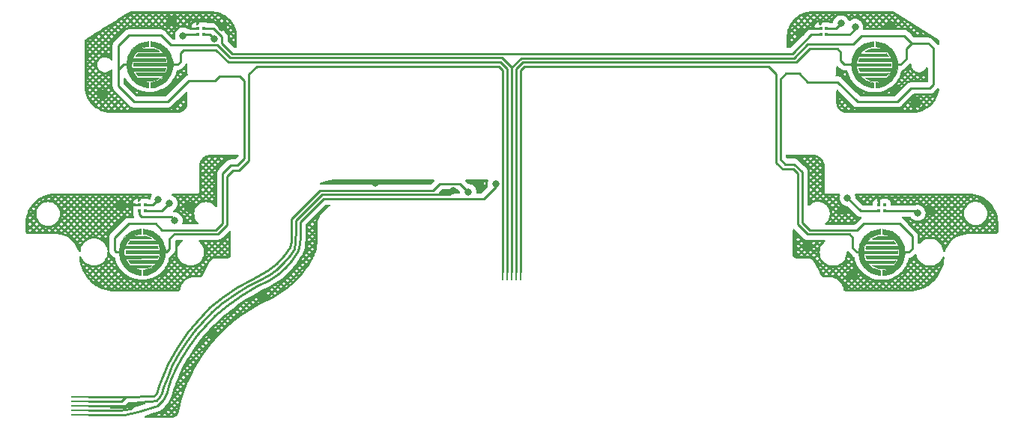
<source format=gbr>
%TF.GenerationSoftware,KiCad,Pcbnew,8.0.2*%
%TF.CreationDate,2024-11-29T16:24:00-08:00*%
%TF.ProjectId,procon_trigger_pcb,70726f63-6f6e-45f7-9472-69676765725f,rev?*%
%TF.SameCoordinates,Original*%
%TF.FileFunction,Copper,L1,Top*%
%TF.FilePolarity,Positive*%
%FSLAX46Y46*%
G04 Gerber Fmt 4.6, Leading zero omitted, Abs format (unit mm)*
G04 Created by KiCad (PCBNEW 8.0.2) date 2024-11-29 16:24:00*
%MOMM*%
%LPD*%
G01*
G04 APERTURE LIST*
G04 Aperture macros list*
%AMRoundRect*
0 Rectangle with rounded corners*
0 $1 Rounding radius*
0 $2 $3 $4 $5 $6 $7 $8 $9 X,Y pos of 4 corners*
0 Add a 4 corners polygon primitive as box body*
4,1,4,$2,$3,$4,$5,$6,$7,$8,$9,$2,$3,0*
0 Add four circle primitives for the rounded corners*
1,1,$1+$1,$2,$3*
1,1,$1+$1,$4,$5*
1,1,$1+$1,$6,$7*
1,1,$1+$1,$8,$9*
0 Add four rect primitives between the rounded corners*
20,1,$1+$1,$2,$3,$4,$5,0*
20,1,$1+$1,$4,$5,$6,$7,0*
20,1,$1+$1,$6,$7,$8,$9,0*
20,1,$1+$1,$8,$9,$2,$3,0*%
G04 Aperture macros list end*
%TA.AperFunction,EtchedComponent*%
%ADD10C,0.050000*%
%TD*%
%TA.AperFunction,EtchedComponent*%
%ADD11C,0.025000*%
%TD*%
%TA.AperFunction,ConnectorPad*%
%ADD12RoundRect,0.125000X-1.875000X0.000010X-1.875000X-0.000010X1.875000X-0.000010X1.875000X0.000010X0*%
%TD*%
%TA.AperFunction,ConnectorPad*%
%ADD13RoundRect,0.125000X-0.000010X-1.875000X0.000010X-1.875000X0.000010X1.875000X-0.000010X1.875000X0*%
%TD*%
%TA.AperFunction,SMDPad,CuDef*%
%ADD14R,0.370000X0.370000*%
%TD*%
%TA.AperFunction,SMDPad,CuDef*%
%ADD15R,0.500000X0.500000*%
%TD*%
%TA.AperFunction,ViaPad*%
%ADD16C,0.800000*%
%TD*%
%TA.AperFunction,Conductor*%
%ADD17C,0.250000*%
%TD*%
G04 APERTURE END LIST*
D10*
%TO.C,SW4*%
X267830643Y-141784938D02*
X271719039Y-141784938D01*
X267830643Y-142084938D02*
X271719039Y-142084938D01*
X268119589Y-141534938D02*
X271936295Y-141534938D01*
X268119589Y-142334938D02*
X271936295Y-142334938D01*
X268243976Y-140684938D02*
X271229923Y-140684938D01*
X268243976Y-143184938D02*
X271229923Y-143184938D01*
X268860683Y-140434938D02*
X271333959Y-140434938D01*
X268860683Y-143434938D02*
X271333959Y-143434938D01*
X269775214Y-139334938D02*
X269775214Y-139863706D01*
X269775214Y-144006170D02*
X269775214Y-144534938D01*
X270025214Y-139334938D02*
X270025214Y-139863706D01*
X270025214Y-144006170D02*
X270025214Y-144534938D01*
X270932505Y-140134938D02*
X269599174Y-140134938D01*
X270932505Y-143734938D02*
X269599174Y-143734938D01*
X271458458Y-140984938D02*
X268055458Y-140984938D01*
X271458458Y-142884938D02*
X268055458Y-142884938D01*
X271853576Y-141234938D02*
X268214799Y-141234938D01*
X271853576Y-142634938D02*
X268214799Y-142634938D01*
X267830643Y-141784938D02*
G75*
G02*
X268055458Y-140984938I2069617J-150012D01*
G01*
X268055458Y-142884938D02*
G75*
G02*
X267830643Y-142084938I1844752J949998D01*
G01*
X268119589Y-141534938D02*
G75*
G02*
X268214799Y-141234938I1781001J-400122D01*
G01*
X268214799Y-142634938D02*
G75*
G02*
X268119590Y-142334938I1686041J700198D01*
G01*
X268243976Y-140684938D02*
G75*
G02*
X269775214Y-139863706I1656238J-1249999D01*
G01*
X268860683Y-140434938D02*
G75*
G02*
X269599174Y-140134938I1039537J-1500012D01*
G01*
X269599174Y-143734937D02*
G75*
G02*
X268860683Y-143434938I301026J1799967D01*
G01*
X269775214Y-144006170D02*
G75*
G02*
X268243976Y-143184938I125000J2071231D01*
G01*
X269775214Y-144534938D02*
G75*
G02*
X269775214Y-139334938I125000J2600000D01*
G01*
X270025214Y-139334938D02*
G75*
G02*
X270025214Y-144534938I-125000J-2600000D01*
G01*
X270025214Y-139863707D02*
G75*
G02*
X270932505Y-140134939I-125004J-2071243D01*
G01*
X270932505Y-143734937D02*
G75*
G02*
X270025214Y-144006169I-1032295J1800007D01*
G01*
X271229923Y-140684938D02*
G75*
G02*
X271458458Y-140984938I-1329997J-1250216D01*
G01*
X271333958Y-140434939D02*
G75*
G02*
X271853576Y-141234938I-1433758J-1500011D01*
G01*
X271458458Y-142884938D02*
G75*
G02*
X271229923Y-143184938I-1558740J950375D01*
G01*
X271719039Y-141784938D02*
G75*
G02*
X271719039Y-142084938I-1818779J-150002D01*
G01*
X271853576Y-142634938D02*
G75*
G02*
X271333958Y-143434937I-1953356J699998D01*
G01*
X271936295Y-141534938D02*
G75*
G02*
X271936296Y-142334938I-2036095J-400002D01*
G01*
D11*
X270587076Y-139420132D02*
X271132840Y-139632605D01*
X271499460Y-139874241D01*
X271826502Y-140190867D01*
X272036892Y-140453334D01*
X272276445Y-140865781D01*
X272422260Y-141276146D01*
X272484752Y-141674012D01*
X272503499Y-142007302D01*
X272455589Y-142415584D01*
X272378515Y-142696798D01*
X272284777Y-142967597D01*
X272084803Y-143342549D01*
X271784841Y-143734166D01*
X271555703Y-143946639D01*
X271249492Y-144163278D01*
X270899537Y-144340339D01*
X270589159Y-144440326D01*
X270316277Y-144498652D01*
X270024648Y-144534064D01*
X270032980Y-144000799D01*
X270301696Y-143973719D01*
X270632904Y-143871649D01*
X270912035Y-143732083D01*
X269649696Y-143734166D01*
X269495549Y-143719585D01*
X269224750Y-143627930D01*
X268997696Y-143530025D01*
X268889376Y-143442536D01*
X269158092Y-143434204D01*
X271318233Y-143432121D01*
X271389058Y-143388377D01*
X271505710Y-143240479D01*
X271630694Y-143094664D01*
X271720266Y-142938434D01*
X271851499Y-142632223D01*
X268218628Y-142636389D01*
X268149887Y-142473909D01*
X268126973Y-142338510D01*
X268756060Y-142332261D01*
X271932739Y-142336427D01*
X271959819Y-142151034D01*
X271970234Y-141905233D01*
X271970234Y-141776082D01*
X271934822Y-141534446D01*
X268112392Y-141538613D01*
X268160302Y-141365718D01*
X268212379Y-141236568D01*
X271843167Y-141230318D01*
X271805671Y-141101168D01*
X271678604Y-140876197D01*
X271539039Y-140659558D01*
X271332815Y-140432503D01*
X268878961Y-140436669D01*
X269072686Y-140299187D01*
X269420559Y-140170036D01*
X269603869Y-140132541D01*
X270901620Y-140130458D01*
X270784968Y-140057551D01*
X270366271Y-139911736D01*
X270024648Y-139851327D01*
X270025214Y-139334938D01*
X270587076Y-139420132D01*
%TA.AperFunction,EtchedComponent*%
G36*
X270587076Y-139420132D02*
G01*
X271132840Y-139632605D01*
X271499460Y-139874241D01*
X271826502Y-140190867D01*
X272036892Y-140453334D01*
X272276445Y-140865781D01*
X272422260Y-141276146D01*
X272484752Y-141674012D01*
X272503499Y-142007302D01*
X272455589Y-142415584D01*
X272378515Y-142696798D01*
X272284777Y-142967597D01*
X272084803Y-143342549D01*
X271784841Y-143734166D01*
X271555703Y-143946639D01*
X271249492Y-144163278D01*
X270899537Y-144340339D01*
X270589159Y-144440326D01*
X270316277Y-144498652D01*
X270024648Y-144534064D01*
X270032980Y-144000799D01*
X270301696Y-143973719D01*
X270632904Y-143871649D01*
X270912035Y-143732083D01*
X269649696Y-143734166D01*
X269495549Y-143719585D01*
X269224750Y-143627930D01*
X268997696Y-143530025D01*
X268889376Y-143442536D01*
X269158092Y-143434204D01*
X271318233Y-143432121D01*
X271389058Y-143388377D01*
X271505710Y-143240479D01*
X271630694Y-143094664D01*
X271720266Y-142938434D01*
X271851499Y-142632223D01*
X268218628Y-142636389D01*
X268149887Y-142473909D01*
X268126973Y-142338510D01*
X268756060Y-142332261D01*
X271932739Y-142336427D01*
X271959819Y-142151034D01*
X271970234Y-141905233D01*
X271970234Y-141776082D01*
X271934822Y-141534446D01*
X268112392Y-141538613D01*
X268160302Y-141365718D01*
X268212379Y-141236568D01*
X271843167Y-141230318D01*
X271805671Y-141101168D01*
X271678604Y-140876197D01*
X271539039Y-140659558D01*
X271332815Y-140432503D01*
X268878961Y-140436669D01*
X269072686Y-140299187D01*
X269420559Y-140170036D01*
X269603869Y-140132541D01*
X270901620Y-140130458D01*
X270784968Y-140057551D01*
X270366271Y-139911736D01*
X270024648Y-139851327D01*
X270025214Y-139334938D01*
X270587076Y-139420132D01*
G37*
%TD.AperFunction*%
X269770865Y-139860204D02*
X269542191Y-139889830D01*
X269196864Y-139979634D01*
X268881163Y-140123134D01*
X268616382Y-140299037D01*
X268424740Y-140474015D01*
X268253465Y-140681396D01*
X271229012Y-140686025D01*
X271338258Y-140811010D01*
X271446577Y-140980432D01*
X268060113Y-140988548D01*
X267962209Y-141173941D01*
X267885135Y-141421826D01*
X267841391Y-141680127D01*
X267835142Y-141782197D01*
X271720064Y-141784280D01*
X271717981Y-141950925D01*
X271713815Y-142080075D01*
X268991245Y-142082158D01*
X267835142Y-142084241D01*
X267851806Y-142263385D01*
X267905966Y-142517520D01*
X267999704Y-142765405D01*
X268041366Y-142867475D01*
X268101775Y-142888306D01*
X269134977Y-142888306D01*
X271447182Y-142884140D01*
X271390939Y-142973712D01*
X271243041Y-143167437D01*
X271207629Y-143184102D01*
X268258005Y-143188268D01*
X268324663Y-143290338D01*
X268520471Y-143488230D01*
X268718363Y-143644460D01*
X268930836Y-143763195D01*
X269114146Y-143848601D01*
X269305788Y-143917342D01*
X269518261Y-143975668D01*
X269775214Y-144006170D01*
X269767162Y-144016157D01*
X269771791Y-144534610D01*
X269527378Y-144517019D01*
X269014480Y-144387406D01*
X268579350Y-144190209D01*
X268160884Y-143874508D01*
X267864626Y-143553253D01*
X267635951Y-143221813D01*
X267476712Y-142904261D01*
X267361912Y-142492276D01*
X267299883Y-142151579D01*
X267301734Y-141809957D01*
X267328583Y-141536843D01*
X267411906Y-141174852D01*
X267506338Y-140910997D01*
X267670206Y-140584186D01*
X267848887Y-140332367D01*
X268108113Y-140050921D01*
X268294201Y-139890756D01*
X268600643Y-139684301D01*
X268855241Y-139551910D01*
X269140390Y-139447294D01*
X269494974Y-139361194D01*
X269776420Y-139338048D01*
X269770865Y-139860204D01*
%TA.AperFunction,EtchedComponent*%
G36*
X269770865Y-139860204D02*
G01*
X269542191Y-139889830D01*
X269196864Y-139979634D01*
X268881163Y-140123134D01*
X268616382Y-140299037D01*
X268424740Y-140474015D01*
X268253465Y-140681396D01*
X271229012Y-140686025D01*
X271338258Y-140811010D01*
X271446577Y-140980432D01*
X268060113Y-140988548D01*
X267962209Y-141173941D01*
X267885135Y-141421826D01*
X267841391Y-141680127D01*
X267835142Y-141782197D01*
X271720064Y-141784280D01*
X271717981Y-141950925D01*
X271713815Y-142080075D01*
X268991245Y-142082158D01*
X267835142Y-142084241D01*
X267851806Y-142263385D01*
X267905966Y-142517520D01*
X267999704Y-142765405D01*
X268041366Y-142867475D01*
X268101775Y-142888306D01*
X269134977Y-142888306D01*
X271447182Y-142884140D01*
X271390939Y-142973712D01*
X271243041Y-143167437D01*
X271207629Y-143184102D01*
X268258005Y-143188268D01*
X268324663Y-143290338D01*
X268520471Y-143488230D01*
X268718363Y-143644460D01*
X268930836Y-143763195D01*
X269114146Y-143848601D01*
X269305788Y-143917342D01*
X269518261Y-143975668D01*
X269775214Y-144006170D01*
X269767162Y-144016157D01*
X269771791Y-144534610D01*
X269527378Y-144517019D01*
X269014480Y-144387406D01*
X268579350Y-144190209D01*
X268160884Y-143874508D01*
X267864626Y-143553253D01*
X267635951Y-143221813D01*
X267476712Y-142904261D01*
X267361912Y-142492276D01*
X267299883Y-142151579D01*
X267301734Y-141809957D01*
X267328583Y-141536843D01*
X267411906Y-141174852D01*
X267506338Y-140910997D01*
X267670206Y-140584186D01*
X267848887Y-140332367D01*
X268108113Y-140050921D01*
X268294201Y-139890756D01*
X268600643Y-139684301D01*
X268855241Y-139551910D01*
X269140390Y-139447294D01*
X269494974Y-139361194D01*
X269776420Y-139338048D01*
X269770865Y-139860204D01*
G37*
%TD.AperFunction*%
D10*
%TO.C,SW1*%
X184371424Y-141210062D02*
X188010201Y-141210062D01*
X184371424Y-142610062D02*
X188010201Y-142610062D01*
X184766542Y-140960062D02*
X188169542Y-140960062D01*
X184766542Y-142860062D02*
X188169542Y-142860062D01*
X185292495Y-140110062D02*
X186625826Y-140110062D01*
X185292495Y-143710062D02*
X186625826Y-143710062D01*
X186199786Y-139838830D02*
X186199786Y-139310062D01*
X186199786Y-144510062D02*
X186199786Y-143981294D01*
X186449786Y-139838830D02*
X186449786Y-139310062D01*
X186449786Y-144510062D02*
X186449786Y-143981294D01*
X187364317Y-140410062D02*
X184891041Y-140410062D01*
X187364317Y-143410062D02*
X184891041Y-143410062D01*
X187981024Y-140660062D02*
X184995077Y-140660062D01*
X187981024Y-143160062D02*
X184995077Y-143160062D01*
X188105411Y-141510062D02*
X184288705Y-141510062D01*
X188105411Y-142310062D02*
X184288705Y-142310062D01*
X188394357Y-141760062D02*
X184505961Y-141760062D01*
X188394357Y-142060062D02*
X184505961Y-142060062D01*
X184288705Y-142310062D02*
G75*
G02*
X184288704Y-141510062I2036095J400002D01*
G01*
X184371424Y-141210062D02*
G75*
G02*
X184891042Y-140410063I1953356J-699998D01*
G01*
X184505961Y-142060062D02*
G75*
G02*
X184505961Y-141760062I1818779J150002D01*
G01*
X184766542Y-140960062D02*
G75*
G02*
X184995077Y-140660062I1558740J-950375D01*
G01*
X184891042Y-143410061D02*
G75*
G02*
X184371424Y-142610062I1433758J1500011D01*
G01*
X184995077Y-143160062D02*
G75*
G02*
X184766542Y-142860062I1329997J1250216D01*
G01*
X185292495Y-140110063D02*
G75*
G02*
X186199786Y-139838831I1032295J-1800007D01*
G01*
X186199786Y-143981293D02*
G75*
G02*
X185292495Y-143710061I125004J2071243D01*
G01*
X186199786Y-144510062D02*
G75*
G02*
X186199786Y-139310062I125000J2600000D01*
G01*
X186449786Y-139310062D02*
G75*
G02*
X186449786Y-144510062I-125000J-2600000D01*
G01*
X186449786Y-139838830D02*
G75*
G02*
X187981024Y-140660062I-125000J-2071231D01*
G01*
X186625826Y-140110063D02*
G75*
G02*
X187364317Y-140410062I-301026J-1799967D01*
G01*
X187364317Y-143410062D02*
G75*
G02*
X186625826Y-143710062I-1039537J1500012D01*
G01*
X187981024Y-143160062D02*
G75*
G02*
X186449786Y-143981294I-1656238J1249999D01*
G01*
X188010201Y-141210062D02*
G75*
G02*
X188105410Y-141510062I-1686041J-700198D01*
G01*
X188105411Y-142310062D02*
G75*
G02*
X188010201Y-142610062I-1781001J400122D01*
G01*
X188169542Y-140960062D02*
G75*
G02*
X188394357Y-141760062I-1844752J-949998D01*
G01*
X188394357Y-142060062D02*
G75*
G02*
X188169542Y-142860062I-2069617J150012D01*
G01*
D11*
X186192020Y-139844201D02*
X185923304Y-139871281D01*
X185592096Y-139973351D01*
X185312965Y-140112917D01*
X186575304Y-140110834D01*
X186729451Y-140125415D01*
X187000250Y-140217070D01*
X187227304Y-140314975D01*
X187335624Y-140402464D01*
X187066908Y-140410796D01*
X184906767Y-140412879D01*
X184835942Y-140456623D01*
X184719290Y-140604521D01*
X184594306Y-140750336D01*
X184504734Y-140906566D01*
X184373501Y-141212777D01*
X188006372Y-141208611D01*
X188075113Y-141371091D01*
X188098027Y-141506490D01*
X187468940Y-141512739D01*
X184292261Y-141508573D01*
X184265181Y-141693966D01*
X184254766Y-141939767D01*
X184254766Y-142068918D01*
X184290178Y-142310554D01*
X188112608Y-142306387D01*
X188064698Y-142479282D01*
X188012621Y-142608432D01*
X184381833Y-142614682D01*
X184419329Y-142743832D01*
X184546396Y-142968803D01*
X184685961Y-143185442D01*
X184892185Y-143412497D01*
X187346039Y-143408331D01*
X187152314Y-143545813D01*
X186804441Y-143674964D01*
X186621131Y-143712459D01*
X185323380Y-143714542D01*
X185440032Y-143787449D01*
X185858729Y-143933264D01*
X186200352Y-143993673D01*
X186199786Y-144510062D01*
X185637924Y-144424868D01*
X185092160Y-144212395D01*
X184725540Y-143970759D01*
X184398498Y-143654133D01*
X184188108Y-143391666D01*
X183948555Y-142979219D01*
X183802740Y-142568854D01*
X183740248Y-142170988D01*
X183721501Y-141837698D01*
X183769411Y-141429416D01*
X183846485Y-141148202D01*
X183940223Y-140877403D01*
X184140197Y-140502451D01*
X184440159Y-140110834D01*
X184669297Y-139898361D01*
X184975508Y-139681722D01*
X185325463Y-139504661D01*
X185635841Y-139404674D01*
X185908723Y-139346348D01*
X186200352Y-139310936D01*
X186192020Y-139844201D01*
%TA.AperFunction,EtchedComponent*%
G36*
X186192020Y-139844201D02*
G01*
X185923304Y-139871281D01*
X185592096Y-139973351D01*
X185312965Y-140112917D01*
X186575304Y-140110834D01*
X186729451Y-140125415D01*
X187000250Y-140217070D01*
X187227304Y-140314975D01*
X187335624Y-140402464D01*
X187066908Y-140410796D01*
X184906767Y-140412879D01*
X184835942Y-140456623D01*
X184719290Y-140604521D01*
X184594306Y-140750336D01*
X184504734Y-140906566D01*
X184373501Y-141212777D01*
X188006372Y-141208611D01*
X188075113Y-141371091D01*
X188098027Y-141506490D01*
X187468940Y-141512739D01*
X184292261Y-141508573D01*
X184265181Y-141693966D01*
X184254766Y-141939767D01*
X184254766Y-142068918D01*
X184290178Y-142310554D01*
X188112608Y-142306387D01*
X188064698Y-142479282D01*
X188012621Y-142608432D01*
X184381833Y-142614682D01*
X184419329Y-142743832D01*
X184546396Y-142968803D01*
X184685961Y-143185442D01*
X184892185Y-143412497D01*
X187346039Y-143408331D01*
X187152314Y-143545813D01*
X186804441Y-143674964D01*
X186621131Y-143712459D01*
X185323380Y-143714542D01*
X185440032Y-143787449D01*
X185858729Y-143933264D01*
X186200352Y-143993673D01*
X186199786Y-144510062D01*
X185637924Y-144424868D01*
X185092160Y-144212395D01*
X184725540Y-143970759D01*
X184398498Y-143654133D01*
X184188108Y-143391666D01*
X183948555Y-142979219D01*
X183802740Y-142568854D01*
X183740248Y-142170988D01*
X183721501Y-141837698D01*
X183769411Y-141429416D01*
X183846485Y-141148202D01*
X183940223Y-140877403D01*
X184140197Y-140502451D01*
X184440159Y-140110834D01*
X184669297Y-139898361D01*
X184975508Y-139681722D01*
X185325463Y-139504661D01*
X185635841Y-139404674D01*
X185908723Y-139346348D01*
X186200352Y-139310936D01*
X186192020Y-139844201D01*
G37*
%TD.AperFunction*%
X186697622Y-139327981D02*
X187210520Y-139457594D01*
X187645650Y-139654791D01*
X188064116Y-139970492D01*
X188360374Y-140291747D01*
X188589049Y-140623187D01*
X188748288Y-140940739D01*
X188863088Y-141352724D01*
X188925117Y-141693421D01*
X188923266Y-142035043D01*
X188896417Y-142308157D01*
X188813094Y-142670148D01*
X188718662Y-142934003D01*
X188554794Y-143260814D01*
X188376113Y-143512633D01*
X188116887Y-143794079D01*
X187930799Y-143954244D01*
X187624357Y-144160699D01*
X187369759Y-144293090D01*
X187084610Y-144397706D01*
X186730026Y-144483806D01*
X186448580Y-144506952D01*
X186454135Y-143984796D01*
X186682809Y-143955170D01*
X187028136Y-143865366D01*
X187343837Y-143721866D01*
X187608618Y-143545963D01*
X187800260Y-143370985D01*
X187971535Y-143163604D01*
X184995988Y-143158975D01*
X184886742Y-143033990D01*
X184778423Y-142864568D01*
X188164887Y-142856452D01*
X188262791Y-142671059D01*
X188339865Y-142423174D01*
X188383609Y-142164873D01*
X188389858Y-142062803D01*
X184504936Y-142060720D01*
X184507019Y-141894075D01*
X184511185Y-141764925D01*
X187233755Y-141762842D01*
X188389858Y-141760759D01*
X188373194Y-141581615D01*
X188319034Y-141327480D01*
X188225296Y-141079595D01*
X188183634Y-140977525D01*
X188123225Y-140956694D01*
X187090023Y-140956694D01*
X184777818Y-140960860D01*
X184834061Y-140871288D01*
X184981959Y-140677563D01*
X185017371Y-140660898D01*
X187966995Y-140656732D01*
X187900337Y-140554662D01*
X187704529Y-140356770D01*
X187506637Y-140200540D01*
X187294164Y-140081805D01*
X187110854Y-139996399D01*
X186919212Y-139927658D01*
X186706739Y-139869332D01*
X186449786Y-139838830D01*
X186457838Y-139828843D01*
X186453209Y-139310390D01*
X186697622Y-139327981D01*
%TA.AperFunction,EtchedComponent*%
G36*
X186697622Y-139327981D02*
G01*
X187210520Y-139457594D01*
X187645650Y-139654791D01*
X188064116Y-139970492D01*
X188360374Y-140291747D01*
X188589049Y-140623187D01*
X188748288Y-140940739D01*
X188863088Y-141352724D01*
X188925117Y-141693421D01*
X188923266Y-142035043D01*
X188896417Y-142308157D01*
X188813094Y-142670148D01*
X188718662Y-142934003D01*
X188554794Y-143260814D01*
X188376113Y-143512633D01*
X188116887Y-143794079D01*
X187930799Y-143954244D01*
X187624357Y-144160699D01*
X187369759Y-144293090D01*
X187084610Y-144397706D01*
X186730026Y-144483806D01*
X186448580Y-144506952D01*
X186454135Y-143984796D01*
X186682809Y-143955170D01*
X187028136Y-143865366D01*
X187343837Y-143721866D01*
X187608618Y-143545963D01*
X187800260Y-143370985D01*
X187971535Y-143163604D01*
X184995988Y-143158975D01*
X184886742Y-143033990D01*
X184778423Y-142864568D01*
X188164887Y-142856452D01*
X188262791Y-142671059D01*
X188339865Y-142423174D01*
X188383609Y-142164873D01*
X188389858Y-142062803D01*
X184504936Y-142060720D01*
X184507019Y-141894075D01*
X184511185Y-141764925D01*
X187233755Y-141762842D01*
X188389858Y-141760759D01*
X188373194Y-141581615D01*
X188319034Y-141327480D01*
X188225296Y-141079595D01*
X188183634Y-140977525D01*
X188123225Y-140956694D01*
X187090023Y-140956694D01*
X184777818Y-140960860D01*
X184834061Y-140871288D01*
X184981959Y-140677563D01*
X185017371Y-140660898D01*
X187966995Y-140656732D01*
X187900337Y-140554662D01*
X187704529Y-140356770D01*
X187506637Y-140200540D01*
X187294164Y-140081805D01*
X187110854Y-139996399D01*
X186919212Y-139927658D01*
X186706739Y-139869332D01*
X186449786Y-139838830D01*
X186457838Y-139828843D01*
X186453209Y-139310390D01*
X186697622Y-139327981D01*
G37*
%TD.AperFunction*%
D10*
%TO.C,SW3*%
X267025643Y-120534938D02*
X270914039Y-120534938D01*
X267025643Y-120834938D02*
X270914039Y-120834938D01*
X267314589Y-120284938D02*
X271131295Y-120284938D01*
X267314589Y-121084938D02*
X271131295Y-121084938D01*
X267438976Y-119434938D02*
X270424923Y-119434938D01*
X267438976Y-121934938D02*
X270424923Y-121934938D01*
X268055683Y-119184938D02*
X270528959Y-119184938D01*
X268055683Y-122184938D02*
X270528959Y-122184938D01*
X268970214Y-118084938D02*
X268970214Y-118613706D01*
X268970214Y-122756170D02*
X268970214Y-123284938D01*
X269220214Y-118084938D02*
X269220214Y-118613706D01*
X269220214Y-122756170D02*
X269220214Y-123284938D01*
X270127505Y-118884938D02*
X268794174Y-118884938D01*
X270127505Y-122484938D02*
X268794174Y-122484938D01*
X270653458Y-119734938D02*
X267250458Y-119734938D01*
X270653458Y-121634938D02*
X267250458Y-121634938D01*
X271048576Y-119984938D02*
X267409799Y-119984938D01*
X271048576Y-121384938D02*
X267409799Y-121384938D01*
X267025643Y-120534938D02*
G75*
G02*
X267250458Y-119734938I2069617J-150012D01*
G01*
X267250458Y-121634938D02*
G75*
G02*
X267025643Y-120834938I1844752J949998D01*
G01*
X267314589Y-120284938D02*
G75*
G02*
X267409799Y-119984938I1781001J-400122D01*
G01*
X267409799Y-121384938D02*
G75*
G02*
X267314590Y-121084938I1686041J700198D01*
G01*
X267438976Y-119434938D02*
G75*
G02*
X268970214Y-118613706I1656238J-1249999D01*
G01*
X268055683Y-119184938D02*
G75*
G02*
X268794174Y-118884938I1039537J-1500012D01*
G01*
X268794174Y-122484937D02*
G75*
G02*
X268055683Y-122184938I301026J1799967D01*
G01*
X268970214Y-122756170D02*
G75*
G02*
X267438976Y-121934938I125000J2071231D01*
G01*
X268970214Y-123284938D02*
G75*
G02*
X268970214Y-118084938I125000J2600000D01*
G01*
X269220214Y-118084938D02*
G75*
G02*
X269220214Y-123284938I-125000J-2600000D01*
G01*
X269220214Y-118613707D02*
G75*
G02*
X270127505Y-118884939I-125004J-2071243D01*
G01*
X270127505Y-122484937D02*
G75*
G02*
X269220214Y-122756169I-1032295J1800007D01*
G01*
X270424923Y-119434938D02*
G75*
G02*
X270653458Y-119734938I-1329997J-1250216D01*
G01*
X270528958Y-119184939D02*
G75*
G02*
X271048576Y-119984938I-1433758J-1500011D01*
G01*
X270653458Y-121634938D02*
G75*
G02*
X270424923Y-121934938I-1558740J950375D01*
G01*
X270914039Y-120534938D02*
G75*
G02*
X270914039Y-120834938I-1818779J-150002D01*
G01*
X271048576Y-121384938D02*
G75*
G02*
X270528958Y-122184937I-1953356J699998D01*
G01*
X271131295Y-120284938D02*
G75*
G02*
X271131296Y-121084938I-2036095J-400002D01*
G01*
D11*
X269782076Y-118170132D02*
X270327840Y-118382605D01*
X270694460Y-118624241D01*
X271021502Y-118940867D01*
X271231892Y-119203334D01*
X271471445Y-119615781D01*
X271617260Y-120026146D01*
X271679752Y-120424012D01*
X271698499Y-120757302D01*
X271650589Y-121165584D01*
X271573515Y-121446798D01*
X271479777Y-121717597D01*
X271279803Y-122092549D01*
X270979841Y-122484166D01*
X270750703Y-122696639D01*
X270444492Y-122913278D01*
X270094537Y-123090339D01*
X269784159Y-123190326D01*
X269511277Y-123248652D01*
X269219648Y-123284064D01*
X269227980Y-122750799D01*
X269496696Y-122723719D01*
X269827904Y-122621649D01*
X270107035Y-122482083D01*
X268844696Y-122484166D01*
X268690549Y-122469585D01*
X268419750Y-122377930D01*
X268192696Y-122280025D01*
X268084376Y-122192536D01*
X268353092Y-122184204D01*
X270513233Y-122182121D01*
X270584058Y-122138377D01*
X270700710Y-121990479D01*
X270825694Y-121844664D01*
X270915266Y-121688434D01*
X271046499Y-121382223D01*
X267413628Y-121386389D01*
X267344887Y-121223909D01*
X267321973Y-121088510D01*
X267951060Y-121082261D01*
X271127739Y-121086427D01*
X271154819Y-120901034D01*
X271165234Y-120655233D01*
X271165234Y-120526082D01*
X271129822Y-120284446D01*
X267307392Y-120288613D01*
X267355302Y-120115718D01*
X267407379Y-119986568D01*
X271038167Y-119980318D01*
X271000671Y-119851168D01*
X270873604Y-119626197D01*
X270734039Y-119409558D01*
X270527815Y-119182503D01*
X268073961Y-119186669D01*
X268267686Y-119049187D01*
X268615559Y-118920036D01*
X268798869Y-118882541D01*
X270096620Y-118880458D01*
X269979968Y-118807551D01*
X269561271Y-118661736D01*
X269219648Y-118601327D01*
X269220214Y-118084938D01*
X269782076Y-118170132D01*
%TA.AperFunction,EtchedComponent*%
G36*
X269782076Y-118170132D02*
G01*
X270327840Y-118382605D01*
X270694460Y-118624241D01*
X271021502Y-118940867D01*
X271231892Y-119203334D01*
X271471445Y-119615781D01*
X271617260Y-120026146D01*
X271679752Y-120424012D01*
X271698499Y-120757302D01*
X271650589Y-121165584D01*
X271573515Y-121446798D01*
X271479777Y-121717597D01*
X271279803Y-122092549D01*
X270979841Y-122484166D01*
X270750703Y-122696639D01*
X270444492Y-122913278D01*
X270094537Y-123090339D01*
X269784159Y-123190326D01*
X269511277Y-123248652D01*
X269219648Y-123284064D01*
X269227980Y-122750799D01*
X269496696Y-122723719D01*
X269827904Y-122621649D01*
X270107035Y-122482083D01*
X268844696Y-122484166D01*
X268690549Y-122469585D01*
X268419750Y-122377930D01*
X268192696Y-122280025D01*
X268084376Y-122192536D01*
X268353092Y-122184204D01*
X270513233Y-122182121D01*
X270584058Y-122138377D01*
X270700710Y-121990479D01*
X270825694Y-121844664D01*
X270915266Y-121688434D01*
X271046499Y-121382223D01*
X267413628Y-121386389D01*
X267344887Y-121223909D01*
X267321973Y-121088510D01*
X267951060Y-121082261D01*
X271127739Y-121086427D01*
X271154819Y-120901034D01*
X271165234Y-120655233D01*
X271165234Y-120526082D01*
X271129822Y-120284446D01*
X267307392Y-120288613D01*
X267355302Y-120115718D01*
X267407379Y-119986568D01*
X271038167Y-119980318D01*
X271000671Y-119851168D01*
X270873604Y-119626197D01*
X270734039Y-119409558D01*
X270527815Y-119182503D01*
X268073961Y-119186669D01*
X268267686Y-119049187D01*
X268615559Y-118920036D01*
X268798869Y-118882541D01*
X270096620Y-118880458D01*
X269979968Y-118807551D01*
X269561271Y-118661736D01*
X269219648Y-118601327D01*
X269220214Y-118084938D01*
X269782076Y-118170132D01*
G37*
%TD.AperFunction*%
X268965865Y-118610204D02*
X268737191Y-118639830D01*
X268391864Y-118729634D01*
X268076163Y-118873134D01*
X267811382Y-119049037D01*
X267619740Y-119224015D01*
X267448465Y-119431396D01*
X270424012Y-119436025D01*
X270533258Y-119561010D01*
X270641577Y-119730432D01*
X267255113Y-119738548D01*
X267157209Y-119923941D01*
X267080135Y-120171826D01*
X267036391Y-120430127D01*
X267030142Y-120532197D01*
X270915064Y-120534280D01*
X270912981Y-120700925D01*
X270908815Y-120830075D01*
X268186245Y-120832158D01*
X267030142Y-120834241D01*
X267046806Y-121013385D01*
X267100966Y-121267520D01*
X267194704Y-121515405D01*
X267236366Y-121617475D01*
X267296775Y-121638306D01*
X268329977Y-121638306D01*
X270642182Y-121634140D01*
X270585939Y-121723712D01*
X270438041Y-121917437D01*
X270402629Y-121934102D01*
X267453005Y-121938268D01*
X267519663Y-122040338D01*
X267715471Y-122238230D01*
X267913363Y-122394460D01*
X268125836Y-122513195D01*
X268309146Y-122598601D01*
X268500788Y-122667342D01*
X268713261Y-122725668D01*
X268970214Y-122756170D01*
X268962162Y-122766157D01*
X268966791Y-123284610D01*
X268722378Y-123267019D01*
X268209480Y-123137406D01*
X267774350Y-122940209D01*
X267355884Y-122624508D01*
X267059626Y-122303253D01*
X266830951Y-121971813D01*
X266671712Y-121654261D01*
X266556912Y-121242276D01*
X266494883Y-120901579D01*
X266496734Y-120559957D01*
X266523583Y-120286843D01*
X266606906Y-119924852D01*
X266701338Y-119660997D01*
X266865206Y-119334186D01*
X267043887Y-119082367D01*
X267303113Y-118800921D01*
X267489201Y-118640756D01*
X267795643Y-118434301D01*
X268050241Y-118301910D01*
X268335390Y-118197294D01*
X268689974Y-118111194D01*
X268971420Y-118088048D01*
X268965865Y-118610204D01*
%TA.AperFunction,EtchedComponent*%
G36*
X268965865Y-118610204D02*
G01*
X268737191Y-118639830D01*
X268391864Y-118729634D01*
X268076163Y-118873134D01*
X267811382Y-119049037D01*
X267619740Y-119224015D01*
X267448465Y-119431396D01*
X270424012Y-119436025D01*
X270533258Y-119561010D01*
X270641577Y-119730432D01*
X267255113Y-119738548D01*
X267157209Y-119923941D01*
X267080135Y-120171826D01*
X267036391Y-120430127D01*
X267030142Y-120532197D01*
X270915064Y-120534280D01*
X270912981Y-120700925D01*
X270908815Y-120830075D01*
X268186245Y-120832158D01*
X267030142Y-120834241D01*
X267046806Y-121013385D01*
X267100966Y-121267520D01*
X267194704Y-121515405D01*
X267236366Y-121617475D01*
X267296775Y-121638306D01*
X268329977Y-121638306D01*
X270642182Y-121634140D01*
X270585939Y-121723712D01*
X270438041Y-121917437D01*
X270402629Y-121934102D01*
X267453005Y-121938268D01*
X267519663Y-122040338D01*
X267715471Y-122238230D01*
X267913363Y-122394460D01*
X268125836Y-122513195D01*
X268309146Y-122598601D01*
X268500788Y-122667342D01*
X268713261Y-122725668D01*
X268970214Y-122756170D01*
X268962162Y-122766157D01*
X268966791Y-123284610D01*
X268722378Y-123267019D01*
X268209480Y-123137406D01*
X267774350Y-122940209D01*
X267355884Y-122624508D01*
X267059626Y-122303253D01*
X266830951Y-121971813D01*
X266671712Y-121654261D01*
X266556912Y-121242276D01*
X266494883Y-120901579D01*
X266496734Y-120559957D01*
X266523583Y-120286843D01*
X266606906Y-119924852D01*
X266701338Y-119660997D01*
X266865206Y-119334186D01*
X267043887Y-119082367D01*
X267303113Y-118800921D01*
X267489201Y-118640756D01*
X267795643Y-118434301D01*
X268050241Y-118301910D01*
X268335390Y-118197294D01*
X268689974Y-118111194D01*
X268971420Y-118088048D01*
X268965865Y-118610204D01*
G37*
%TD.AperFunction*%
D10*
%TO.C,SW2*%
X185221424Y-119965062D02*
X188860201Y-119965062D01*
X185221424Y-121365062D02*
X188860201Y-121365062D01*
X185616542Y-119715062D02*
X189019542Y-119715062D01*
X185616542Y-121615062D02*
X189019542Y-121615062D01*
X186142495Y-118865062D02*
X187475826Y-118865062D01*
X186142495Y-122465062D02*
X187475826Y-122465062D01*
X187049786Y-118593830D02*
X187049786Y-118065062D01*
X187049786Y-123265062D02*
X187049786Y-122736294D01*
X187299786Y-118593830D02*
X187299786Y-118065062D01*
X187299786Y-123265062D02*
X187299786Y-122736294D01*
X188214317Y-119165062D02*
X185741041Y-119165062D01*
X188214317Y-122165062D02*
X185741041Y-122165062D01*
X188831024Y-119415062D02*
X185845077Y-119415062D01*
X188831024Y-121915062D02*
X185845077Y-121915062D01*
X188955411Y-120265062D02*
X185138705Y-120265062D01*
X188955411Y-121065062D02*
X185138705Y-121065062D01*
X189244357Y-120515062D02*
X185355961Y-120515062D01*
X189244357Y-120815062D02*
X185355961Y-120815062D01*
X185138705Y-121065062D02*
G75*
G02*
X185138704Y-120265062I2036095J400002D01*
G01*
X185221424Y-119965062D02*
G75*
G02*
X185741042Y-119165063I1953356J-699998D01*
G01*
X185355961Y-120815062D02*
G75*
G02*
X185355961Y-120515062I1818779J150002D01*
G01*
X185616542Y-119715062D02*
G75*
G02*
X185845077Y-119415062I1558740J-950375D01*
G01*
X185741042Y-122165061D02*
G75*
G02*
X185221424Y-121365062I1433758J1500011D01*
G01*
X185845077Y-121915062D02*
G75*
G02*
X185616542Y-121615062I1329997J1250216D01*
G01*
X186142495Y-118865063D02*
G75*
G02*
X187049786Y-118593831I1032295J-1800007D01*
G01*
X187049786Y-122736293D02*
G75*
G02*
X186142495Y-122465061I125004J2071243D01*
G01*
X187049786Y-123265062D02*
G75*
G02*
X187049786Y-118065062I125000J2600000D01*
G01*
X187299786Y-118065062D02*
G75*
G02*
X187299786Y-123265062I-125000J-2600000D01*
G01*
X187299786Y-118593830D02*
G75*
G02*
X188831024Y-119415062I-125000J-2071231D01*
G01*
X187475826Y-118865063D02*
G75*
G02*
X188214317Y-119165062I-301026J-1799967D01*
G01*
X188214317Y-122165062D02*
G75*
G02*
X187475826Y-122465062I-1039537J1500012D01*
G01*
X188831024Y-121915062D02*
G75*
G02*
X187299786Y-122736294I-1656238J1249999D01*
G01*
X188860201Y-119965062D02*
G75*
G02*
X188955410Y-120265062I-1686041J-700198D01*
G01*
X188955411Y-121065062D02*
G75*
G02*
X188860201Y-121365062I-1781001J400122D01*
G01*
X189019542Y-119715062D02*
G75*
G02*
X189244357Y-120515062I-1844752J-949998D01*
G01*
X189244357Y-120815062D02*
G75*
G02*
X189019542Y-121615062I-2069617J150012D01*
G01*
D11*
X187042020Y-118599201D02*
X186773304Y-118626281D01*
X186442096Y-118728351D01*
X186162965Y-118867917D01*
X187425304Y-118865834D01*
X187579451Y-118880415D01*
X187850250Y-118972070D01*
X188077304Y-119069975D01*
X188185624Y-119157464D01*
X187916908Y-119165796D01*
X185756767Y-119167879D01*
X185685942Y-119211623D01*
X185569290Y-119359521D01*
X185444306Y-119505336D01*
X185354734Y-119661566D01*
X185223501Y-119967777D01*
X188856372Y-119963611D01*
X188925113Y-120126091D01*
X188948027Y-120261490D01*
X188318940Y-120267739D01*
X185142261Y-120263573D01*
X185115181Y-120448966D01*
X185104766Y-120694767D01*
X185104766Y-120823918D01*
X185140178Y-121065554D01*
X188962608Y-121061387D01*
X188914698Y-121234282D01*
X188862621Y-121363432D01*
X185231833Y-121369682D01*
X185269329Y-121498832D01*
X185396396Y-121723803D01*
X185535961Y-121940442D01*
X185742185Y-122167497D01*
X188196039Y-122163331D01*
X188002314Y-122300813D01*
X187654441Y-122429964D01*
X187471131Y-122467459D01*
X186173380Y-122469542D01*
X186290032Y-122542449D01*
X186708729Y-122688264D01*
X187050352Y-122748673D01*
X187049786Y-123265062D01*
X186487924Y-123179868D01*
X185942160Y-122967395D01*
X185575540Y-122725759D01*
X185248498Y-122409133D01*
X185038108Y-122146666D01*
X184798555Y-121734219D01*
X184652740Y-121323854D01*
X184590248Y-120925988D01*
X184571501Y-120592698D01*
X184619411Y-120184416D01*
X184696485Y-119903202D01*
X184790223Y-119632403D01*
X184990197Y-119257451D01*
X185290159Y-118865834D01*
X185519297Y-118653361D01*
X185825508Y-118436722D01*
X186175463Y-118259661D01*
X186485841Y-118159674D01*
X186758723Y-118101348D01*
X187050352Y-118065936D01*
X187042020Y-118599201D01*
%TA.AperFunction,EtchedComponent*%
G36*
X187042020Y-118599201D02*
G01*
X186773304Y-118626281D01*
X186442096Y-118728351D01*
X186162965Y-118867917D01*
X187425304Y-118865834D01*
X187579451Y-118880415D01*
X187850250Y-118972070D01*
X188077304Y-119069975D01*
X188185624Y-119157464D01*
X187916908Y-119165796D01*
X185756767Y-119167879D01*
X185685942Y-119211623D01*
X185569290Y-119359521D01*
X185444306Y-119505336D01*
X185354734Y-119661566D01*
X185223501Y-119967777D01*
X188856372Y-119963611D01*
X188925113Y-120126091D01*
X188948027Y-120261490D01*
X188318940Y-120267739D01*
X185142261Y-120263573D01*
X185115181Y-120448966D01*
X185104766Y-120694767D01*
X185104766Y-120823918D01*
X185140178Y-121065554D01*
X188962608Y-121061387D01*
X188914698Y-121234282D01*
X188862621Y-121363432D01*
X185231833Y-121369682D01*
X185269329Y-121498832D01*
X185396396Y-121723803D01*
X185535961Y-121940442D01*
X185742185Y-122167497D01*
X188196039Y-122163331D01*
X188002314Y-122300813D01*
X187654441Y-122429964D01*
X187471131Y-122467459D01*
X186173380Y-122469542D01*
X186290032Y-122542449D01*
X186708729Y-122688264D01*
X187050352Y-122748673D01*
X187049786Y-123265062D01*
X186487924Y-123179868D01*
X185942160Y-122967395D01*
X185575540Y-122725759D01*
X185248498Y-122409133D01*
X185038108Y-122146666D01*
X184798555Y-121734219D01*
X184652740Y-121323854D01*
X184590248Y-120925988D01*
X184571501Y-120592698D01*
X184619411Y-120184416D01*
X184696485Y-119903202D01*
X184790223Y-119632403D01*
X184990197Y-119257451D01*
X185290159Y-118865834D01*
X185519297Y-118653361D01*
X185825508Y-118436722D01*
X186175463Y-118259661D01*
X186485841Y-118159674D01*
X186758723Y-118101348D01*
X187050352Y-118065936D01*
X187042020Y-118599201D01*
G37*
%TD.AperFunction*%
X187547622Y-118082981D02*
X188060520Y-118212594D01*
X188495650Y-118409791D01*
X188914116Y-118725492D01*
X189210374Y-119046747D01*
X189439049Y-119378187D01*
X189598288Y-119695739D01*
X189713088Y-120107724D01*
X189775117Y-120448421D01*
X189773266Y-120790043D01*
X189746417Y-121063157D01*
X189663094Y-121425148D01*
X189568662Y-121689003D01*
X189404794Y-122015814D01*
X189226113Y-122267633D01*
X188966887Y-122549079D01*
X188780799Y-122709244D01*
X188474357Y-122915699D01*
X188219759Y-123048090D01*
X187934610Y-123152706D01*
X187580026Y-123238806D01*
X187298580Y-123261952D01*
X187304135Y-122739796D01*
X187532809Y-122710170D01*
X187878136Y-122620366D01*
X188193837Y-122476866D01*
X188458618Y-122300963D01*
X188650260Y-122125985D01*
X188821535Y-121918604D01*
X185845988Y-121913975D01*
X185736742Y-121788990D01*
X185628423Y-121619568D01*
X189014887Y-121611452D01*
X189112791Y-121426059D01*
X189189865Y-121178174D01*
X189233609Y-120919873D01*
X189239858Y-120817803D01*
X185354936Y-120815720D01*
X185357019Y-120649075D01*
X185361185Y-120519925D01*
X188083755Y-120517842D01*
X189239858Y-120515759D01*
X189223194Y-120336615D01*
X189169034Y-120082480D01*
X189075296Y-119834595D01*
X189033634Y-119732525D01*
X188973225Y-119711694D01*
X187940023Y-119711694D01*
X185627818Y-119715860D01*
X185684061Y-119626288D01*
X185831959Y-119432563D01*
X185867371Y-119415898D01*
X188816995Y-119411732D01*
X188750337Y-119309662D01*
X188554529Y-119111770D01*
X188356637Y-118955540D01*
X188144164Y-118836805D01*
X187960854Y-118751399D01*
X187769212Y-118682658D01*
X187556739Y-118624332D01*
X187299786Y-118593830D01*
X187307838Y-118583843D01*
X187303209Y-118065390D01*
X187547622Y-118082981D01*
%TA.AperFunction,EtchedComponent*%
G36*
X187547622Y-118082981D02*
G01*
X188060520Y-118212594D01*
X188495650Y-118409791D01*
X188914116Y-118725492D01*
X189210374Y-119046747D01*
X189439049Y-119378187D01*
X189598288Y-119695739D01*
X189713088Y-120107724D01*
X189775117Y-120448421D01*
X189773266Y-120790043D01*
X189746417Y-121063157D01*
X189663094Y-121425148D01*
X189568662Y-121689003D01*
X189404794Y-122015814D01*
X189226113Y-122267633D01*
X188966887Y-122549079D01*
X188780799Y-122709244D01*
X188474357Y-122915699D01*
X188219759Y-123048090D01*
X187934610Y-123152706D01*
X187580026Y-123238806D01*
X187298580Y-123261952D01*
X187304135Y-122739796D01*
X187532809Y-122710170D01*
X187878136Y-122620366D01*
X188193837Y-122476866D01*
X188458618Y-122300963D01*
X188650260Y-122125985D01*
X188821535Y-121918604D01*
X185845988Y-121913975D01*
X185736742Y-121788990D01*
X185628423Y-121619568D01*
X189014887Y-121611452D01*
X189112791Y-121426059D01*
X189189865Y-121178174D01*
X189233609Y-120919873D01*
X189239858Y-120817803D01*
X185354936Y-120815720D01*
X185357019Y-120649075D01*
X185361185Y-120519925D01*
X188083755Y-120517842D01*
X189239858Y-120515759D01*
X189223194Y-120336615D01*
X189169034Y-120082480D01*
X189075296Y-119834595D01*
X189033634Y-119732525D01*
X188973225Y-119711694D01*
X187940023Y-119711694D01*
X185627818Y-119715860D01*
X185684061Y-119626288D01*
X185831959Y-119432563D01*
X185867371Y-119415898D01*
X188816995Y-119411732D01*
X188750337Y-119309662D01*
X188554529Y-119111770D01*
X188356637Y-118955540D01*
X188144164Y-118836805D01*
X187960854Y-118751399D01*
X187769212Y-118682658D01*
X187556739Y-118624332D01*
X187299786Y-118593830D01*
X187307838Y-118583843D01*
X187303209Y-118065390D01*
X187547622Y-118082981D01*
G37*
%TD.AperFunction*%
%TD*%
D12*
%TO.P,J2,1,Pin_1*%
%TO.N,TRIGGER_RGB*%
X180260000Y-160328775D03*
%TO.P,J2,2,Pin_2*%
%TO.N,GND*%
X180260000Y-159828775D03*
%TO.P,J2,3,Pin_3*%
X180260000Y-159328775D03*
%TO.P,J2,4,Pin_4*%
%TO.N,+3V3*%
X180260000Y-158828775D03*
%TO.P,J2,5,Pin_5*%
X180260000Y-158328775D03*
%TD*%
D13*
%TO.P,J1,1,Pin_1*%
%TO.N,ZL_Pull*%
X229100000Y-143187500D03*
%TO.P,J1,2,Pin_2*%
%TO.N,L_Pull*%
X228600000Y-143187500D03*
%TO.P,J1,3,Pin_3*%
%TO.N,Scan_D*%
X228100000Y-143187500D03*
%TO.P,J1,4,Pin_4*%
%TO.N,R_Pull*%
X227600000Y-143187500D03*
%TO.P,J1,5,Pin_5*%
%TO.N,ZR_Pull*%
X227100000Y-143187500D03*
%TD*%
D14*
%TO.P,L3,1,DIN*%
%TO.N,Net-(L2-DOUT)*%
X263010000Y-117270000D03*
%TO.P,L3,2,VDD*%
%TO.N,+3V3*%
X263680000Y-117270000D03*
%TO.P,L3,3,DOUT*%
%TO.N,Net-(L3-DOUT)*%
X263680000Y-116600000D03*
%TO.P,L3,4,GND*%
%TO.N,GND*%
X263010000Y-116600000D03*
%TD*%
D15*
%TO.P,SW4,1,1*%
%TO.N,ZL_Pull*%
X267563200Y-141935000D03*
%TO.P,SW4,2,2*%
%TO.N,Scan_D*%
X272236800Y-141935000D03*
%TD*%
D14*
%TO.P,L4,1,DIN*%
%TO.N,Net-(L3-DOUT)*%
X269565000Y-137270000D03*
%TO.P,L4,2,VDD*%
%TO.N,+3V3*%
X270235000Y-137270000D03*
%TO.P,L4,3,DOUT*%
%TO.N,unconnected-(L4-DOUT-Pad3)*%
X270235000Y-136600000D03*
%TO.P,L4,4,GND*%
%TO.N,GND*%
X269565000Y-136600000D03*
%TD*%
D15*
%TO.P,SW1,1,1*%
%TO.N,ZR_Pull*%
X188661800Y-141910000D03*
%TO.P,SW1,2,2*%
%TO.N,Scan_D*%
X183988200Y-141910000D03*
%TD*%
%TO.P,SW3,1,1*%
%TO.N,L_Pull*%
X266758200Y-120685000D03*
%TO.P,SW3,2,2*%
%TO.N,Scan_D*%
X271431800Y-120685000D03*
%TD*%
D14*
%TO.P,L1,1,DIN*%
%TO.N,TRIGGER_RGB*%
X185990000Y-137245000D03*
%TO.P,L1,2,VDD*%
%TO.N,+3V3*%
X186660000Y-137245000D03*
%TO.P,L1,3,DOUT*%
%TO.N,Net-(L1-DOUT)*%
X186660000Y-136575000D03*
%TO.P,L1,4,GND*%
%TO.N,GND*%
X185990000Y-136575000D03*
%TD*%
D15*
%TO.P,SW2,1,1*%
%TO.N,R_Pull*%
X189511800Y-120665000D03*
%TO.P,SW2,2,2*%
%TO.N,Scan_D*%
X184838200Y-120665000D03*
%TD*%
D14*
%TO.P,L2,1,DIN*%
%TO.N,Net-(L1-DOUT)*%
X192590000Y-117250000D03*
%TO.P,L2,2,VDD*%
%TO.N,+3V3*%
X193260000Y-117250000D03*
%TO.P,L2,3,DOUT*%
%TO.N,Net-(L2-DOUT)*%
X193260000Y-116580000D03*
%TO.P,L2,4,GND*%
%TO.N,GND*%
X192590000Y-116580000D03*
%TD*%
D16*
%TO.N,GND*%
X266600000Y-144450000D03*
X261550000Y-141300000D03*
%TO.N,TRIGGER_RGB*%
X226270000Y-134200000D03*
X190000000Y-138340000D03*
%TO.N,GND*%
X224350000Y-134320000D03*
X260850000Y-117090000D03*
X199820000Y-146890000D03*
X194160000Y-151100000D03*
X188490000Y-123870000D03*
X195329840Y-116469015D03*
X221460000Y-134980000D03*
X273810000Y-124960000D03*
X275140000Y-137170000D03*
X189670000Y-115710000D03*
X265570000Y-137100000D03*
X271640000Y-123490000D03*
X191690000Y-136820000D03*
X212708535Y-134106910D03*
X270880000Y-116330000D03*
X183850000Y-136640000D03*
X181860000Y-124100000D03*
%TO.N,+3V3*%
X194456373Y-117728823D03*
X273960000Y-137480000D03*
X266910000Y-116400000D03*
X223180000Y-135100000D03*
X189420000Y-136380000D03*
%TO.N,Net-(L1-DOUT)*%
X190930000Y-117390000D03*
X188150000Y-135970000D03*
%TO.N,Net-(L3-DOUT)*%
X266040000Y-135810000D03*
X265310000Y-116020000D03*
%TD*%
D17*
%TO.N,+3V3*%
X184446037Y-158329038D02*
X184480000Y-158295075D01*
X180260263Y-158329038D02*
X184446037Y-158329038D01*
X180260000Y-158328775D02*
X180260263Y-158329038D01*
X183948462Y-158826613D02*
X184480000Y-158295075D01*
X180262162Y-158826613D02*
X183948462Y-158826613D01*
X180260000Y-158828775D02*
X180262162Y-158826613D01*
%TO.N,GND*%
X184278902Y-159331098D02*
X184310000Y-159300000D01*
X180262323Y-159331098D02*
X184278902Y-159331098D01*
X180260000Y-159328775D02*
X180262323Y-159331098D01*
X184310000Y-159300000D02*
X185890000Y-158900000D01*
X184960000Y-159670000D02*
X185890000Y-158900000D01*
X183808190Y-159802449D02*
X184960000Y-159670000D01*
X180260000Y-159828775D02*
X180260103Y-159828672D01*
X180260103Y-159828672D02*
X183781967Y-159828672D01*
X183781967Y-159828672D02*
X183808190Y-159802449D01*
%TO.N,TRIGGER_RGB*%
X180260678Y-160329453D02*
X180260000Y-160328775D01*
X184309453Y-160329453D02*
X180260678Y-160329453D01*
X184310000Y-160330000D02*
X184309453Y-160329453D01*
X185870000Y-160050000D02*
X184310000Y-160330000D01*
X188030000Y-159350000D02*
X185870000Y-160050000D01*
X189110000Y-157830000D02*
X188730000Y-158640000D01*
X189220000Y-157400000D02*
X189110000Y-157830000D01*
X189600000Y-156310000D02*
X189220000Y-157400000D01*
X190160000Y-154990000D02*
X189600000Y-156310000D01*
X191660000Y-152480000D02*
X190720000Y-153920000D01*
X194520000Y-149110000D02*
X193430000Y-150260000D01*
X192610000Y-151170000D02*
X191660000Y-152480000D01*
X195930000Y-147970000D02*
X194520000Y-149110000D01*
X197460000Y-146860000D02*
X195930000Y-147970000D01*
X188730000Y-158640000D02*
X188030000Y-159350000D01*
X199240000Y-145820000D02*
X197460000Y-146860000D01*
X200660000Y-145090000D02*
X199240000Y-145820000D01*
X202540000Y-143640000D02*
X201640000Y-144460000D01*
X201640000Y-144460000D02*
X200660000Y-145090000D01*
X203170000Y-142920000D02*
X202540000Y-143640000D01*
X203850000Y-141930000D02*
X203170000Y-142920000D01*
X204190000Y-140270000D02*
X204060000Y-141440000D01*
X204060000Y-141440000D02*
X203850000Y-141930000D01*
X204190000Y-138540000D02*
X204190000Y-140270000D01*
X206830000Y-135900000D02*
X204190000Y-138540000D01*
X190720000Y-153920000D02*
X190160000Y-154990000D01*
X226270000Y-134570000D02*
X224940000Y-135900000D01*
X224940000Y-135900000D02*
X206830000Y-135900000D01*
X193430000Y-150260000D02*
X192610000Y-151170000D01*
X226270000Y-134200000D02*
X226270000Y-134570000D01*
%TO.N,Scan_D*%
X272995098Y-141934902D02*
X272150002Y-141934902D01*
X273350000Y-140090000D02*
X273350000Y-141580000D01*
X271930000Y-138670000D02*
X273350000Y-140090000D01*
X267150000Y-139430000D02*
X267910000Y-138670000D01*
X261760000Y-139430000D02*
X267150000Y-139430000D01*
X267910000Y-138670000D02*
X271930000Y-138670000D01*
X260920000Y-138590000D02*
X261760000Y-139430000D01*
X260920000Y-132850000D02*
X260920000Y-138590000D01*
X260030000Y-131960000D02*
X260920000Y-132850000D01*
X258990000Y-131960000D02*
X260030000Y-131960000D01*
X258450000Y-131420000D02*
X258990000Y-131960000D01*
X258450000Y-122360000D02*
X258450000Y-131420000D01*
X259110000Y-121700000D02*
X258450000Y-122360000D01*
X261565000Y-122650000D02*
X260615000Y-121700000D01*
X264953600Y-122650000D02*
X261565000Y-122650000D01*
X271675000Y-124885000D02*
X267188600Y-124885000D01*
X273350000Y-141580000D02*
X272995098Y-141934902D01*
X267188600Y-124885000D02*
X264953600Y-122650000D01*
X260615000Y-121700000D02*
X259110000Y-121700000D01*
X273225000Y-123335000D02*
X271675000Y-124885000D01*
X275350000Y-123335000D02*
X273225000Y-123335000D01*
X275750000Y-122935000D02*
X275350000Y-123335000D01*
X275750000Y-118810000D02*
X275750000Y-122935000D01*
X275185840Y-118245840D02*
X275750000Y-118810000D01*
X273335840Y-118245840D02*
X275185840Y-118245840D01*
%TO.N,ZL_Pull*%
X267125000Y-141935000D02*
X267563200Y-141935000D01*
X266620000Y-141430000D02*
X267125000Y-141935000D01*
X266620000Y-140270000D02*
X266620000Y-141430000D01*
X266250000Y-139900000D02*
X266620000Y-140270000D01*
X261530000Y-139900000D02*
X266250000Y-139900000D01*
X260430000Y-138800000D02*
X261530000Y-139900000D01*
X260440000Y-133040000D02*
X260430000Y-133050000D01*
X258700000Y-132480000D02*
X259880000Y-132480000D01*
X258000000Y-131780000D02*
X258700000Y-132480000D01*
X258000000Y-121785000D02*
X258000000Y-131780000D01*
X257110720Y-120895720D02*
X258000000Y-121785000D01*
X229100000Y-121296400D02*
X229500680Y-120895720D01*
X259880000Y-132480000D02*
X260440000Y-133040000D01*
X260430000Y-133050000D02*
X260430000Y-138800000D01*
X229100000Y-144187500D02*
X229100000Y-121296400D01*
X229500680Y-120895720D02*
X257110720Y-120895720D01*
%TO.N,GND*%
X191780000Y-116580000D02*
X192590000Y-116580000D01*
X191560000Y-116360000D02*
X191780000Y-116580000D01*
X191560000Y-115760000D02*
X191560000Y-116360000D01*
X194240000Y-115550000D02*
X191770000Y-115550000D01*
X195159015Y-116469015D02*
X194240000Y-115550000D01*
X195329840Y-116469015D02*
X195159015Y-116469015D01*
X191770000Y-115550000D02*
X191560000Y-115760000D01*
%TO.N,Scan_D*%
X183419621Y-141910098D02*
X184074998Y-141910098D01*
X183250000Y-141740477D02*
X183419621Y-141910098D01*
X183250000Y-140250000D02*
X183250000Y-141740477D01*
X184820000Y-138680000D02*
X183250000Y-140250000D01*
X187830000Y-138680000D02*
X184820000Y-138680000D01*
X188560000Y-139410000D02*
X187830000Y-138680000D01*
X194677231Y-139410000D02*
X188560000Y-139410000D01*
X195437185Y-132992815D02*
X195437185Y-138650046D01*
X196370000Y-132060000D02*
X195437185Y-132992815D01*
X195437185Y-138650046D02*
X194677231Y-139410000D01*
X197120000Y-132060000D02*
X196370000Y-132060000D01*
X197373173Y-121990000D02*
X197870000Y-122486827D01*
X194525000Y-122535000D02*
X195070000Y-121990000D01*
X197870000Y-131310000D02*
X197120000Y-132060000D01*
X191575000Y-122535000D02*
X194525000Y-122535000D01*
X195070000Y-121990000D02*
X197373173Y-121990000D01*
X197870000Y-122486827D02*
X197870000Y-131310000D01*
X185400000Y-124910000D02*
X189200000Y-124910000D01*
X183620000Y-123130000D02*
X185400000Y-124910000D01*
X189200000Y-124910000D02*
X191575000Y-122535000D01*
X183620000Y-121260000D02*
X183620000Y-123130000D01*
%TO.N,L_Pull*%
X261760000Y-118890000D02*
X264890000Y-118890000D01*
X229330000Y-120430000D02*
X260220000Y-120430000D01*
X266845224Y-120685000D02*
X266845323Y-120684901D01*
X265270000Y-119270000D02*
X265270000Y-120260000D01*
X260220000Y-120430000D02*
X261760000Y-118890000D01*
X228600000Y-121160000D02*
X229330000Y-120430000D01*
X265270000Y-120260000D02*
X265695000Y-120685000D01*
X264890000Y-118890000D02*
X265270000Y-119270000D01*
X265695000Y-120685000D02*
X266845224Y-120685000D01*
X228600000Y-144187500D02*
X228600000Y-121160000D01*
%TO.N,Scan_D*%
X272680000Y-118901680D02*
X273335840Y-118245840D01*
X184838200Y-120665000D02*
X184215000Y-120665000D01*
X259960000Y-119970000D02*
X261550000Y-118380000D01*
X226977500Y-119900000D02*
X196280000Y-119900000D01*
X184215000Y-120665000D02*
X183620000Y-121260000D01*
X272680000Y-120050000D02*
X272680000Y-118901680D01*
X267660000Y-117390000D02*
X272480000Y-117390000D01*
X272480000Y-117390000D02*
X273335840Y-118245840D01*
X266670000Y-118380000D02*
X267660000Y-117390000D01*
X229152500Y-119970000D02*
X259960000Y-119970000D01*
X196280000Y-119900000D02*
X194850000Y-118470000D01*
X228100000Y-144187500D02*
X228100000Y-121022500D01*
X183620000Y-118500000D02*
X183620000Y-121260000D01*
X194850000Y-118470000D02*
X189590000Y-118470000D01*
X188450000Y-117330000D02*
X184790000Y-117330000D01*
X228100000Y-121022500D02*
X226977500Y-119900000D01*
X271431800Y-120685000D02*
X272045000Y-120685000D01*
X228100000Y-121022500D02*
X229152500Y-119970000D01*
X272045000Y-120685000D02*
X272680000Y-120050000D01*
X184790000Y-117330000D02*
X183620000Y-118500000D01*
X261550000Y-118380000D02*
X266670000Y-118380000D01*
X189590000Y-118470000D02*
X188450000Y-117330000D01*
%TO.N,R_Pull*%
X226821100Y-120380000D02*
X196040000Y-120380000D01*
X227600000Y-121158900D02*
X226821100Y-120380000D01*
X190620000Y-119340000D02*
X190620000Y-120390000D01*
X196040000Y-120380000D02*
X194660000Y-119000000D01*
X190620000Y-120390000D02*
X190344901Y-120665099D01*
X190344901Y-120665099D02*
X189424677Y-120665099D01*
X190960000Y-119000000D02*
X190620000Y-119340000D01*
X227600000Y-144187500D02*
X227600000Y-121158900D01*
X194660000Y-119000000D02*
X190960000Y-119000000D01*
%TO.N,ZR_Pull*%
X227100000Y-121310000D02*
X227100000Y-121810000D01*
X198390000Y-121782500D02*
X199292500Y-120880000D01*
X226670000Y-120880000D02*
X227100000Y-121310000D01*
X197300000Y-132670000D02*
X198390000Y-131580000D01*
X195900000Y-133320000D02*
X196550000Y-132670000D01*
X189430000Y-141560000D02*
X189430000Y-140390000D01*
X189430000Y-140390000D02*
X189940000Y-139880000D01*
X188574677Y-141910099D02*
X189079901Y-141910099D01*
X195900000Y-138850000D02*
X195900000Y-133320000D01*
X189079901Y-141910099D02*
X189430000Y-141560000D01*
X196550000Y-132670000D02*
X197300000Y-132670000D01*
X189940000Y-139880000D02*
X194870000Y-139880000D01*
X198390000Y-131580000D02*
X198390000Y-121782500D01*
X194870000Y-139880000D02*
X195900000Y-138850000D01*
X227100000Y-144187500D02*
X227100000Y-121810000D01*
X199292500Y-120880000D02*
X226670000Y-120880000D01*
%TO.N,TRIGGER_RGB*%
X189610000Y-137950000D02*
X186250000Y-137950000D01*
X185990000Y-137690000D02*
X185990000Y-137245000D01*
X190000000Y-138340000D02*
X189610000Y-137950000D01*
X186250000Y-137950000D02*
X185990000Y-137690000D01*
%TO.N,GND*%
X192280000Y-150750000D02*
X191330000Y-152040000D01*
X203000000Y-142290000D02*
X202290000Y-143170000D01*
X221460000Y-134980000D02*
X221040000Y-135400000D01*
X200610000Y-144560000D02*
X199520000Y-145110000D01*
X269565000Y-136600000D02*
X269565000Y-135885000D01*
X187910000Y-158710000D02*
X187230000Y-158810000D01*
X261340000Y-116600000D02*
X263010000Y-116600000D01*
X271550000Y-135740000D02*
X273710000Y-135740000D01*
X269610000Y-135840000D02*
X269710000Y-135740000D01*
X189660000Y-154820000D02*
X189180000Y-156010000D01*
X183915000Y-136575000D02*
X183850000Y-136640000D01*
X190250000Y-153730000D02*
X189660000Y-154820000D01*
X187230000Y-158810000D02*
X185890000Y-158900000D01*
X193090000Y-149840000D02*
X192280000Y-150750000D01*
X197010000Y-146540000D02*
X195430000Y-147690000D01*
X189180000Y-156010000D02*
X188700000Y-157250000D01*
X206640000Y-135400000D02*
X203660000Y-138380000D01*
X221040000Y-135400000D02*
X206640000Y-135400000D01*
X199520000Y-145110000D02*
X198190000Y-145830000D01*
X269565000Y-135885000D02*
X269610000Y-135840000D01*
X201480000Y-143950000D02*
X200610000Y-144560000D01*
X195430000Y-147690000D02*
X194240000Y-148630000D01*
X188320000Y-158350000D02*
X187910000Y-158710000D01*
X194240000Y-148630000D02*
X193090000Y-149840000D01*
X191330000Y-152040000D02*
X190640000Y-153030000D01*
X198190000Y-145830000D02*
X197010000Y-146540000D01*
X185990000Y-136575000D02*
X183915000Y-136575000D01*
X203490000Y-141540000D02*
X203000000Y-142290000D01*
X273710000Y-135740000D02*
X275140000Y-137170000D01*
X188700000Y-157250000D02*
X188550000Y-157900000D01*
X203660000Y-139450000D02*
X203650000Y-140770000D01*
X260850000Y-117090000D02*
X261340000Y-116600000D01*
X202290000Y-143170000D02*
X201480000Y-143950000D01*
X269710000Y-135740000D02*
X271550000Y-135740000D01*
X188550000Y-157900000D02*
X188320000Y-158350000D01*
X203660000Y-138380000D02*
X203660000Y-139450000D01*
X203650000Y-140770000D02*
X203490000Y-141540000D01*
X190640000Y-153030000D02*
X190250000Y-153730000D01*
%TO.N,+3V3*%
X202340000Y-142330000D02*
X201510000Y-143260000D01*
X188230000Y-157020000D02*
X187970000Y-157970000D01*
X219960000Y-134150000D02*
X219190000Y-134920000D01*
X188555000Y-137245000D02*
X186660000Y-137245000D01*
X266910000Y-116400000D02*
X266910000Y-116650000D01*
X193977550Y-117250000D02*
X193260000Y-117250000D01*
X201510000Y-143260000D02*
X200480000Y-144040000D01*
X203180000Y-139360000D02*
X203170000Y-140750000D01*
X198670000Y-144990000D02*
X197060000Y-145880000D01*
X202980000Y-141400000D02*
X202340000Y-142330000D01*
X273750000Y-137270000D02*
X270235000Y-137270000D01*
X193990000Y-148180000D02*
X192400000Y-149820000D01*
X203180000Y-138160000D02*
X203180000Y-139360000D01*
X197060000Y-145880000D02*
X195490000Y-146990000D01*
X190200000Y-152780000D02*
X189210000Y-154630000D01*
X189210000Y-154630000D02*
X188230000Y-157020000D01*
X266290000Y-117270000D02*
X263680000Y-117270000D01*
X203170000Y-140750000D02*
X202980000Y-141400000D01*
X187620000Y-158270000D02*
X184480000Y-158295075D01*
X192400000Y-149820000D02*
X191420000Y-151030000D01*
X195490000Y-146990000D02*
X193990000Y-148180000D01*
X222230000Y-134150000D02*
X219960000Y-134150000D01*
X266910000Y-116650000D02*
X266290000Y-117270000D01*
X189420000Y-136380000D02*
X188555000Y-137245000D01*
X187970000Y-157970000D02*
X187620000Y-158270000D01*
X273960000Y-137480000D02*
X273750000Y-137270000D01*
X200480000Y-144040000D02*
X198670000Y-144990000D01*
X223180000Y-135100000D02*
X222230000Y-134150000D01*
X206420000Y-134920000D02*
X203180000Y-138160000D01*
X191420000Y-151030000D02*
X190200000Y-152780000D01*
X194456373Y-117728823D02*
X193977550Y-117250000D01*
X219190000Y-134920000D02*
X206420000Y-134920000D01*
%TO.N,Net-(L1-DOUT)*%
X187545000Y-136575000D02*
X186660000Y-136575000D01*
X188150000Y-135970000D02*
X187545000Y-136575000D01*
X190930000Y-117390000D02*
X191070000Y-117250000D01*
X191070000Y-117250000D02*
X192590000Y-117250000D01*
%TO.N,Net-(L2-DOUT)*%
X193260000Y-116580000D02*
X194380000Y-116580000D01*
X194380000Y-116580000D02*
X195350000Y-117550000D01*
X195350000Y-118250000D02*
X196540000Y-119440000D01*
X261980000Y-117270000D02*
X263010000Y-117270000D01*
X259810000Y-119440000D02*
X261980000Y-117270000D01*
X195350000Y-117550000D02*
X195350000Y-118250000D01*
X196540000Y-119440000D02*
X259810000Y-119440000D01*
%TO.N,Net-(L3-DOUT)*%
X267500000Y-137270000D02*
X269565000Y-137270000D01*
X264730000Y-116600000D02*
X263680000Y-116600000D01*
X266040000Y-135810000D02*
X267500000Y-137270000D01*
X265310000Y-116020000D02*
X264730000Y-116600000D01*
%TD*%
%TA.AperFunction,Conductor*%
%TO.N,GND*%
G36*
X207527174Y-136545185D02*
G01*
X207572929Y-136597989D01*
X207582873Y-136667147D01*
X207553848Y-136730703D01*
X207523040Y-136756359D01*
X207352566Y-136856715D01*
X207350456Y-136857957D01*
X207350444Y-136857965D01*
X207113170Y-137034061D01*
X206895933Y-137234371D01*
X206895927Y-137234377D01*
X206701204Y-137456613D01*
X206701199Y-137456620D01*
X206531171Y-137698294D01*
X206387777Y-137956653D01*
X206387775Y-137956657D01*
X206272626Y-138228796D01*
X206187040Y-138511610D01*
X206187037Y-138511621D01*
X206164776Y-138629001D01*
X206157513Y-138653340D01*
X206156872Y-138654887D01*
X206156872Y-138659023D01*
X206154700Y-138682128D01*
X206153107Y-138690522D01*
X206153196Y-138692925D01*
X206156872Y-138720891D01*
X206156872Y-140504322D01*
X206156785Y-140508961D01*
X206143475Y-140864493D01*
X206142782Y-140873742D01*
X206103192Y-141224996D01*
X206101809Y-141234168D01*
X206036074Y-141581476D01*
X206034009Y-141590519D01*
X205942500Y-141931925D01*
X205939766Y-141940788D01*
X205822985Y-142274425D01*
X205819595Y-142283059D01*
X205678207Y-142607017D01*
X205674181Y-142615373D01*
X205508560Y-142928640D01*
X205504526Y-142935701D01*
X205188534Y-143448873D01*
X205184702Y-143454720D01*
X204839789Y-143949993D01*
X204835634Y-143955614D01*
X204463371Y-144430650D01*
X204458906Y-144436029D01*
X204060448Y-144889350D01*
X204055687Y-144894468D01*
X203632327Y-145324607D01*
X203627285Y-145329449D01*
X203180352Y-145735051D01*
X203175045Y-145739601D01*
X202705973Y-146119368D01*
X202700418Y-146123612D01*
X202210687Y-146476345D01*
X202204902Y-146480269D01*
X201696074Y-146804842D01*
X201690077Y-146808434D01*
X201163760Y-147103823D01*
X201157570Y-147107071D01*
X200614160Y-147372959D01*
X200610995Y-147374452D01*
X200248012Y-147539530D01*
X199534886Y-147902992D01*
X198838645Y-148297819D01*
X198160661Y-148723230D01*
X197502269Y-149178389D01*
X196864781Y-149662389D01*
X196249458Y-150174273D01*
X195657520Y-150713026D01*
X195090142Y-151277579D01*
X194548441Y-151866818D01*
X194429037Y-152008902D01*
X194039170Y-152472821D01*
X194033482Y-152479589D01*
X193546318Y-153114633D01*
X193087876Y-153770745D01*
X192855769Y-154136587D01*
X192675988Y-154419955D01*
X192659077Y-154446609D01*
X192431676Y-154842986D01*
X192260781Y-155140868D01*
X191893765Y-155852165D01*
X191893760Y-155852175D01*
X191558762Y-156579080D01*
X191558759Y-156579087D01*
X191543533Y-156616411D01*
X191256424Y-157320201D01*
X190987367Y-158074015D01*
X190752112Y-158839069D01*
X190551126Y-159613832D01*
X190469230Y-159999421D01*
X190466152Y-160011087D01*
X190421849Y-160151018D01*
X190412387Y-160173160D01*
X190344758Y-160296626D01*
X190331195Y-160316520D01*
X190240983Y-160424586D01*
X190223831Y-160441485D01*
X190114436Y-160530078D01*
X190094342Y-160543343D01*
X189969888Y-160609124D01*
X189947609Y-160618256D01*
X189812785Y-160658746D01*
X189789161Y-160663400D01*
X189642716Y-160677689D01*
X189630674Y-160678275D01*
X186745106Y-160678275D01*
X186678067Y-160658590D01*
X186632312Y-160605786D01*
X186622368Y-160536628D01*
X186651393Y-160473072D01*
X186706878Y-160436315D01*
X187019245Y-160335085D01*
X188024299Y-160335085D01*
X188094488Y-160405275D01*
X188310492Y-160405275D01*
X188380681Y-160335085D01*
X188732819Y-160335085D01*
X188803009Y-160405275D01*
X189019013Y-160405275D01*
X189089202Y-160335085D01*
X189441340Y-160335085D01*
X189511530Y-160405275D01*
X189623417Y-160405275D01*
X189738791Y-160394016D01*
X189797723Y-160335084D01*
X189619532Y-160156893D01*
X189441340Y-160335085D01*
X189089202Y-160335085D01*
X188911011Y-160156893D01*
X188732819Y-160335085D01*
X188380681Y-160335085D01*
X188264616Y-160219019D01*
X188259937Y-160219984D01*
X188081607Y-160277776D01*
X188024299Y-160335085D01*
X187019245Y-160335085D01*
X187137918Y-160296626D01*
X187709243Y-160111474D01*
X188509208Y-160111474D01*
X188556750Y-160159016D01*
X188734942Y-159980825D01*
X188734941Y-159980824D01*
X189087080Y-159980824D01*
X189265271Y-160159016D01*
X189443463Y-159980824D01*
X189795601Y-159980824D01*
X189973792Y-160159015D01*
X190151984Y-159980824D01*
X189973793Y-159802633D01*
X189795601Y-159980824D01*
X189443463Y-159980824D01*
X189265271Y-159802633D01*
X189087080Y-159980824D01*
X188734941Y-159980824D01*
X188702412Y-159948295D01*
X188692854Y-159960402D01*
X188689018Y-159965026D01*
X188688212Y-159965951D01*
X188684045Y-159970501D01*
X188674742Y-159980162D01*
X188670438Y-159984418D01*
X188669544Y-159985260D01*
X188664981Y-159989350D01*
X188642558Y-160008468D01*
X188621869Y-160029455D01*
X188617483Y-160033691D01*
X188616579Y-160034522D01*
X188611996Y-160038532D01*
X188601687Y-160047114D01*
X188596946Y-160050868D01*
X188595966Y-160051606D01*
X188590990Y-160055164D01*
X188575389Y-160065748D01*
X188561037Y-160077989D01*
X188556274Y-160081852D01*
X188555301Y-160082602D01*
X188550427Y-160086173D01*
X188539418Y-160093834D01*
X188534292Y-160097216D01*
X188533250Y-160097867D01*
X188528051Y-160100942D01*
X188509208Y-160111474D01*
X187709243Y-160111474D01*
X188183593Y-159957749D01*
X188196766Y-159954268D01*
X188196818Y-159954257D01*
X188216712Y-159950154D01*
X188243632Y-159938778D01*
X188253652Y-159935045D01*
X188281441Y-159926041D01*
X188299215Y-159916103D01*
X188311450Y-159910121D01*
X188330209Y-159902196D01*
X188354379Y-159885796D01*
X188363486Y-159880176D01*
X188388990Y-159865919D01*
X188404488Y-159852702D01*
X188415312Y-159844453D01*
X188432169Y-159833017D01*
X188452677Y-159812216D01*
X188460510Y-159804928D01*
X188482743Y-159785970D01*
X188494790Y-159770710D01*
X188876965Y-159770710D01*
X188911011Y-159804756D01*
X189089202Y-159626564D01*
X189441340Y-159626564D01*
X189619532Y-159804755D01*
X189797723Y-159626564D01*
X190149861Y-159626564D01*
X190248403Y-159725106D01*
X190284775Y-159553861D01*
X190286042Y-159548486D01*
X190306393Y-159470032D01*
X190149861Y-159626564D01*
X189797723Y-159626564D01*
X189619532Y-159448372D01*
X189441340Y-159626564D01*
X189089202Y-159626564D01*
X189053893Y-159591255D01*
X188876965Y-159770710D01*
X188494790Y-159770710D01*
X188495366Y-159769981D01*
X188504377Y-159759776D01*
X188845345Y-159413937D01*
X189228713Y-159413937D01*
X189265271Y-159450495D01*
X189443463Y-159272304D01*
X189443462Y-159272303D01*
X189795601Y-159272303D01*
X189973792Y-159450495D01*
X190151984Y-159272303D01*
X189973792Y-159094112D01*
X189795601Y-159272303D01*
X189443462Y-159272303D01*
X189406741Y-159235582D01*
X189404374Y-159238345D01*
X189395396Y-159248314D01*
X189391188Y-159252760D01*
X189390322Y-159253631D01*
X189385944Y-159257825D01*
X189353075Y-159287799D01*
X189228713Y-159413937D01*
X188845345Y-159413937D01*
X189161466Y-159093299D01*
X189166169Y-159088775D01*
X189197028Y-159060632D01*
X189201661Y-159054342D01*
X189213193Y-159040835D01*
X189218673Y-159035277D01*
X189227717Y-159021532D01*
X189544829Y-159021532D01*
X189619532Y-159096234D01*
X189797723Y-158918043D01*
X190149861Y-158918043D01*
X190328052Y-159096233D01*
X190429743Y-158994541D01*
X190461258Y-158873057D01*
X190328053Y-158739852D01*
X190149861Y-158918043D01*
X189797723Y-158918043D01*
X189657705Y-158778025D01*
X189553570Y-158999996D01*
X189544829Y-159021532D01*
X189227717Y-159021532D01*
X189241619Y-159000402D01*
X189245370Y-158995020D01*
X189245723Y-158994541D01*
X189270115Y-158961436D01*
X189273429Y-158954369D01*
X189282105Y-158938873D01*
X189282561Y-158938179D01*
X189286399Y-158932347D01*
X189302111Y-158893637D01*
X189304728Y-158887651D01*
X189456667Y-158563782D01*
X189795600Y-158563782D01*
X189973792Y-158741974D01*
X190151984Y-158563782D01*
X190504122Y-158563782D01*
X190540088Y-158599748D01*
X190572029Y-158495875D01*
X190504122Y-158563782D01*
X190151984Y-158563782D01*
X189973792Y-158385590D01*
X189795600Y-158563782D01*
X189456667Y-158563782D01*
X189622864Y-158209522D01*
X190149861Y-158209522D01*
X190328053Y-158387713D01*
X190506244Y-158209522D01*
X190328053Y-158031331D01*
X190149861Y-158209522D01*
X189622864Y-158209522D01*
X189674983Y-158098426D01*
X189675388Y-158097574D01*
X189700795Y-158044543D01*
X189701395Y-158042852D01*
X189701739Y-158041894D01*
X189702396Y-158040085D01*
X189702442Y-158039896D01*
X189702446Y-158039889D01*
X189707886Y-158017877D01*
X189989368Y-158017877D01*
X190151984Y-157855261D01*
X190504122Y-157855261D01*
X190682313Y-158033452D01*
X190728515Y-157987249D01*
X190729139Y-157985372D01*
X190797917Y-157792674D01*
X190682313Y-157677070D01*
X190504122Y-157855261D01*
X190151984Y-157855261D01*
X190055619Y-157758897D01*
X189989368Y-158017877D01*
X189707886Y-158017877D01*
X189716592Y-157982647D01*
X189716666Y-157982355D01*
X189818089Y-157585886D01*
X189821118Y-157575841D01*
X189847209Y-157501000D01*
X190149861Y-157501000D01*
X190328053Y-157679192D01*
X190506244Y-157501001D01*
X190858382Y-157501001D01*
X190890544Y-157533162D01*
X190926245Y-157433138D01*
X190858382Y-157501001D01*
X190506244Y-157501001D01*
X190328052Y-157322809D01*
X190149861Y-157501000D01*
X189847209Y-157501000D01*
X189970713Y-157146740D01*
X190504122Y-157146740D01*
X190682313Y-157324932D01*
X190860505Y-157146740D01*
X190682313Y-156968549D01*
X190504122Y-157146740D01*
X189970713Y-157146740D01*
X190033864Y-156965596D01*
X190322977Y-156965596D01*
X190328052Y-156970671D01*
X190506244Y-156792480D01*
X190858382Y-156792480D01*
X191036573Y-156970670D01*
X191150748Y-156856494D01*
X191187845Y-156765560D01*
X191036574Y-156614289D01*
X190858382Y-156792480D01*
X190506244Y-156792480D01*
X190415104Y-156701340D01*
X190322977Y-156965596D01*
X190033864Y-156965596D01*
X190182523Y-156539179D01*
X190185458Y-156531578D01*
X190219854Y-156450501D01*
X190516403Y-156450501D01*
X190682313Y-156616411D01*
X190860505Y-156438219D01*
X191212643Y-156438219D01*
X191289876Y-156515452D01*
X191307236Y-156472898D01*
X191309434Y-156467837D01*
X191400669Y-156269864D01*
X191390834Y-156260028D01*
X191212643Y-156438219D01*
X190860505Y-156438219D01*
X190682313Y-156260027D01*
X190534503Y-156407837D01*
X190516403Y-156450501D01*
X190219854Y-156450501D01*
X190375356Y-156083959D01*
X190858382Y-156083959D01*
X191036574Y-156262150D01*
X191214765Y-156083959D01*
X191036574Y-155905768D01*
X190858382Y-156083959D01*
X190375356Y-156083959D01*
X190497423Y-155796230D01*
X190793973Y-155796230D01*
X190860505Y-155729698D01*
X191212643Y-155729698D01*
X191390834Y-155907890D01*
X191569026Y-155729698D01*
X191390834Y-155551507D01*
X191212643Y-155729698D01*
X190860505Y-155729698D01*
X190833609Y-155702802D01*
X190793973Y-155796230D01*
X190497423Y-155796230D01*
X190641951Y-155455557D01*
X190938501Y-155455557D01*
X191036573Y-155553629D01*
X191214765Y-155375438D01*
X191566903Y-155375438D01*
X191742132Y-155550667D01*
X191863431Y-155315583D01*
X191745095Y-155197247D01*
X191566903Y-155375438D01*
X191214765Y-155375438D01*
X191055658Y-155216331D01*
X190972938Y-155374386D01*
X190938501Y-155455557D01*
X190641951Y-155455557D01*
X190723978Y-155262207D01*
X190728250Y-155253172D01*
X190849668Y-155021177D01*
X191212643Y-155021177D01*
X191390834Y-155199369D01*
X191569026Y-155021177D01*
X191921164Y-155021177D01*
X191983286Y-155083299D01*
X192019694Y-155012740D01*
X192022332Y-155007894D01*
X192110528Y-154854160D01*
X192099355Y-154842986D01*
X191921164Y-155021177D01*
X191569026Y-155021177D01*
X191390834Y-154842986D01*
X191212643Y-155021177D01*
X190849668Y-155021177D01*
X191035076Y-154666917D01*
X191566903Y-154666917D01*
X191745095Y-154845108D01*
X191923286Y-154666917D01*
X191745095Y-154488726D01*
X191566903Y-154666917D01*
X191035076Y-154666917D01*
X191176107Y-154397448D01*
X191484234Y-154397448D01*
X191569026Y-154312657D01*
X191569025Y-154312656D01*
X191921164Y-154312656D01*
X192099355Y-154490848D01*
X192277547Y-154312656D01*
X192099355Y-154134465D01*
X191921164Y-154312656D01*
X191569025Y-154312656D01*
X191549448Y-154293079D01*
X191496021Y-154374927D01*
X191484234Y-154397448D01*
X191176107Y-154397448D01*
X191257474Y-154241979D01*
X191263491Y-154231714D01*
X191362514Y-154080020D01*
X191688528Y-154080020D01*
X191745095Y-154136587D01*
X191923286Y-153958396D01*
X192275424Y-153958396D01*
X192453615Y-154136587D01*
X192631806Y-153958395D01*
X192453616Y-153780205D01*
X192275424Y-153958396D01*
X191923286Y-153958396D01*
X191829284Y-153864394D01*
X191688528Y-154080020D01*
X191362514Y-154080020D01*
X191642350Y-153651336D01*
X191968364Y-153651336D01*
X192099355Y-153782327D01*
X192277547Y-153604135D01*
X192629685Y-153604135D01*
X192776882Y-153751333D01*
X192859131Y-153621696D01*
X192862190Y-153617104D01*
X192918478Y-153536545D01*
X192807877Y-153425944D01*
X192629685Y-153604135D01*
X192277547Y-153604135D01*
X192109121Y-153435709D01*
X191968364Y-153651336D01*
X191642350Y-153651336D01*
X191904415Y-153249875D01*
X192275424Y-153249875D01*
X192453616Y-153428066D01*
X192631807Y-153249875D01*
X192983945Y-153249875D01*
X193063320Y-153329249D01*
X193209908Y-153119455D01*
X193162137Y-153071684D01*
X192983945Y-153249875D01*
X192631807Y-153249875D01*
X192453616Y-153071684D01*
X192275424Y-153249875D01*
X191904415Y-153249875D01*
X192135669Y-152895614D01*
X192629685Y-152895614D01*
X192807876Y-153073806D01*
X192986067Y-152895615D01*
X193338206Y-152895615D01*
X193356344Y-152913753D01*
X193475847Y-152757973D01*
X193338206Y-152895615D01*
X192986067Y-152895615D01*
X192986068Y-152895614D01*
X192807876Y-152717423D01*
X192629685Y-152895614D01*
X192135669Y-152895614D01*
X192173727Y-152837312D01*
X192177168Y-152832314D01*
X192388169Y-152541354D01*
X192983945Y-152541354D01*
X193162137Y-152719545D01*
X193340328Y-152541354D01*
X193162137Y-152363163D01*
X192983945Y-152541354D01*
X192388169Y-152541354D01*
X192635140Y-152200794D01*
X192972367Y-152200794D01*
X192986068Y-152187094D01*
X192986067Y-152187093D01*
X193338206Y-152187093D01*
X193516397Y-152365285D01*
X193694589Y-152187093D01*
X193516397Y-152008902D01*
X193338206Y-152187093D01*
X192986067Y-152187093D01*
X192983885Y-152184911D01*
X192972367Y-152200794D01*
X192635140Y-152200794D01*
X192646658Y-152184911D01*
X192794681Y-151980795D01*
X193131908Y-151980795D01*
X193162137Y-152011024D01*
X193340328Y-151832833D01*
X193692466Y-151832833D01*
X193870658Y-152011024D01*
X194048849Y-151832833D01*
X193870658Y-151654642D01*
X193692466Y-151832833D01*
X193340328Y-151832833D01*
X193281715Y-151774220D01*
X193131908Y-151980795D01*
X192794681Y-151980795D01*
X193081374Y-151585460D01*
X193445093Y-151585460D01*
X193516397Y-151656764D01*
X193694589Y-151478572D01*
X193614015Y-151397998D01*
X193445093Y-151585460D01*
X193081374Y-151585460D01*
X193093030Y-151569387D01*
X193101277Y-151559197D01*
X193812375Y-150770051D01*
X194755248Y-150770051D01*
X194933439Y-150948243D01*
X195111631Y-150770051D01*
X194933439Y-150591860D01*
X194755248Y-150770051D01*
X193812375Y-150770051D01*
X193888383Y-150685701D01*
X193890430Y-150683487D01*
X194086100Y-150477046D01*
X194462242Y-150477046D01*
X194579178Y-150593982D01*
X194757370Y-150415791D01*
X195109508Y-150415791D01*
X195287700Y-150593982D01*
X195465891Y-150415791D01*
X195287700Y-150237600D01*
X195109508Y-150415791D01*
X194757370Y-150415791D01*
X194635660Y-150294081D01*
X194462242Y-150477046D01*
X194086100Y-150477046D01*
X194430871Y-150113296D01*
X194807013Y-150113296D01*
X194933439Y-150239722D01*
X195111631Y-150061530D01*
X195463769Y-150061530D01*
X195641960Y-150239722D01*
X195820152Y-150061530D01*
X195641960Y-149883339D01*
X195463769Y-150061530D01*
X195111631Y-150061530D01*
X194980432Y-149930331D01*
X194807013Y-150113296D01*
X194430871Y-150113296D01*
X194772980Y-149752355D01*
X195154594Y-149752355D01*
X195287700Y-149885461D01*
X195465891Y-149707270D01*
X195818029Y-149707270D01*
X195996221Y-149885461D01*
X196174412Y-149707270D01*
X195996221Y-149529079D01*
X195818029Y-149707270D01*
X195465891Y-149707270D01*
X195351652Y-149593031D01*
X195154594Y-149752355D01*
X194772980Y-149752355D01*
X194939834Y-149576316D01*
X194951855Y-149565206D01*
X195112151Y-149435605D01*
X195546364Y-149435605D01*
X195641960Y-149531201D01*
X195820152Y-149353009D01*
X196172290Y-149353009D01*
X196350481Y-149531201D01*
X196528673Y-149353009D01*
X196350481Y-149174818D01*
X196172290Y-149353009D01*
X195820152Y-149353009D01*
X195743423Y-149276280D01*
X195546364Y-149435605D01*
X195112151Y-149435605D01*
X195503922Y-149118854D01*
X195938135Y-149118854D01*
X195996221Y-149176940D01*
X196174412Y-148998749D01*
X196526550Y-148998749D01*
X196704742Y-149176940D01*
X196882933Y-148998749D01*
X197235071Y-148998749D01*
X197257658Y-149021336D01*
X197339828Y-148958952D01*
X197344296Y-148955714D01*
X197464984Y-148872279D01*
X197413263Y-148820558D01*
X197235071Y-148998749D01*
X196882933Y-148998749D01*
X196704742Y-148820558D01*
X196526550Y-148998749D01*
X196174412Y-148998749D01*
X196135193Y-148959530D01*
X195938135Y-149118854D01*
X195503922Y-149118854D01*
X195895693Y-148802103D01*
X196329905Y-148802103D01*
X196350481Y-148822680D01*
X196524193Y-148648968D01*
X196476629Y-148683475D01*
X196329905Y-148802103D01*
X195895693Y-148802103D01*
X196090638Y-148644488D01*
X196880811Y-148644488D01*
X197059002Y-148822680D01*
X197237194Y-148644488D01*
X197589332Y-148644488D01*
X197673187Y-148728344D01*
X197883900Y-148582674D01*
X197767523Y-148466297D01*
X197589332Y-148644488D01*
X197237194Y-148644488D01*
X197059002Y-148466297D01*
X196880811Y-148644488D01*
X196090638Y-148644488D01*
X196308051Y-148468707D01*
X196313159Y-148464794D01*
X196553777Y-148290228D01*
X197235071Y-148290228D01*
X197413263Y-148468419D01*
X197591454Y-148290228D01*
X197943592Y-148290228D01*
X198095309Y-148441945D01*
X198237438Y-148352764D01*
X198299975Y-148290228D01*
X198121784Y-148112037D01*
X197943592Y-148290228D01*
X197591454Y-148290228D01*
X197413263Y-148112037D01*
X197235071Y-148290228D01*
X196553777Y-148290228D01*
X197042083Y-147935967D01*
X197589331Y-147935967D01*
X197767523Y-148114159D01*
X197945715Y-147935967D01*
X198297853Y-147935967D01*
X198476044Y-148114159D01*
X198654236Y-147935967D01*
X198545425Y-147827157D01*
X199115184Y-147827157D01*
X199203733Y-147776943D01*
X199184566Y-147757776D01*
X199115184Y-147827157D01*
X198545425Y-147827157D01*
X198476044Y-147757776D01*
X198297853Y-147935967D01*
X197945715Y-147935967D01*
X197767523Y-147757775D01*
X197589331Y-147935967D01*
X197042083Y-147935967D01*
X197498750Y-147604660D01*
X197966546Y-147604660D01*
X198121784Y-147759898D01*
X198299975Y-147581707D01*
X198652113Y-147581707D01*
X198830305Y-147759898D01*
X199008496Y-147581707D01*
X199360634Y-147581707D01*
X199429314Y-147650387D01*
X199665379Y-147530069D01*
X199576679Y-147441369D01*
X199553609Y-147430834D01*
X199527978Y-147414362D01*
X199360634Y-147581707D01*
X199008496Y-147581707D01*
X198830305Y-147403516D01*
X198652113Y-147581707D01*
X198299975Y-147581707D01*
X198191496Y-147473228D01*
X197966546Y-147604660D01*
X197498750Y-147604660D01*
X197797308Y-147388059D01*
X197807550Y-147381374D01*
X197872611Y-147343361D01*
X198413767Y-147343361D01*
X198476044Y-147405638D01*
X198654236Y-147227447D01*
X198654235Y-147227446D01*
X199006374Y-147227446D01*
X199184565Y-147405637D01*
X199339746Y-147250456D01*
X199322582Y-147230647D01*
X199303500Y-147200956D01*
X199275958Y-147140647D01*
X199235312Y-147100001D01*
X200550861Y-147100001D01*
X200619009Y-147066656D01*
X200601608Y-147049255D01*
X200550861Y-147100001D01*
X199235312Y-147100001D01*
X199184566Y-147049255D01*
X199006374Y-147227446D01*
X198654235Y-147227446D01*
X198638718Y-147211929D01*
X198413767Y-147343361D01*
X197872611Y-147343361D01*
X198682922Y-146869921D01*
X200422273Y-146869921D01*
X200422623Y-146872353D01*
X200422623Y-146876101D01*
X200425538Y-146873186D01*
X200777676Y-146873186D01*
X200855454Y-146950964D01*
X201033823Y-146863689D01*
X201091943Y-146831070D01*
X200955868Y-146694995D01*
X200777676Y-146873186D01*
X200425538Y-146873186D01*
X200422273Y-146869921D01*
X198682922Y-146869921D01*
X199283665Y-146518925D01*
X200423416Y-146518925D01*
X200601607Y-146697117D01*
X200779799Y-146518925D01*
X201131937Y-146518925D01*
X201310128Y-146697116D01*
X201488319Y-146518925D01*
X201310128Y-146340734D01*
X201131937Y-146518925D01*
X200779799Y-146518925D01*
X200601607Y-146340734D01*
X200423416Y-146518925D01*
X199283665Y-146518925D01*
X199538108Y-146370262D01*
X199543930Y-146367067D01*
X199630138Y-146322749D01*
X200227239Y-146322749D01*
X200247346Y-146342856D01*
X200309999Y-146280203D01*
X200227239Y-146322749D01*
X199630138Y-146322749D01*
X199937644Y-146164665D01*
X200777676Y-146164665D01*
X200955868Y-146342856D01*
X201134059Y-146164665D01*
X201486197Y-146164665D01*
X201664389Y-146342856D01*
X201842580Y-146164665D01*
X201795172Y-146117257D01*
X202242126Y-146117257D01*
X202394177Y-146007741D01*
X202372910Y-145986474D01*
X202242126Y-146117257D01*
X201795172Y-146117257D01*
X201664389Y-145986474D01*
X201486197Y-146164665D01*
X201134059Y-146164665D01*
X200955868Y-145986474D01*
X200777676Y-146164665D01*
X199937644Y-146164665D01*
X200570371Y-145839390D01*
X201160922Y-145839390D01*
X201310128Y-145988596D01*
X201488320Y-145810405D01*
X201488319Y-145810404D01*
X201840458Y-145810404D01*
X202018649Y-145988596D01*
X202196841Y-145810404D01*
X202548979Y-145810404D01*
X202595845Y-145857271D01*
X202792784Y-145697826D01*
X202727171Y-145632213D01*
X202548979Y-145810404D01*
X202196841Y-145810404D01*
X202018649Y-145632213D01*
X201840458Y-145810404D01*
X201488319Y-145810404D01*
X201375860Y-145697945D01*
X201183651Y-145821508D01*
X201165310Y-145836076D01*
X201160922Y-145839390D01*
X200570371Y-145839390D01*
X200912688Y-145663410D01*
X200923936Y-145658321D01*
X200946422Y-145649471D01*
X200967811Y-145635719D01*
X200978156Y-145629753D01*
X201000773Y-145618128D01*
X201019701Y-145603094D01*
X201029740Y-145595908D01*
X201085362Y-145560151D01*
X201590204Y-145560151D01*
X201664389Y-145634335D01*
X201842580Y-145456144D01*
X202194718Y-145456144D01*
X202372910Y-145634335D01*
X202551101Y-145456144D01*
X202903239Y-145456144D01*
X202987377Y-145540282D01*
X202999981Y-145530077D01*
X203174854Y-145371376D01*
X203081431Y-145277953D01*
X202903239Y-145456144D01*
X202551101Y-145456144D01*
X202372910Y-145277953D01*
X202194718Y-145456144D01*
X201842580Y-145456144D01*
X201807133Y-145420697D01*
X201590204Y-145560151D01*
X201085362Y-145560151D01*
X201798224Y-145101883D01*
X202548979Y-145101883D01*
X202727170Y-145280075D01*
X202905362Y-145101883D01*
X203257500Y-145101883D01*
X203359459Y-145203843D01*
X203440702Y-145130114D01*
X203540607Y-145028608D01*
X203435691Y-144923692D01*
X203257500Y-145101883D01*
X202905362Y-145101883D01*
X202727170Y-144923692D01*
X202548979Y-145101883D01*
X201798224Y-145101883D01*
X201969220Y-144991957D01*
X201972119Y-144990151D01*
X202015729Y-144963858D01*
X202015732Y-144963855D01*
X202020614Y-144960215D01*
X202020630Y-144960236D01*
X202025302Y-144956646D01*
X202025286Y-144956625D01*
X202030055Y-144952848D01*
X202030065Y-144952843D01*
X202066691Y-144917491D01*
X202069195Y-144915142D01*
X202253057Y-144747623D01*
X202903239Y-144747623D01*
X203081431Y-144925814D01*
X203259622Y-144747623D01*
X203611761Y-144747623D01*
X203715278Y-144851140D01*
X203858179Y-144705952D01*
X203890126Y-144669606D01*
X203789952Y-144569432D01*
X203611761Y-144747623D01*
X203259622Y-144747623D01*
X203081431Y-144569432D01*
X202903239Y-144747623D01*
X202253057Y-144747623D01*
X202641881Y-144393362D01*
X203257500Y-144393362D01*
X203435691Y-144571554D01*
X203613883Y-144393362D01*
X203966021Y-144393362D01*
X204054855Y-144482196D01*
X204221569Y-144292528D01*
X204144212Y-144215171D01*
X203966021Y-144393362D01*
X203613883Y-144393362D01*
X203435691Y-144215171D01*
X203257500Y-144393362D01*
X202641881Y-144393362D01*
X202938193Y-144123389D01*
X202946078Y-144116785D01*
X202970169Y-144098258D01*
X202982814Y-144083804D01*
X202992617Y-144073803D01*
X203006807Y-144060876D01*
X203022867Y-144039102D01*
X203611760Y-144039102D01*
X203789952Y-144217293D01*
X203968143Y-144039102D01*
X204320281Y-144039102D01*
X204378076Y-144096896D01*
X204534653Y-143897091D01*
X204498473Y-143860911D01*
X204320281Y-144039102D01*
X203968143Y-144039102D01*
X203789952Y-143860911D01*
X203611760Y-144039102D01*
X203022867Y-144039102D01*
X203024838Y-144036429D01*
X203031290Y-144028403D01*
X203331906Y-143684841D01*
X203966021Y-143684841D01*
X204144212Y-143863033D01*
X204322404Y-143684841D01*
X204674541Y-143684841D01*
X204684694Y-143694994D01*
X204731271Y-143628111D01*
X204674541Y-143684841D01*
X204322404Y-143684841D01*
X204144212Y-143506650D01*
X203966021Y-143684841D01*
X203331906Y-143684841D01*
X203621141Y-143354287D01*
X203627900Y-143347155D01*
X203644906Y-143330581D01*
X204320281Y-143330581D01*
X204498473Y-143508772D01*
X204676664Y-143330581D01*
X204498473Y-143152390D01*
X204320281Y-143330581D01*
X203644906Y-143330581D01*
X203650710Y-143324924D01*
X203660750Y-143310305D01*
X203669627Y-143298875D01*
X203681304Y-143285531D01*
X203697198Y-143257930D01*
X203702437Y-143249615D01*
X203703213Y-143248485D01*
X203786189Y-143127681D01*
X204117382Y-143127681D01*
X204144213Y-143154512D01*
X204322404Y-142976321D01*
X204322403Y-142976320D01*
X204674541Y-142976320D01*
X204852733Y-143154512D01*
X205030924Y-142976320D01*
X204852733Y-142798129D01*
X204674541Y-142976320D01*
X204322403Y-142976320D01*
X204262496Y-142916413D01*
X204117382Y-143127681D01*
X203786189Y-143127681D01*
X204074688Y-142707660D01*
X204405881Y-142707660D01*
X204498473Y-142800251D01*
X204676664Y-142622060D01*
X205028802Y-142622060D01*
X205206993Y-142800250D01*
X205335652Y-142671590D01*
X205369913Y-142606788D01*
X205206994Y-142443869D01*
X205028802Y-142622060D01*
X204676664Y-142622060D01*
X204550996Y-142496392D01*
X204405881Y-142707660D01*
X204074688Y-142707660D01*
X204327255Y-142339952D01*
X204327760Y-142339291D01*
X204330955Y-142334632D01*
X204330960Y-142334628D01*
X204365683Y-142284005D01*
X204365746Y-142283955D01*
X204365727Y-142283942D01*
X204372857Y-142273562D01*
X204680304Y-142273562D01*
X204852733Y-142445991D01*
X205030924Y-142267799D01*
X205383062Y-142267799D01*
X205484232Y-142368969D01*
X205567155Y-142178967D01*
X205588793Y-142117147D01*
X205561254Y-142089608D01*
X205383062Y-142267799D01*
X205030924Y-142267799D01*
X204852733Y-142089608D01*
X204688975Y-142253365D01*
X204680304Y-142273562D01*
X204372857Y-142273562D01*
X204400470Y-142233362D01*
X204400479Y-142233340D01*
X204400646Y-142233035D01*
X204400657Y-142233021D01*
X204412439Y-142205527D01*
X204424199Y-142178089D01*
X204424230Y-142178016D01*
X204451337Y-142114877D01*
X204451634Y-142114070D01*
X204537576Y-141913539D01*
X205028802Y-141913539D01*
X205206994Y-142091730D01*
X205385185Y-141913539D01*
X205206994Y-141735348D01*
X205028802Y-141913539D01*
X204537576Y-141913539D01*
X204620375Y-141720343D01*
X204625724Y-141709385D01*
X204637636Y-141687757D01*
X204645160Y-141664020D01*
X204648082Y-141656161D01*
X204934041Y-141656161D01*
X205030924Y-141559278D01*
X205383062Y-141559278D01*
X205561254Y-141737470D01*
X205739445Y-141559278D01*
X205561254Y-141381087D01*
X205383062Y-141559278D01*
X205030924Y-141559278D01*
X204958790Y-141487144D01*
X204957893Y-141495215D01*
X204957602Y-141519253D01*
X204957374Y-141525414D01*
X204957298Y-141526641D01*
X204956780Y-141532638D01*
X204955302Y-141545970D01*
X204954480Y-141552020D01*
X204954285Y-141553231D01*
X204953174Y-141559197D01*
X204948142Y-141582965D01*
X204945461Y-141607110D01*
X204944645Y-141613118D01*
X204944450Y-141614330D01*
X204943331Y-141620335D01*
X204940551Y-141633456D01*
X204939127Y-141639440D01*
X204938813Y-141640628D01*
X204937130Y-141646423D01*
X204934041Y-141656161D01*
X204648082Y-141656161D01*
X204649391Y-141652641D01*
X204652056Y-141646423D01*
X204659193Y-141629772D01*
X204664306Y-141605609D01*
X204667408Y-141593841D01*
X204674871Y-141570304D01*
X204677620Y-141545558D01*
X204679545Y-141533598D01*
X204684703Y-141509228D01*
X204685003Y-141484542D01*
X204685751Y-141472379D01*
X204715458Y-141205017D01*
X205028802Y-141205017D01*
X205206994Y-141383209D01*
X205385185Y-141205018D01*
X205737323Y-141205018D01*
X205814812Y-141282506D01*
X205832532Y-141188882D01*
X205842576Y-141099765D01*
X205737323Y-141205018D01*
X205385185Y-141205018D01*
X205206993Y-141026826D01*
X205028802Y-141205017D01*
X204715458Y-141205017D01*
X204754642Y-140852360D01*
X205029322Y-140852360D01*
X205030924Y-140850757D01*
X205383062Y-140850757D01*
X205561254Y-141028949D01*
X205739445Y-140850757D01*
X205561254Y-140672566D01*
X205383062Y-140850757D01*
X205030924Y-140850757D01*
X205029642Y-140849475D01*
X205029322Y-140852360D01*
X204754642Y-140852360D01*
X204790176Y-140532550D01*
X205064856Y-140532550D01*
X205206994Y-140674688D01*
X205385185Y-140496497D01*
X205737323Y-140496497D01*
X205878765Y-140637939D01*
X205883872Y-140501551D01*
X205883872Y-140349949D01*
X205737323Y-140496497D01*
X205385185Y-140496497D01*
X205206993Y-140318305D01*
X205073869Y-140451429D01*
X205064856Y-140532550D01*
X204790176Y-140532550D01*
X204808126Y-140370998D01*
X204809751Y-140360503D01*
X204815500Y-140331605D01*
X204815500Y-140311517D01*
X204816258Y-140297825D01*
X204816501Y-140295637D01*
X204818478Y-140277846D01*
X204815955Y-140248472D01*
X204815500Y-140237861D01*
X204815500Y-140142236D01*
X205383062Y-140142236D01*
X205561254Y-140320428D01*
X205739445Y-140142236D01*
X205561254Y-139964045D01*
X205383062Y-140142236D01*
X204815500Y-140142236D01*
X204815500Y-139728279D01*
X205088500Y-139728279D01*
X205088500Y-139847673D01*
X205206994Y-139966167D01*
X205385185Y-139787976D01*
X205737323Y-139787976D01*
X205883872Y-139934524D01*
X205883872Y-139641428D01*
X205737323Y-139787976D01*
X205385185Y-139787976D01*
X205206994Y-139609785D01*
X205088500Y-139728279D01*
X204815500Y-139728279D01*
X204815500Y-139433715D01*
X205383062Y-139433715D01*
X205561254Y-139611907D01*
X205739445Y-139433715D01*
X205561254Y-139255524D01*
X205383062Y-139433715D01*
X204815500Y-139433715D01*
X204815500Y-139019758D01*
X205088500Y-139019758D01*
X205088500Y-139139152D01*
X205206994Y-139257646D01*
X205385185Y-139079455D01*
X205737323Y-139079455D01*
X205883872Y-139226003D01*
X205883872Y-138932907D01*
X205737323Y-139079455D01*
X205385185Y-139079455D01*
X205206994Y-138901264D01*
X205088500Y-139019758D01*
X204815500Y-139019758D01*
X204815500Y-138850452D01*
X204835185Y-138783413D01*
X204851819Y-138762771D01*
X204889396Y-138725194D01*
X205383062Y-138725194D01*
X205561254Y-138903386D01*
X205739445Y-138725194D01*
X205561254Y-138547003D01*
X205383062Y-138725194D01*
X204889396Y-138725194D01*
X205243656Y-138370934D01*
X205737323Y-138370934D01*
X205904203Y-138537814D01*
X205919497Y-138457179D01*
X205920152Y-138453959D01*
X205920293Y-138453310D01*
X205921035Y-138450100D01*
X205922766Y-138443042D01*
X205923609Y-138439794D01*
X205923785Y-138439152D01*
X205924689Y-138436019D01*
X205979075Y-138256303D01*
X205915515Y-138192743D01*
X205737323Y-138370934D01*
X205243656Y-138370934D01*
X207052771Y-136561819D01*
X207114094Y-136528334D01*
X207140452Y-136525500D01*
X207460135Y-136525500D01*
X207527174Y-136545185D01*
G37*
%TD.AperFunction*%
%TA.AperFunction,Conductor*%
G36*
X186659502Y-158922875D02*
G01*
X186705677Y-158975311D01*
X186716173Y-159044388D01*
X186687656Y-159108174D01*
X186631526Y-159145682D01*
X185725653Y-159439252D01*
X185709331Y-159443342D01*
X184268223Y-159702003D01*
X184246317Y-159703953D01*
X182842679Y-159703953D01*
X182775640Y-159684268D01*
X182729885Y-159631464D01*
X182723615Y-159614592D01*
X182723272Y-159613413D01*
X182723270Y-159544142D01*
X182724044Y-159541481D01*
X182761669Y-159482607D01*
X182825151Y-159453420D01*
X182843110Y-159452113D01*
X184010069Y-159452113D01*
X184070491Y-159440094D01*
X184130914Y-159428076D01*
X184180847Y-159407393D01*
X184244748Y-159380925D01*
X184308777Y-159338141D01*
X184347195Y-159312471D01*
X184387363Y-159272303D01*
X184835954Y-159272303D01*
X184878713Y-159315062D01*
X185180863Y-159260830D01*
X185108615Y-159188581D01*
X184918154Y-159190102D01*
X184835954Y-159272303D01*
X184387363Y-159272303D01*
X184434320Y-159225346D01*
X184434321Y-159225344D01*
X184441387Y-159218278D01*
X184441390Y-159218274D01*
X184705247Y-158954416D01*
X184766568Y-158920933D01*
X184791931Y-158918103D01*
X186592308Y-158903726D01*
X186659502Y-158922875D01*
G37*
%TD.AperFunction*%
%TA.AperFunction,Conductor*%
G36*
X260068273Y-139323309D02*
G01*
X260074751Y-139329341D01*
X261041016Y-140295606D01*
X261041045Y-140295637D01*
X261131264Y-140385856D01*
X261131267Y-140385858D01*
X261204158Y-140434562D01*
X261233715Y-140454312D01*
X261263790Y-140466769D01*
X261263791Y-140466770D01*
X261263792Y-140466770D01*
X261347548Y-140501463D01*
X261354468Y-140502839D01*
X261389040Y-140509717D01*
X261389070Y-140509722D01*
X261468390Y-140525499D01*
X261468392Y-140525500D01*
X261468393Y-140525500D01*
X261468394Y-140525500D01*
X263406277Y-140525500D01*
X263473316Y-140545185D01*
X263519071Y-140597989D01*
X263529015Y-140667147D01*
X263499990Y-140730703D01*
X263486812Y-140743786D01*
X263366653Y-140846413D01*
X263350343Y-140860343D01*
X263195460Y-141041686D01*
X263070850Y-141245032D01*
X262979587Y-141465362D01*
X262923915Y-141697254D01*
X262905205Y-141935000D01*
X262923915Y-142172745D01*
X262979587Y-142404637D01*
X263070850Y-142624967D01*
X263070852Y-142624971D01*
X263070853Y-142624972D01*
X263195460Y-142828313D01*
X263350343Y-143009657D01*
X263531687Y-143164540D01*
X263735028Y-143289147D01*
X263735030Y-143289147D01*
X263735032Y-143289149D01*
X263786139Y-143310318D01*
X263955358Y-143380411D01*
X264187252Y-143436084D01*
X264425000Y-143454795D01*
X264474021Y-143450937D01*
X265373443Y-143450937D01*
X265431278Y-143508772D01*
X265609470Y-143330581D01*
X265961608Y-143330581D01*
X266139799Y-143508772D01*
X266317991Y-143330581D01*
X266317990Y-143330580D01*
X266670128Y-143330580D01*
X266848319Y-143508771D01*
X266870462Y-143486628D01*
X266757381Y-143243327D01*
X266670128Y-143330580D01*
X266317990Y-143330580D01*
X266139799Y-143152389D01*
X265961608Y-143330581D01*
X265609470Y-143330581D01*
X265579431Y-143300542D01*
X265491535Y-143375613D01*
X265487769Y-143378703D01*
X265486999Y-143379310D01*
X265483119Y-143382248D01*
X265474441Y-143388553D01*
X265470454Y-143391332D01*
X265469637Y-143391878D01*
X265465528Y-143394509D01*
X265373443Y-143450937D01*
X264474021Y-143450937D01*
X264662748Y-143436084D01*
X264894642Y-143380411D01*
X265114972Y-143289147D01*
X265318313Y-143164540D01*
X265361996Y-143127231D01*
X265758258Y-143127231D01*
X265785539Y-143154512D01*
X265963730Y-142976321D01*
X265963729Y-142976320D01*
X266315868Y-142976320D01*
X266494059Y-143154511D01*
X266664315Y-142984255D01*
X266656197Y-142960267D01*
X266494059Y-142798129D01*
X266315868Y-142976320D01*
X265963729Y-142976320D01*
X265914307Y-142926898D01*
X265884509Y-142975527D01*
X265881878Y-142979637D01*
X265881332Y-142980454D01*
X265878553Y-142984441D01*
X265872248Y-142993119D01*
X265869310Y-142996999D01*
X265868703Y-142997769D01*
X265865613Y-143001535D01*
X265758258Y-143127231D01*
X265361996Y-143127231D01*
X265499657Y-143009657D01*
X265654540Y-142828313D01*
X265731431Y-142702838D01*
X266042386Y-142702838D01*
X266139799Y-142800251D01*
X266317991Y-142622060D01*
X266141373Y-142445442D01*
X266134617Y-142473587D01*
X266133381Y-142478323D01*
X266133114Y-142479269D01*
X266131702Y-142483921D01*
X266128386Y-142494122D01*
X266126812Y-142498661D01*
X266126473Y-142499581D01*
X266124682Y-142504161D01*
X266042386Y-142702838D01*
X265731431Y-142702838D01*
X265779147Y-142624972D01*
X265870411Y-142404642D01*
X265926084Y-142172748D01*
X265944795Y-141935000D01*
X265944794Y-141934998D01*
X265945177Y-141930143D01*
X265947273Y-141930308D01*
X265964480Y-141871710D01*
X266017284Y-141825955D01*
X266086442Y-141816011D01*
X266149998Y-141845036D01*
X266156476Y-141851068D01*
X266225586Y-141920178D01*
X266225608Y-141920198D01*
X266636016Y-142330606D01*
X266636045Y-142330637D01*
X266726264Y-142420856D01*
X266726267Y-142420858D01*
X266775566Y-142453798D01*
X266820370Y-142507409D01*
X266827751Y-142530131D01*
X266882188Y-142776409D01*
X266982978Y-143074251D01*
X266991370Y-143099049D01*
X266991373Y-143099058D01*
X267048528Y-143222029D01*
X267134936Y-143407941D01*
X267148150Y-143429794D01*
X267308657Y-143695243D01*
X267311182Y-143699418D01*
X267321053Y-143712332D01*
X267518027Y-143970038D01*
X267753022Y-144216601D01*
X267753023Y-144216603D01*
X267753029Y-144216608D01*
X268013407Y-144436209D01*
X268296085Y-144626247D01*
X268446880Y-144705349D01*
X268597714Y-144784472D01*
X268597728Y-144784479D01*
X268733377Y-144837770D01*
X268914753Y-144909026D01*
X269243430Y-144998426D01*
X269579871Y-145051617D01*
X269680337Y-145056468D01*
X269704145Y-145060190D01*
X269706028Y-145060438D01*
X269706031Y-145060438D01*
X269759609Y-145060438D01*
X269765562Y-145060580D01*
X269819086Y-145063154D01*
X269819093Y-145063152D01*
X269821317Y-145062968D01*
X269842168Y-145060731D01*
X269844392Y-145060438D01*
X269844397Y-145060438D01*
X269868120Y-145054081D01*
X269932307Y-145054081D01*
X269956031Y-145060438D01*
X269956038Y-145060438D01*
X269958243Y-145060729D01*
X269979156Y-145062972D01*
X269981340Y-145063153D01*
X269981348Y-145063155D01*
X270032919Y-145060675D01*
X270034877Y-145060581D01*
X270040832Y-145060438D01*
X270094399Y-145060438D01*
X270094708Y-145060397D01*
X270120438Y-145056374D01*
X270220554Y-145051539D01*
X270556983Y-144998346D01*
X270885650Y-144908947D01*
X271108833Y-144821264D01*
X271703417Y-144821264D01*
X271807967Y-144925814D01*
X271986159Y-144747623D01*
X272338296Y-144747623D01*
X272516488Y-144925814D01*
X272694679Y-144747623D01*
X273046817Y-144747623D01*
X273225009Y-144925814D01*
X273403200Y-144747623D01*
X273755338Y-144747623D01*
X273933530Y-144925814D01*
X274111721Y-144747623D01*
X274463859Y-144747623D01*
X274642051Y-144925814D01*
X274820242Y-144747623D01*
X275172380Y-144747623D01*
X275350572Y-144925814D01*
X275528763Y-144747623D01*
X275350572Y-144569431D01*
X275172380Y-144747623D01*
X274820242Y-144747623D01*
X274642051Y-144569431D01*
X274463859Y-144747623D01*
X274111721Y-144747623D01*
X273933530Y-144569431D01*
X273755338Y-144747623D01*
X273403200Y-144747623D01*
X273225009Y-144569431D01*
X273046817Y-144747623D01*
X272694679Y-144747623D01*
X272516488Y-144569431D01*
X272338296Y-144747623D01*
X271986159Y-144747623D01*
X271916528Y-144677992D01*
X271703417Y-144821264D01*
X271108833Y-144821264D01*
X271202670Y-144784398D01*
X271504297Y-144626171D01*
X271662019Y-144520136D01*
X272110810Y-144520136D01*
X272162228Y-144571554D01*
X272340419Y-144393362D01*
X272692557Y-144393362D01*
X272870749Y-144571554D01*
X273048940Y-144393362D01*
X273401078Y-144393362D01*
X273579270Y-144571554D01*
X273757461Y-144393362D01*
X274109599Y-144393362D01*
X274287791Y-144571554D01*
X274465982Y-144393362D01*
X274818120Y-144393362D01*
X274996312Y-144571554D01*
X275174503Y-144393362D01*
X275526641Y-144393362D01*
X275704833Y-144571554D01*
X275883024Y-144393362D01*
X275704833Y-144215171D01*
X275526641Y-144393362D01*
X275174503Y-144393362D01*
X274996312Y-144215171D01*
X274818120Y-144393362D01*
X274465982Y-144393362D01*
X274287791Y-144215171D01*
X274109599Y-144393362D01*
X273757461Y-144393362D01*
X273579270Y-144215171D01*
X273401078Y-144393362D01*
X273048940Y-144393362D01*
X272870749Y-144215171D01*
X272692557Y-144393362D01*
X272340419Y-144393362D01*
X272297164Y-144350107D01*
X272242393Y-144407576D01*
X272239946Y-144410072D01*
X272239464Y-144410550D01*
X272237135Y-144412800D01*
X272231728Y-144417889D01*
X272229270Y-144420141D01*
X272228762Y-144420594D01*
X272226179Y-144422834D01*
X272110810Y-144520136D01*
X271662019Y-144520136D01*
X271786964Y-144436137D01*
X272047333Y-144216541D01*
X272091873Y-144169808D01*
X272469003Y-144169808D01*
X272516488Y-144217293D01*
X272694679Y-144039102D01*
X273046817Y-144039102D01*
X273225009Y-144217293D01*
X273403200Y-144039102D01*
X273755338Y-144039102D01*
X273933530Y-144217293D01*
X274111721Y-144039102D01*
X274463859Y-144039102D01*
X274642051Y-144217293D01*
X274820242Y-144039102D01*
X275172380Y-144039102D01*
X275350572Y-144217293D01*
X275528763Y-144039102D01*
X275880901Y-144039102D01*
X276059093Y-144217293D01*
X276237284Y-144039102D01*
X276059093Y-143860910D01*
X275880901Y-144039102D01*
X275528763Y-144039102D01*
X275350572Y-143860910D01*
X275172380Y-144039102D01*
X274820242Y-144039102D01*
X274642051Y-143860910D01*
X274463859Y-144039102D01*
X274111721Y-144039102D01*
X273933530Y-143860910D01*
X273755338Y-144039102D01*
X273403200Y-144039102D01*
X273225009Y-143860910D01*
X273046817Y-144039102D01*
X272694679Y-144039102D01*
X272625771Y-143970193D01*
X272496969Y-144138711D01*
X272494868Y-144141384D01*
X272494441Y-144141912D01*
X272492300Y-144144487D01*
X272487477Y-144150132D01*
X272485324Y-144152586D01*
X272484869Y-144153091D01*
X272482508Y-144155639D01*
X272469003Y-144169808D01*
X272091873Y-144169808D01*
X272282325Y-143969979D01*
X272441004Y-143762373D01*
X272770089Y-143762373D01*
X272870749Y-143863033D01*
X273048940Y-143684841D01*
X273401078Y-143684841D01*
X273579270Y-143863033D01*
X273757461Y-143684841D01*
X274109599Y-143684841D01*
X274287791Y-143863033D01*
X274465982Y-143684841D01*
X274818120Y-143684841D01*
X274996312Y-143863033D01*
X275146705Y-143712639D01*
X275145650Y-143712556D01*
X275554356Y-143712556D01*
X275704833Y-143863033D01*
X275883024Y-143684841D01*
X276235162Y-143684841D01*
X276409985Y-143859664D01*
X276513848Y-143607145D01*
X276413353Y-143506650D01*
X276235162Y-143684841D01*
X275883024Y-143684841D01*
X275851664Y-143653481D01*
X275646264Y-143702793D01*
X275641465Y-143703845D01*
X275640503Y-143704036D01*
X275635765Y-143704881D01*
X275625171Y-143706560D01*
X275620271Y-143707237D01*
X275619295Y-143707352D01*
X275614513Y-143707822D01*
X275554356Y-143712556D01*
X275145650Y-143712556D01*
X275085487Y-143707822D01*
X275080705Y-143707352D01*
X275079729Y-143707237D01*
X275074829Y-143706560D01*
X275064235Y-143704881D01*
X275059497Y-143704036D01*
X275058535Y-143703845D01*
X275053736Y-143702793D01*
X274849259Y-143653703D01*
X274818120Y-143684841D01*
X274465982Y-143684841D01*
X274287791Y-143506650D01*
X274109599Y-143684841D01*
X273757461Y-143684841D01*
X273579270Y-143506650D01*
X273401078Y-143684841D01*
X273048940Y-143684841D01*
X272904255Y-143540156D01*
X272903037Y-143542372D01*
X272902702Y-143542963D01*
X272900937Y-143545977D01*
X272770089Y-143762373D01*
X272441004Y-143762373D01*
X272489163Y-143699364D01*
X272665403Y-143407896D01*
X272701337Y-143330581D01*
X273046817Y-143330581D01*
X273225009Y-143508772D01*
X273403200Y-143330581D01*
X273755338Y-143330581D01*
X273933530Y-143508772D01*
X274111721Y-143330581D01*
X273933530Y-143152389D01*
X273755338Y-143330581D01*
X273403200Y-143330581D01*
X273225009Y-143152389D01*
X273046817Y-143330581D01*
X272701337Y-143330581D01*
X272808961Y-143099019D01*
X272850483Y-142976320D01*
X273401078Y-142976320D01*
X273579270Y-143154512D01*
X273757461Y-142976320D01*
X273579270Y-142798129D01*
X273401078Y-142976320D01*
X272850483Y-142976320D01*
X272918142Y-142776383D01*
X272944448Y-142657369D01*
X272978136Y-142596160D01*
X273039571Y-142562880D01*
X273053376Y-142560730D01*
X273056704Y-142560402D01*
X273056705Y-142560402D01*
X273146475Y-142542546D01*
X273146476Y-142542546D01*
X273177540Y-142536367D01*
X273177540Y-142536366D01*
X273177550Y-142536365D01*
X273210890Y-142522554D01*
X273291384Y-142489214D01*
X273353966Y-142447397D01*
X273393831Y-142420760D01*
X273480956Y-142333635D01*
X273480957Y-142333632D01*
X273488023Y-142326567D01*
X273488026Y-142326563D01*
X273652262Y-142162326D01*
X273713583Y-142128843D01*
X273783275Y-142133827D01*
X273839208Y-142175699D01*
X273860515Y-142221062D01*
X273904587Y-142404637D01*
X273995850Y-142624967D01*
X273995852Y-142624971D01*
X273995853Y-142624972D01*
X274120460Y-142828313D01*
X274275343Y-143009657D01*
X274456687Y-143164540D01*
X274660028Y-143289147D01*
X274660030Y-143289147D01*
X274660032Y-143289149D01*
X274711139Y-143310318D01*
X274880358Y-143380411D01*
X275112252Y-143436084D01*
X275350000Y-143454795D01*
X275587748Y-143436084D01*
X275819642Y-143380411D01*
X275939942Y-143330581D01*
X276589423Y-143330581D01*
X276598092Y-143339250D01*
X276605691Y-143314312D01*
X276589423Y-143330581D01*
X275939942Y-143330581D01*
X276039972Y-143289147D01*
X276243313Y-143164540D01*
X276424657Y-143009657D01*
X276579540Y-142828313D01*
X276704147Y-142624972D01*
X276706801Y-142618566D01*
X276740298Y-142537697D01*
X276774418Y-142455322D01*
X276818259Y-142400919D01*
X276884553Y-142378854D01*
X276952252Y-142396133D01*
X276999863Y-142447270D01*
X277012979Y-142502775D01*
X277012979Y-142533990D01*
X277012272Y-142547217D01*
X276972509Y-142917861D01*
X276970712Y-142929430D01*
X276895517Y-143297871D01*
X276892637Y-143309218D01*
X276783034Y-143668921D01*
X276779097Y-143679946D01*
X276636056Y-144027717D01*
X276631096Y-144038322D01*
X276455903Y-144371040D01*
X276449966Y-144381130D01*
X276244162Y-144695865D01*
X276237299Y-144705349D01*
X276002751Y-144999247D01*
X275995025Y-145008043D01*
X275733789Y-145278530D01*
X275725268Y-145286557D01*
X275439696Y-145531194D01*
X275430456Y-145538382D01*
X275123080Y-145755003D01*
X275113202Y-145761288D01*
X274786778Y-145947948D01*
X274776353Y-145953273D01*
X274433766Y-146108325D01*
X274422884Y-146112644D01*
X274067212Y-146234693D01*
X274055971Y-146237966D01*
X273690366Y-146325930D01*
X273678868Y-146328128D01*
X273306603Y-146381221D01*
X273294948Y-146382325D01*
X272983582Y-146397038D01*
X272953537Y-146394793D01*
X272943418Y-146392780D01*
X272943416Y-146392780D01*
X265974833Y-146392780D01*
X265974798Y-146392776D01*
X265960386Y-146392777D01*
X265954231Y-146392777D01*
X265934668Y-146392779D01*
X265917481Y-146391583D01*
X265847259Y-146381760D01*
X265814195Y-146372321D01*
X265757341Y-146347124D01*
X265728142Y-146328970D01*
X265680394Y-146289131D01*
X265657304Y-146263657D01*
X265622331Y-146212238D01*
X265607122Y-146181402D01*
X265586762Y-146119780D01*
X266006493Y-146119780D01*
X266273106Y-146119780D01*
X266715014Y-146119780D01*
X266981627Y-146119780D01*
X267423535Y-146119780D01*
X267690148Y-146119780D01*
X268132056Y-146119780D01*
X268398669Y-146119780D01*
X268840577Y-146119780D01*
X269107190Y-146119780D01*
X269549098Y-146119780D01*
X269815711Y-146119780D01*
X270257619Y-146119780D01*
X270524232Y-146119780D01*
X270966140Y-146119780D01*
X271232753Y-146119780D01*
X271674661Y-146119780D01*
X271941274Y-146119780D01*
X272383182Y-146119780D01*
X272649795Y-146119780D01*
X272648581Y-146118566D01*
X273092916Y-146118566D01*
X273275021Y-146109961D01*
X273339325Y-146100790D01*
X273225009Y-145986473D01*
X273092916Y-146118566D01*
X272648581Y-146118566D01*
X272516488Y-145986473D01*
X272383182Y-146119780D01*
X271941274Y-146119780D01*
X271807967Y-145986473D01*
X271674661Y-146119780D01*
X271232753Y-146119780D01*
X271099446Y-145986473D01*
X270966140Y-146119780D01*
X270524232Y-146119780D01*
X270390925Y-145986473D01*
X270257619Y-146119780D01*
X269815711Y-146119780D01*
X269682404Y-145986473D01*
X269549098Y-146119780D01*
X269107190Y-146119780D01*
X268973883Y-145986473D01*
X268840577Y-146119780D01*
X268398669Y-146119780D01*
X268265362Y-145986473D01*
X268132056Y-146119780D01*
X267690148Y-146119780D01*
X267556841Y-145986473D01*
X267423535Y-146119780D01*
X266981627Y-146119780D01*
X266848320Y-145986473D01*
X266715014Y-146119780D01*
X266273106Y-146119780D01*
X266139799Y-145986473D01*
X266006493Y-146119780D01*
X265586762Y-146119780D01*
X265584898Y-146114138D01*
X265580644Y-146097450D01*
X265576026Y-146072076D01*
X265576024Y-146072074D01*
X265573519Y-146058309D01*
X265573455Y-146058096D01*
X265561585Y-145992767D01*
X265489458Y-145774457D01*
X265440065Y-145674303D01*
X265743447Y-145674303D01*
X265743903Y-145675416D01*
X265745466Y-145679432D01*
X265745767Y-145680247D01*
X265747187Y-145684307D01*
X265822296Y-145911642D01*
X265823578Y-145915762D01*
X265823822Y-145916597D01*
X265824962Y-145920763D01*
X265827311Y-145929983D01*
X265828325Y-145934285D01*
X265828510Y-145935137D01*
X265829337Y-145939285D01*
X265830184Y-145943950D01*
X265963730Y-145810404D01*
X266315868Y-145810404D01*
X266494060Y-145988596D01*
X266672251Y-145810404D01*
X267024389Y-145810404D01*
X267202581Y-145988596D01*
X267380772Y-145810404D01*
X267732910Y-145810404D01*
X267911102Y-145988596D01*
X268089293Y-145810404D01*
X268441431Y-145810404D01*
X268619623Y-145988596D01*
X268797814Y-145810404D01*
X269149952Y-145810404D01*
X269328144Y-145988596D01*
X269506335Y-145810404D01*
X269858473Y-145810404D01*
X270036665Y-145988596D01*
X270214856Y-145810404D01*
X270566994Y-145810404D01*
X270745186Y-145988596D01*
X270923377Y-145810404D01*
X271275515Y-145810404D01*
X271453707Y-145988596D01*
X271631898Y-145810404D01*
X271984036Y-145810404D01*
X272162228Y-145988596D01*
X272340419Y-145810404D01*
X272692557Y-145810404D01*
X272870749Y-145988596D01*
X273048940Y-145810404D01*
X273401078Y-145810404D01*
X273579270Y-145988596D01*
X273581182Y-145986684D01*
X273933319Y-145986684D01*
X273933659Y-145986603D01*
X273933530Y-145986474D01*
X273933319Y-145986684D01*
X273581182Y-145986684D01*
X273757461Y-145810404D01*
X274109599Y-145810404D01*
X274199772Y-145900577D01*
X274327619Y-145856706D01*
X274454746Y-145799169D01*
X274287791Y-145632213D01*
X274109599Y-145810404D01*
X273757461Y-145810404D01*
X273579270Y-145632213D01*
X273401078Y-145810404D01*
X273048940Y-145810404D01*
X272870749Y-145632213D01*
X272692557Y-145810404D01*
X272340419Y-145810404D01*
X272162228Y-145632213D01*
X271984036Y-145810404D01*
X271631898Y-145810404D01*
X271453707Y-145632213D01*
X271275515Y-145810404D01*
X270923377Y-145810404D01*
X270745186Y-145632213D01*
X270566994Y-145810404D01*
X270214856Y-145810404D01*
X270036665Y-145632213D01*
X269858473Y-145810404D01*
X269506335Y-145810404D01*
X269328144Y-145632213D01*
X269149952Y-145810404D01*
X268797814Y-145810404D01*
X268619623Y-145632213D01*
X268441431Y-145810404D01*
X268089293Y-145810404D01*
X267911102Y-145632213D01*
X267732910Y-145810404D01*
X267380772Y-145810404D01*
X267202581Y-145632213D01*
X267024389Y-145810404D01*
X266672251Y-145810404D01*
X266494060Y-145632213D01*
X266315868Y-145810404D01*
X265963730Y-145810404D01*
X265785538Y-145632212D01*
X265743447Y-145674303D01*
X265440065Y-145674303D01*
X265387768Y-145568259D01*
X265387761Y-145568247D01*
X265311520Y-145456144D01*
X265961608Y-145456144D01*
X266139799Y-145634335D01*
X266317991Y-145456144D01*
X266670129Y-145456144D01*
X266848320Y-145634335D01*
X267026512Y-145456144D01*
X267378650Y-145456144D01*
X267556841Y-145634335D01*
X267735033Y-145456144D01*
X268087171Y-145456144D01*
X268265362Y-145634335D01*
X268443554Y-145456144D01*
X268795692Y-145456144D01*
X268973883Y-145634335D01*
X269152075Y-145456144D01*
X269504213Y-145456144D01*
X269682404Y-145634335D01*
X269860596Y-145456144D01*
X270212734Y-145456144D01*
X270390925Y-145634335D01*
X270569117Y-145456144D01*
X270921255Y-145456144D01*
X271099446Y-145634335D01*
X271277638Y-145456144D01*
X271629776Y-145456144D01*
X271807967Y-145634335D01*
X271986159Y-145456144D01*
X272338296Y-145456144D01*
X272516488Y-145634335D01*
X272694679Y-145456144D01*
X273046817Y-145456144D01*
X273225009Y-145634335D01*
X273403200Y-145456144D01*
X273755338Y-145456144D01*
X273933530Y-145634335D01*
X274111721Y-145456144D01*
X274463859Y-145456144D01*
X274642051Y-145634335D01*
X274820242Y-145456144D01*
X274642051Y-145277952D01*
X274463859Y-145456144D01*
X274111721Y-145456144D01*
X273933530Y-145277952D01*
X273755338Y-145456144D01*
X273403200Y-145456144D01*
X273225009Y-145277952D01*
X273046817Y-145456144D01*
X272694679Y-145456144D01*
X272516488Y-145277952D01*
X272338296Y-145456144D01*
X271986159Y-145456144D01*
X271807967Y-145277952D01*
X271629776Y-145456144D01*
X271277638Y-145456144D01*
X271099446Y-145277952D01*
X270921255Y-145456144D01*
X270569117Y-145456144D01*
X270410819Y-145297846D01*
X270363558Y-145305319D01*
X270212734Y-145456144D01*
X269860596Y-145456144D01*
X269737890Y-145333438D01*
X269697084Y-145333438D01*
X269688981Y-145333173D01*
X269687347Y-145333066D01*
X269679262Y-145332270D01*
X269661521Y-145329934D01*
X269653492Y-145328607D01*
X269652710Y-145328451D01*
X269632863Y-145327493D01*
X269504213Y-145456144D01*
X269152075Y-145456144D01*
X268973883Y-145277952D01*
X268795692Y-145456144D01*
X268443554Y-145456144D01*
X268265362Y-145277952D01*
X268087171Y-145456144D01*
X267735033Y-145456144D01*
X267556841Y-145277952D01*
X267378650Y-145456144D01*
X267026512Y-145456144D01*
X266848320Y-145277952D01*
X266670129Y-145456144D01*
X266317991Y-145456144D01*
X266139799Y-145277952D01*
X265961608Y-145456144D01*
X265311520Y-145456144D01*
X265297199Y-145435087D01*
X265258469Y-145378139D01*
X265258456Y-145378125D01*
X265104068Y-145207785D01*
X265104055Y-145207773D01*
X264977161Y-145101883D01*
X265607347Y-145101883D01*
X265785539Y-145280075D01*
X265963729Y-145101884D01*
X266315869Y-145101884D01*
X266494060Y-145280075D01*
X266672251Y-145101884D01*
X266672250Y-145101883D01*
X267024389Y-145101883D01*
X267202581Y-145280075D01*
X267380772Y-145101883D01*
X267732910Y-145101883D01*
X267911102Y-145280075D01*
X268089293Y-145101883D01*
X268441431Y-145101883D01*
X268619623Y-145280075D01*
X268658933Y-145240765D01*
X270705876Y-145240765D01*
X270745186Y-145280075D01*
X270813870Y-145211390D01*
X270705876Y-145240765D01*
X268658933Y-145240765D01*
X268758676Y-145141021D01*
X268659056Y-145101884D01*
X271275516Y-145101884D01*
X271453707Y-145280075D01*
X271631898Y-145101883D01*
X271984036Y-145101883D01*
X272162228Y-145280075D01*
X272340419Y-145101883D01*
X272692557Y-145101883D01*
X272870749Y-145280075D01*
X273048940Y-145101883D01*
X273401078Y-145101883D01*
X273579270Y-145280075D01*
X273757461Y-145101883D01*
X274109599Y-145101883D01*
X274287791Y-145280075D01*
X274465982Y-145101883D01*
X274818120Y-145101883D01*
X274996312Y-145280075D01*
X275174503Y-145101883D01*
X274996312Y-144923692D01*
X274818120Y-145101883D01*
X274465982Y-145101883D01*
X274287791Y-144923692D01*
X274109599Y-145101883D01*
X273757461Y-145101883D01*
X273579270Y-144923692D01*
X273401078Y-145101883D01*
X273048940Y-145101883D01*
X272870749Y-144923692D01*
X272692557Y-145101883D01*
X272340419Y-145101883D01*
X272162228Y-144923692D01*
X271984036Y-145101883D01*
X271631898Y-145101883D01*
X271478171Y-144948157D01*
X271375253Y-145002145D01*
X271275516Y-145101884D01*
X268659056Y-145101884D01*
X268502813Y-145040502D01*
X268441431Y-145101883D01*
X268089293Y-145101883D01*
X267911102Y-144923692D01*
X267732910Y-145101883D01*
X267380772Y-145101883D01*
X267202581Y-144923692D01*
X267024389Y-145101883D01*
X266672250Y-145101883D01*
X266619367Y-145049000D01*
X266531705Y-145049000D01*
X266496771Y-145043977D01*
X266401692Y-145016059D01*
X266315869Y-145101884D01*
X265963729Y-145101884D01*
X265963730Y-145101883D01*
X265785539Y-144923692D01*
X265607347Y-145101883D01*
X264977161Y-145101883D01*
X264927537Y-145060473D01*
X264927533Y-145060470D01*
X264732301Y-144939065D01*
X264732297Y-144939063D01*
X264664540Y-144909026D01*
X264522106Y-144845885D01*
X264301030Y-144782747D01*
X264301029Y-144782746D01*
X264301026Y-144782746D01*
X264073335Y-144750864D01*
X264073331Y-144750863D01*
X263958378Y-144750889D01*
X263909595Y-144750889D01*
X263909587Y-144750890D01*
X263421144Y-144750890D01*
X263421093Y-144750884D01*
X263380778Y-144750888D01*
X263363977Y-144749746D01*
X263348441Y-144747623D01*
X265253087Y-144747623D01*
X265431278Y-144925814D01*
X265609470Y-144747623D01*
X265961608Y-144747623D01*
X266139799Y-144925814D01*
X266182609Y-144883003D01*
X266102582Y-144790647D01*
X266083501Y-144760956D01*
X266077412Y-144747623D01*
X267378650Y-144747623D01*
X267556841Y-144925814D01*
X267572411Y-144910244D01*
X268249792Y-144910244D01*
X268265362Y-144925814D01*
X268270217Y-144920958D01*
X268249792Y-144910244D01*
X267572411Y-144910244D01*
X267735033Y-144747623D01*
X267556841Y-144569431D01*
X267378650Y-144747623D01*
X266077412Y-144747623D01*
X266041106Y-144668124D01*
X265961608Y-144747623D01*
X265609470Y-144747623D01*
X265431278Y-144569431D01*
X265253087Y-144747623D01*
X263348441Y-144747623D01*
X263295298Y-144740361D01*
X263262923Y-144731340D01*
X263207104Y-144707233D01*
X263178343Y-144689852D01*
X263131048Y-144651643D01*
X263108009Y-144627175D01*
X263099827Y-144615700D01*
X264676489Y-144615700D01*
X264842713Y-144689387D01*
X264722758Y-144569432D01*
X264676489Y-144615700D01*
X263099827Y-144615700D01*
X263068004Y-144571068D01*
X263059177Y-144556717D01*
X262973420Y-144393362D01*
X263481784Y-144393362D01*
X263566312Y-144477890D01*
X263753640Y-144477890D01*
X263838167Y-144393362D01*
X264190305Y-144393362D01*
X264304514Y-144507571D01*
X264343590Y-144513043D01*
X264347773Y-144513702D01*
X264348630Y-144513852D01*
X264352939Y-144514685D01*
X264362228Y-144516652D01*
X264366514Y-144517639D01*
X264367357Y-144517849D01*
X264371435Y-144518939D01*
X264410075Y-144529974D01*
X264546687Y-144393362D01*
X264898826Y-144393362D01*
X265077018Y-144571554D01*
X265255209Y-144393362D01*
X265607347Y-144393362D01*
X265785538Y-144571553D01*
X265963729Y-144393362D01*
X265820765Y-144250398D01*
X267167353Y-144250398D01*
X267173240Y-144263289D01*
X267183184Y-144297154D01*
X267202623Y-144432353D01*
X267202623Y-144467647D01*
X267189555Y-144558528D01*
X267202581Y-144571554D01*
X267380772Y-144393362D01*
X267202580Y-144215171D01*
X267167353Y-144250398D01*
X265820765Y-144250398D01*
X265785538Y-144215171D01*
X265607347Y-144393362D01*
X265255209Y-144393362D01*
X265077018Y-144215171D01*
X264898826Y-144393362D01*
X264546687Y-144393362D01*
X264368497Y-144215171D01*
X264190305Y-144393362D01*
X263838167Y-144393362D01*
X263659976Y-144215171D01*
X263481784Y-144393362D01*
X262973420Y-144393362D01*
X262787442Y-144039101D01*
X263127523Y-144039101D01*
X263305715Y-144217293D01*
X263483907Y-144039102D01*
X263836045Y-144039102D01*
X264014236Y-144217293D01*
X264192428Y-144039102D01*
X264544566Y-144039102D01*
X264722757Y-144217293D01*
X264900949Y-144039102D01*
X265253087Y-144039102D01*
X265431278Y-144217293D01*
X265609470Y-144039102D01*
X265961608Y-144039102D01*
X266076619Y-144154113D01*
X266083501Y-144139044D01*
X266102582Y-144109353D01*
X266192029Y-144006125D01*
X266218703Y-143983011D01*
X266245000Y-143966111D01*
X266168953Y-143890064D01*
X266819166Y-143890064D01*
X266834285Y-143894504D01*
X266866390Y-143909165D01*
X266950861Y-143963451D01*
X266848320Y-143860910D01*
X266819166Y-143890064D01*
X266168953Y-143890064D01*
X266139799Y-143860910D01*
X265961608Y-144039102D01*
X265609470Y-144039102D01*
X265431278Y-143860910D01*
X265253087Y-144039102D01*
X264900949Y-144039102D01*
X264722757Y-143860910D01*
X264544566Y-144039102D01*
X264192428Y-144039102D01*
X264014236Y-143860910D01*
X263836045Y-144039102D01*
X263483907Y-144039102D01*
X263305715Y-143860910D01*
X263127523Y-144039101D01*
X262787442Y-144039101D01*
X262601465Y-143684841D01*
X262554463Y-143595308D01*
X262862796Y-143595308D01*
X262985480Y-143829006D01*
X263129644Y-143684842D01*
X263481785Y-143684842D01*
X263659976Y-143863033D01*
X263810676Y-143712332D01*
X264217796Y-143712332D01*
X264368497Y-143863033D01*
X264509544Y-143721985D01*
X264441073Y-143727374D01*
X264436270Y-143727658D01*
X264435289Y-143727697D01*
X264430363Y-143727795D01*
X264419637Y-143727795D01*
X264414711Y-143727697D01*
X264413730Y-143727658D01*
X264408927Y-143727374D01*
X264217796Y-143712332D01*
X263810676Y-143712332D01*
X263838166Y-143684842D01*
X264898827Y-143684842D01*
X265077018Y-143863033D01*
X265255209Y-143684841D01*
X265607347Y-143684841D01*
X265785539Y-143863033D01*
X265963730Y-143684841D01*
X266315868Y-143684841D01*
X266489255Y-143858228D01*
X266496772Y-143856022D01*
X266501792Y-143855300D01*
X266672251Y-143684841D01*
X266494060Y-143506650D01*
X266315868Y-143684841D01*
X265963730Y-143684841D01*
X265785539Y-143506650D01*
X265607347Y-143684841D01*
X265255209Y-143684841D01*
X265143281Y-143572913D01*
X264994161Y-143634682D01*
X264989581Y-143636473D01*
X264988661Y-143636812D01*
X264984122Y-143638386D01*
X264973921Y-143641702D01*
X264969269Y-143643114D01*
X264968323Y-143643381D01*
X264963587Y-143644617D01*
X264931301Y-143652367D01*
X264898827Y-143684842D01*
X263838166Y-143684842D01*
X263838167Y-143684841D01*
X263740042Y-143586716D01*
X263626811Y-143539815D01*
X263481785Y-143684842D01*
X263129644Y-143684842D01*
X263129645Y-143684841D01*
X262951454Y-143506650D01*
X262862796Y-143595308D01*
X262554463Y-143595308D01*
X262358501Y-143222029D01*
X262666834Y-143222029D01*
X262741572Y-143364394D01*
X262775386Y-143330581D01*
X263127524Y-143330581D01*
X263305715Y-143508772D01*
X263406487Y-143407999D01*
X263384472Y-143394509D01*
X263380363Y-143391878D01*
X263379546Y-143391332D01*
X263375559Y-143388553D01*
X263366881Y-143382248D01*
X263363001Y-143379310D01*
X263362231Y-143378703D01*
X263358465Y-143375613D01*
X263209619Y-143248485D01*
X263127524Y-143330581D01*
X262775386Y-143330581D01*
X262666834Y-143222029D01*
X262358501Y-143222029D01*
X262229511Y-142976321D01*
X262773264Y-142976321D01*
X262951454Y-143154511D01*
X263039685Y-143066280D01*
X262984387Y-143001535D01*
X262981297Y-142997769D01*
X262980690Y-142996999D01*
X262977752Y-142993119D01*
X262971447Y-142984441D01*
X262968668Y-142980454D01*
X262968122Y-142979637D01*
X262965491Y-142975528D01*
X262892753Y-142856831D01*
X262773264Y-142976321D01*
X262229511Y-142976321D01*
X262210549Y-142940200D01*
X262210548Y-142940199D01*
X262205016Y-142929661D01*
X262204916Y-142929508D01*
X262191453Y-142903878D01*
X262191451Y-142903876D01*
X262191448Y-142903869D01*
X262177214Y-142886996D01*
X262099867Y-142795308D01*
X262099860Y-142795301D01*
X262042913Y-142751787D01*
X261987000Y-142709063D01*
X261986997Y-142709061D01*
X261986995Y-142709060D01*
X261858195Y-142649221D01*
X261858182Y-142649217D01*
X261735216Y-142622060D01*
X262419003Y-142622060D01*
X262597194Y-142800251D01*
X262774513Y-142622930D01*
X262773281Y-142619955D01*
X262597194Y-142443868D01*
X262419003Y-142622060D01*
X261735216Y-142622060D01*
X261719490Y-142618587D01*
X261719312Y-142618586D01*
X261690601Y-142618579D01*
X261690501Y-142618570D01*
X261678436Y-142618570D01*
X260261351Y-142618570D01*
X260261300Y-142618564D01*
X260220674Y-142618569D01*
X260204492Y-142617510D01*
X260179897Y-142614275D01*
X260138271Y-142608800D01*
X260107002Y-142600425D01*
X260076895Y-142587958D01*
X260052871Y-142578009D01*
X260024833Y-142561824D01*
X259978349Y-142526159D01*
X259955457Y-142503269D01*
X259944863Y-142489463D01*
X259919789Y-142456788D01*
X259903603Y-142428753D01*
X259903395Y-142428252D01*
X259890978Y-142398273D01*
X259881182Y-142374621D01*
X259872804Y-142343349D01*
X259871674Y-142334765D01*
X259864130Y-142277436D01*
X259863070Y-142261257D01*
X259863070Y-142251498D01*
X260136070Y-142251498D01*
X260140909Y-142288277D01*
X260148315Y-142306157D01*
X260160093Y-142321506D01*
X260175448Y-142333287D01*
X260193325Y-142340689D01*
X260219260Y-142344101D01*
X260295562Y-142267799D01*
X260647700Y-142267799D01*
X260725471Y-142345570D01*
X260926313Y-142345570D01*
X261004083Y-142267799D01*
X261356221Y-142267799D01*
X261433992Y-142345570D01*
X261634834Y-142345570D01*
X261712604Y-142267799D01*
X262064742Y-142267799D01*
X262242934Y-142445991D01*
X262421125Y-142267799D01*
X262242934Y-142089608D01*
X262064742Y-142267799D01*
X261712604Y-142267799D01*
X261534413Y-142089608D01*
X261356221Y-142267799D01*
X261004083Y-142267799D01*
X260825892Y-142089608D01*
X260647700Y-142267799D01*
X260295562Y-142267799D01*
X260136070Y-142108307D01*
X260136070Y-142251498D01*
X259863070Y-142251498D01*
X259863070Y-141913539D01*
X260293440Y-141913539D01*
X260471631Y-142091730D01*
X260649823Y-141913539D01*
X261001961Y-141913539D01*
X261180152Y-142091730D01*
X261358344Y-141913539D01*
X261710482Y-141913539D01*
X261888673Y-142091730D01*
X262066865Y-141913539D01*
X262419003Y-141913539D01*
X262597193Y-142091729D01*
X262640302Y-142048621D01*
X262632626Y-141951072D01*
X262632342Y-141946270D01*
X262632303Y-141945289D01*
X262632205Y-141940363D01*
X262632205Y-141929637D01*
X262632303Y-141924711D01*
X262632342Y-141923730D01*
X262632626Y-141918928D01*
X262643434Y-141781587D01*
X262597194Y-141735347D01*
X262419003Y-141913539D01*
X262066865Y-141913539D01*
X261924611Y-141771285D01*
X261816390Y-141840835D01*
X261784284Y-141855497D01*
X261761973Y-141862047D01*
X261710482Y-141913539D01*
X261358344Y-141913539D01*
X261287346Y-141842541D01*
X261283610Y-141840835D01*
X261168703Y-141766989D01*
X261157885Y-141757614D01*
X261001961Y-141913539D01*
X260649823Y-141913539D01*
X260471631Y-141735347D01*
X260293440Y-141913539D01*
X259863070Y-141913539D01*
X259863070Y-141718771D01*
X260136070Y-141718771D01*
X260295562Y-141559278D01*
X260647700Y-141559278D01*
X260825891Y-141737469D01*
X260986674Y-141576686D01*
X262082150Y-141576686D01*
X262242934Y-141737470D01*
X262421125Y-141559278D01*
X262242933Y-141381087D01*
X262111414Y-141512606D01*
X262082150Y-141576686D01*
X260986674Y-141576686D01*
X261004082Y-141559278D01*
X260825891Y-141381087D01*
X260647700Y-141559278D01*
X260295562Y-141559278D01*
X260136070Y-141399786D01*
X260136070Y-141718771D01*
X259863070Y-141718771D01*
X259863070Y-141205018D01*
X260293440Y-141205018D01*
X260471631Y-141383209D01*
X260649823Y-141205018D01*
X262419003Y-141205018D01*
X262597194Y-141383209D01*
X262775385Y-141205017D01*
X262597194Y-141026826D01*
X262419003Y-141205018D01*
X260649823Y-141205018D01*
X260471631Y-141026826D01*
X260293440Y-141205018D01*
X259863070Y-141205018D01*
X259863070Y-141010250D01*
X260136070Y-141010250D01*
X260295562Y-140850757D01*
X260647700Y-140850757D01*
X260825892Y-141028949D01*
X261004082Y-140850758D01*
X262064743Y-140850758D01*
X262242934Y-141028949D01*
X262421125Y-140850758D01*
X262773264Y-140850758D01*
X262909062Y-140986556D01*
X262965491Y-140894472D01*
X262968122Y-140890363D01*
X262968668Y-140889546D01*
X262971447Y-140885559D01*
X262977752Y-140876881D01*
X262980690Y-140873001D01*
X262981297Y-140872231D01*
X262984387Y-140868465D01*
X263044143Y-140798500D01*
X262825522Y-140798500D01*
X262773264Y-140850758D01*
X262421125Y-140850758D01*
X262368867Y-140798500D01*
X262117001Y-140798500D01*
X262064743Y-140850758D01*
X261004082Y-140850758D01*
X261004083Y-140850757D01*
X260825892Y-140672566D01*
X260647700Y-140850757D01*
X260295562Y-140850757D01*
X260136070Y-140691265D01*
X260136070Y-141010250D01*
X259863070Y-141010250D01*
X259863070Y-140496497D01*
X260293440Y-140496497D01*
X260471631Y-140674688D01*
X260649823Y-140496497D01*
X260471631Y-140318305D01*
X260293440Y-140496497D01*
X259863070Y-140496497D01*
X259863070Y-140301729D01*
X260136070Y-140301729D01*
X260295562Y-140142236D01*
X260136070Y-139982744D01*
X260136070Y-140301729D01*
X259863070Y-140301729D01*
X259863070Y-139417022D01*
X259882755Y-139349983D01*
X259935559Y-139304228D01*
X260004717Y-139294284D01*
X260068273Y-139323309D01*
G37*
%TD.AperFunction*%
%TA.AperFunction,Conductor*%
G36*
X187357653Y-135305185D02*
G01*
X187403408Y-135357989D01*
X187413352Y-135427147D01*
X187398001Y-135471500D01*
X187322821Y-135601715D01*
X187322818Y-135601722D01*
X187264325Y-135781745D01*
X187258365Y-135838461D01*
X187231781Y-135903075D01*
X187174484Y-135943061D01*
X187135044Y-135949500D01*
X187118540Y-135949500D01*
X187075207Y-135941682D01*
X186952486Y-135895910D01*
X186952485Y-135895909D01*
X186952483Y-135895909D01*
X186892873Y-135889500D01*
X186892863Y-135889500D01*
X186427129Y-135889500D01*
X186427123Y-135889501D01*
X186367515Y-135895909D01*
X186359971Y-135897692D01*
X186359675Y-135896439D01*
X186297926Y-135900855D01*
X186284357Y-135896870D01*
X186282372Y-135896401D01*
X186222844Y-135890000D01*
X186175000Y-135890000D01*
X186175000Y-135927305D01*
X186155315Y-135994344D01*
X186125315Y-136026569D01*
X186117454Y-136032453D01*
X186028266Y-136151593D01*
X185972332Y-136193463D01*
X185902641Y-136198447D01*
X185841318Y-136164961D01*
X185807833Y-136103638D01*
X185805000Y-136077281D01*
X185805000Y-135890000D01*
X185757155Y-135890000D01*
X185697627Y-135896401D01*
X185697620Y-135896403D01*
X185562913Y-135946645D01*
X185562906Y-135946649D01*
X185447812Y-136032809D01*
X185447809Y-136032812D01*
X185361649Y-136147906D01*
X185361645Y-136147913D01*
X185311403Y-136282620D01*
X185311401Y-136282627D01*
X185305000Y-136342155D01*
X185305000Y-136390000D01*
X185492281Y-136390000D01*
X185559320Y-136409685D01*
X185605075Y-136462489D01*
X185615019Y-136531647D01*
X185585994Y-136595203D01*
X185566593Y-136613266D01*
X185447454Y-136702453D01*
X185446575Y-136703628D01*
X185441571Y-136710312D01*
X185385639Y-136752182D01*
X185342306Y-136760000D01*
X185305000Y-136760000D01*
X185305000Y-136807844D01*
X185311401Y-136867372D01*
X185313187Y-136874930D01*
X185311542Y-136875318D01*
X185315851Y-136935656D01*
X185310943Y-136952371D01*
X185310908Y-136952520D01*
X185304501Y-137012117D01*
X185304500Y-137012136D01*
X185304500Y-137477870D01*
X185304501Y-137477876D01*
X185310908Y-137537483D01*
X185356682Y-137660208D01*
X185364500Y-137703541D01*
X185364500Y-137751607D01*
X185366795Y-137763142D01*
X185366796Y-137763147D01*
X185366796Y-137763156D01*
X185388340Y-137871463D01*
X185388537Y-137872452D01*
X185392926Y-137883048D01*
X185400395Y-137952515D01*
X185369121Y-138014995D01*
X185309032Y-138050648D01*
X185278365Y-138054500D01*
X184758389Y-138054500D01*
X184700676Y-138065980D01*
X184697971Y-138066518D01*
X184660523Y-138073967D01*
X184637546Y-138078537D01*
X184523716Y-138125687D01*
X184523707Y-138125692D01*
X184421268Y-138194140D01*
X184398484Y-138216925D01*
X184334142Y-138281267D01*
X184334139Y-138281270D01*
X182851270Y-139764139D01*
X182851267Y-139764142D01*
X182827434Y-139787975D01*
X182764142Y-139851266D01*
X182760975Y-139856006D01*
X182733870Y-139896572D01*
X182695688Y-139953714D01*
X182695686Y-139953716D01*
X182695686Y-139953718D01*
X182695685Y-139953719D01*
X182664756Y-140028391D01*
X182648539Y-140067541D01*
X182648535Y-140067554D01*
X182643165Y-140094550D01*
X182643166Y-140094551D01*
X182626623Y-140177723D01*
X182624500Y-140188396D01*
X182624500Y-141672659D01*
X182604815Y-141739698D01*
X182552011Y-141785453D01*
X182543360Y-141786696D01*
X182599998Y-141812562D01*
X182637772Y-141871340D01*
X182640412Y-141882084D01*
X182648535Y-141922922D01*
X182648538Y-141922932D01*
X182653516Y-141934950D01*
X182695685Y-142036758D01*
X182695687Y-142036761D01*
X182695688Y-142036763D01*
X182724848Y-142080402D01*
X182747331Y-142114051D01*
X182764143Y-142139212D01*
X182855586Y-142230655D01*
X182855608Y-142230675D01*
X182930637Y-142305704D01*
X182930666Y-142305735D01*
X183020884Y-142395953D01*
X183020888Y-142395956D01*
X183123328Y-142464405D01*
X183123341Y-142464412D01*
X183195797Y-142494424D01*
X183250201Y-142538265D01*
X183269422Y-142582222D01*
X183306854Y-142751570D01*
X183306856Y-142751578D01*
X183416037Y-143074218D01*
X183416038Y-143074219D01*
X183559595Y-143383092D01*
X183559596Y-143383095D01*
X183735821Y-143674541D01*
X183735829Y-143674553D01*
X183735834Y-143674561D01*
X183735838Y-143674567D01*
X183735844Y-143674575D01*
X183942665Y-143945166D01*
X183942672Y-143945175D01*
X184177664Y-144191738D01*
X184177668Y-144191741D01*
X184177668Y-144191742D01*
X184438032Y-144411334D01*
X184720704Y-144601372D01*
X184920065Y-144705952D01*
X185022326Y-144759596D01*
X185022330Y-144759597D01*
X185022335Y-144759600D01*
X185316542Y-144875186D01*
X185339346Y-144884145D01*
X185474684Y-144920958D01*
X185668003Y-144973543D01*
X185668006Y-144973543D01*
X185668012Y-144973545D01*
X186004442Y-145026738D01*
X186104902Y-145031590D01*
X186128726Y-145035315D01*
X186130598Y-145035562D01*
X186130603Y-145035562D01*
X186184168Y-145035562D01*
X186190123Y-145035705D01*
X186192043Y-145035797D01*
X186243651Y-145038279D01*
X186243659Y-145038277D01*
X186245842Y-145038096D01*
X186266760Y-145035852D01*
X186268960Y-145035562D01*
X186268969Y-145035562D01*
X186292688Y-145029205D01*
X186356879Y-145029205D01*
X186380603Y-145035562D01*
X186380608Y-145035562D01*
X186382827Y-145035854D01*
X186403683Y-145038092D01*
X186405908Y-145038276D01*
X186405915Y-145038278D01*
X186459438Y-145035704D01*
X186465392Y-145035562D01*
X186518971Y-145035562D01*
X186522420Y-145035107D01*
X186544316Y-145031684D01*
X186645134Y-145026816D01*
X186981574Y-144973625D01*
X187310252Y-144884225D01*
X187477349Y-144818578D01*
X188095254Y-144818578D01*
X188202490Y-144925814D01*
X188380681Y-144747623D01*
X188732819Y-144747623D01*
X188911011Y-144925814D01*
X189089202Y-144747623D01*
X189441340Y-144747623D01*
X189619532Y-144925814D01*
X189797723Y-144747623D01*
X190149861Y-144747623D01*
X190328053Y-144925814D01*
X190506244Y-144747623D01*
X190858382Y-144747623D01*
X191035400Y-144924641D01*
X191049568Y-144912819D01*
X191214765Y-144747623D01*
X191036574Y-144569432D01*
X190858382Y-144747623D01*
X190506244Y-144747623D01*
X190328053Y-144569432D01*
X190149861Y-144747623D01*
X189797723Y-144747623D01*
X189619532Y-144569431D01*
X189441340Y-144747623D01*
X189089202Y-144747623D01*
X188911011Y-144569431D01*
X188732819Y-144747623D01*
X188380681Y-144747623D01*
X188308366Y-144675307D01*
X188095254Y-144818578D01*
X187477349Y-144818578D01*
X187627282Y-144759674D01*
X187928919Y-144601445D01*
X188049329Y-144520496D01*
X188505693Y-144520496D01*
X188556750Y-144571554D01*
X188734942Y-144393363D01*
X188734941Y-144393362D01*
X189087080Y-144393362D01*
X189265271Y-144571554D01*
X189443463Y-144393362D01*
X189795601Y-144393362D01*
X189973792Y-144571554D01*
X190151984Y-144393362D01*
X190504122Y-144393362D01*
X190682313Y-144571554D01*
X190860505Y-144393362D01*
X191212643Y-144393362D01*
X191390834Y-144571554D01*
X191569025Y-144393363D01*
X191921164Y-144393363D01*
X192021442Y-144493641D01*
X192119843Y-144479869D01*
X192124087Y-144479349D01*
X192124954Y-144479258D01*
X192129310Y-144478879D01*
X192138802Y-144478220D01*
X192143117Y-144477996D01*
X192143987Y-144477966D01*
X192148294Y-144477892D01*
X192193005Y-144477904D01*
X192277547Y-144393362D01*
X192629685Y-144393362D01*
X192714213Y-144477890D01*
X192835640Y-144477890D01*
X192873773Y-144472671D01*
X192892175Y-144464720D01*
X192907778Y-144452110D01*
X192930299Y-144420516D01*
X192939141Y-144403674D01*
X192939143Y-144403671D01*
X192958845Y-144366140D01*
X192807876Y-144215171D01*
X192629685Y-144393362D01*
X192277547Y-144393362D01*
X192099355Y-144215171D01*
X191921164Y-144393363D01*
X191569025Y-144393363D01*
X191569026Y-144393362D01*
X191390834Y-144215171D01*
X191212643Y-144393362D01*
X190860505Y-144393362D01*
X190682313Y-144215171D01*
X190504122Y-144393362D01*
X190151984Y-144393362D01*
X189973792Y-144215171D01*
X189795601Y-144393362D01*
X189443463Y-144393362D01*
X189265271Y-144215171D01*
X189087080Y-144393362D01*
X188734941Y-144393362D01*
X188695037Y-144353458D01*
X188667033Y-144382841D01*
X188664770Y-144385154D01*
X188664288Y-144385634D01*
X188661766Y-144388076D01*
X188656359Y-144393164D01*
X188653808Y-144395497D01*
X188653300Y-144395949D01*
X188650818Y-144398100D01*
X188505693Y-144520496D01*
X188049329Y-144520496D01*
X188211597Y-144411406D01*
X188471974Y-144191805D01*
X188489745Y-144173159D01*
X188866876Y-144173159D01*
X188911011Y-144217294D01*
X189089202Y-144039102D01*
X189441340Y-144039102D01*
X189619532Y-144217293D01*
X189797723Y-144039102D01*
X190149861Y-144039102D01*
X190328053Y-144217293D01*
X190506244Y-144039102D01*
X190858382Y-144039102D01*
X191036574Y-144217293D01*
X191214765Y-144039102D01*
X191566903Y-144039102D01*
X191745095Y-144217293D01*
X191923286Y-144039102D01*
X192275424Y-144039102D01*
X192453616Y-144217293D01*
X192631807Y-144039102D01*
X192983945Y-144039102D01*
X193080068Y-144135225D01*
X193202753Y-143901527D01*
X193162137Y-143860911D01*
X192983945Y-144039102D01*
X192631807Y-144039102D01*
X192453616Y-143860911D01*
X192275424Y-144039102D01*
X191923286Y-144039102D01*
X191745095Y-143860911D01*
X191566903Y-144039102D01*
X191214765Y-144039102D01*
X191036574Y-143860911D01*
X190858382Y-144039102D01*
X190506244Y-144039102D01*
X190328053Y-143860911D01*
X190149861Y-144039102D01*
X189797723Y-144039102D01*
X189619532Y-143860910D01*
X189441340Y-144039102D01*
X189089202Y-144039102D01*
X189026650Y-143976550D01*
X188921619Y-144113968D01*
X188919501Y-144116662D01*
X188919073Y-144117191D01*
X188916956Y-144119737D01*
X188912133Y-144125383D01*
X188909891Y-144127936D01*
X188909436Y-144128440D01*
X188907156Y-144130898D01*
X188866876Y-144173159D01*
X188489745Y-144173159D01*
X188706975Y-143945236D01*
X188839517Y-143771827D01*
X189174065Y-143771827D01*
X189265271Y-143863033D01*
X189443463Y-143684841D01*
X189795601Y-143684841D01*
X189973792Y-143863033D01*
X190151984Y-143684841D01*
X190504122Y-143684841D01*
X190682313Y-143863033D01*
X190860505Y-143684841D01*
X191212642Y-143684841D01*
X191390834Y-143863033D01*
X191560440Y-143693427D01*
X191929749Y-143693427D01*
X192099355Y-143863033D01*
X192277547Y-143684841D01*
X192629685Y-143684841D01*
X192807876Y-143863033D01*
X192986068Y-143684841D01*
X192807876Y-143506650D01*
X192629685Y-143684841D01*
X192277547Y-143684841D01*
X192236766Y-143644061D01*
X192096264Y-143677793D01*
X192091465Y-143678845D01*
X192090503Y-143679036D01*
X192085765Y-143679881D01*
X192075171Y-143681560D01*
X192070271Y-143682237D01*
X192069295Y-143682352D01*
X192064513Y-143682822D01*
X191929749Y-143693427D01*
X191560440Y-143693427D01*
X191568451Y-143685416D01*
X191535487Y-143682822D01*
X191530705Y-143682352D01*
X191529729Y-143682237D01*
X191524829Y-143681560D01*
X191514235Y-143679881D01*
X191509497Y-143679036D01*
X191508535Y-143678845D01*
X191503736Y-143677793D01*
X191274681Y-143622802D01*
X191212642Y-143684841D01*
X190860505Y-143684841D01*
X190682313Y-143506650D01*
X190504122Y-143684841D01*
X190151984Y-143684841D01*
X189973792Y-143506650D01*
X189795601Y-143684841D01*
X189443463Y-143684841D01*
X189308356Y-143549735D01*
X189174065Y-143771827D01*
X188839517Y-143771827D01*
X188913820Y-143674614D01*
X189090066Y-143383137D01*
X189114493Y-143330580D01*
X189441340Y-143330580D01*
X189619532Y-143508772D01*
X189797723Y-143330581D01*
X190149861Y-143330581D01*
X190328053Y-143508772D01*
X190506244Y-143330581D01*
X190328053Y-143152390D01*
X190149861Y-143330581D01*
X189797723Y-143330581D01*
X189619531Y-143152389D01*
X189441340Y-143330580D01*
X189114493Y-143330580D01*
X189233629Y-143074251D01*
X189266769Y-142976320D01*
X189795601Y-142976320D01*
X189973792Y-143154512D01*
X190151984Y-142976320D01*
X189973792Y-142798129D01*
X189795601Y-142976320D01*
X189266769Y-142976320D01*
X189328535Y-142793796D01*
X189613076Y-142793796D01*
X189619532Y-142800252D01*
X189797724Y-142622060D01*
X189797723Y-142622059D01*
X190149861Y-142622059D01*
X190166330Y-142638528D01*
X190156683Y-142615238D01*
X190149861Y-142622059D01*
X189797723Y-142622059D01*
X189718167Y-142542503D01*
X189666934Y-142593738D01*
X189662488Y-142597970D01*
X189661577Y-142598795D01*
X189656996Y-142602744D01*
X189654930Y-142604439D01*
X189613076Y-142793796D01*
X189328535Y-142793796D01*
X189342813Y-142751605D01*
X189400755Y-142489460D01*
X189434443Y-142428252D01*
X189452936Y-142413127D01*
X189478634Y-142395957D01*
X189508159Y-142366432D01*
X189894234Y-142366432D01*
X189973792Y-142445990D01*
X190067308Y-142352474D01*
X190036504Y-142224165D01*
X190013700Y-142246970D01*
X190013681Y-142246985D01*
X189894234Y-142366432D01*
X189508159Y-142366432D01*
X189565759Y-142308832D01*
X189565760Y-142308830D01*
X189572826Y-142301764D01*
X189572829Y-142301760D01*
X189828729Y-142045860D01*
X189828733Y-142045858D01*
X189915858Y-141958733D01*
X189970947Y-141876286D01*
X189984312Y-141856285D01*
X190017017Y-141777327D01*
X190031463Y-141742452D01*
X190035859Y-141720351D01*
X190046281Y-141667960D01*
X190055500Y-141621606D01*
X190055500Y-140700452D01*
X190075185Y-140633413D01*
X190091819Y-140612771D01*
X190162771Y-140541819D01*
X190224094Y-140508334D01*
X190250452Y-140505500D01*
X190775423Y-140505500D01*
X190842462Y-140525185D01*
X190888217Y-140577989D01*
X190898161Y-140647147D01*
X190869136Y-140710703D01*
X190855959Y-140723785D01*
X190725343Y-140835343D01*
X190570460Y-141016686D01*
X190445850Y-141220032D01*
X190354587Y-141440362D01*
X190298915Y-141672254D01*
X190280205Y-141910000D01*
X190298915Y-142147745D01*
X190354587Y-142379637D01*
X190445850Y-142599967D01*
X190445852Y-142599971D01*
X190445853Y-142599972D01*
X190570460Y-142803313D01*
X190725343Y-142984657D01*
X190906687Y-143139540D01*
X191110028Y-143264147D01*
X191110030Y-143264147D01*
X191110032Y-143264149D01*
X191161646Y-143285528D01*
X191330358Y-143355411D01*
X191562252Y-143411084D01*
X191800000Y-143429795D01*
X192037748Y-143411084D01*
X192269642Y-143355411D01*
X192329587Y-143330581D01*
X192983945Y-143330581D01*
X193162137Y-143508772D01*
X193340328Y-143330581D01*
X193162137Y-143152390D01*
X192983945Y-143330581D01*
X192329587Y-143330581D01*
X192489972Y-143264147D01*
X192693313Y-143139540D01*
X192874657Y-142984657D01*
X192881777Y-142976320D01*
X193338206Y-142976320D01*
X193516397Y-143154511D01*
X193681693Y-142989215D01*
X193690571Y-142972303D01*
X193516397Y-142798129D01*
X193338206Y-142976320D01*
X192881777Y-142976320D01*
X193029540Y-142803313D01*
X193140612Y-142622060D01*
X193692466Y-142622060D01*
X193813843Y-142743437D01*
X193816469Y-142739758D01*
X193817287Y-142738675D01*
X193821469Y-142733438D01*
X193922632Y-142613563D01*
X193927111Y-142608539D01*
X193928043Y-142607549D01*
X193932802Y-142602762D01*
X193943559Y-142592515D01*
X193948614Y-142587958D01*
X193949648Y-142587076D01*
X193954841Y-142582882D01*
X193985924Y-142559135D01*
X193870658Y-142443869D01*
X193692466Y-142622060D01*
X193140612Y-142622060D01*
X193154147Y-142599972D01*
X193219985Y-142441025D01*
X193511432Y-142441025D01*
X193516398Y-142445991D01*
X193694589Y-142267799D01*
X194046727Y-142267799D01*
X194203596Y-142424669D01*
X194259832Y-142398543D01*
X194266010Y-142395874D01*
X194267272Y-142395369D01*
X194273610Y-142393031D01*
X194280059Y-142390849D01*
X194403109Y-142267799D01*
X194755248Y-142267799D01*
X194833019Y-142345570D01*
X195033861Y-142345570D01*
X195111631Y-142267799D01*
X195463769Y-142267799D01*
X195541540Y-142345570D01*
X195742382Y-142345570D01*
X195820152Y-142267799D01*
X195641960Y-142089608D01*
X195463769Y-142267799D01*
X195111631Y-142267799D01*
X194933439Y-142089608D01*
X194755248Y-142267799D01*
X194403109Y-142267799D01*
X194224918Y-142089608D01*
X194046727Y-142267799D01*
X193694589Y-142267799D01*
X193574899Y-142148110D01*
X193572822Y-142174513D01*
X193572352Y-142179295D01*
X193572237Y-142180271D01*
X193571560Y-142185171D01*
X193569881Y-142195765D01*
X193569036Y-142200503D01*
X193568845Y-142201465D01*
X193567793Y-142206264D01*
X193511432Y-142441025D01*
X193219985Y-142441025D01*
X193245411Y-142379642D01*
X193301084Y-142147748D01*
X193319516Y-141913539D01*
X193692466Y-141913539D01*
X193870658Y-142091730D01*
X194048849Y-141913539D01*
X194400987Y-141913539D01*
X194579179Y-142091730D01*
X194757370Y-141913539D01*
X195109508Y-141913539D01*
X195287700Y-142091730D01*
X195465891Y-141913539D01*
X195818029Y-141913539D01*
X195996220Y-142091730D01*
X196090230Y-141997721D01*
X196090230Y-141829357D01*
X195996221Y-141735348D01*
X195818029Y-141913539D01*
X195465891Y-141913539D01*
X195287700Y-141735348D01*
X195109508Y-141913539D01*
X194757370Y-141913539D01*
X194579179Y-141735348D01*
X194400987Y-141913539D01*
X194048849Y-141913539D01*
X193870658Y-141735348D01*
X193692466Y-141913539D01*
X193319516Y-141913539D01*
X193319795Y-141910000D01*
X193301084Y-141672252D01*
X193245411Y-141440358D01*
X193222349Y-141384682D01*
X193512802Y-141384682D01*
X193567793Y-141613736D01*
X193568845Y-141618535D01*
X193569036Y-141619497D01*
X193569881Y-141624235D01*
X193571560Y-141634829D01*
X193572237Y-141639729D01*
X193572352Y-141640705D01*
X193572822Y-141645487D01*
X193575416Y-141678451D01*
X193694589Y-141559278D01*
X194046727Y-141559278D01*
X194224918Y-141737470D01*
X194403110Y-141559278D01*
X194755248Y-141559278D01*
X194933439Y-141737470D01*
X195111631Y-141559278D01*
X195463769Y-141559278D01*
X195641960Y-141737470D01*
X195820152Y-141559278D01*
X195641960Y-141381087D01*
X195463769Y-141559278D01*
X195111631Y-141559278D01*
X194933439Y-141381087D01*
X194755248Y-141559278D01*
X194403110Y-141559278D01*
X194224918Y-141381087D01*
X194046727Y-141559278D01*
X193694589Y-141559278D01*
X193516398Y-141381087D01*
X193512802Y-141384682D01*
X193222349Y-141384682D01*
X193171951Y-141263010D01*
X193154149Y-141220032D01*
X193149492Y-141212433D01*
X193144948Y-141205018D01*
X193692466Y-141205018D01*
X193870658Y-141383209D01*
X194048849Y-141205018D01*
X194400987Y-141205018D01*
X194579179Y-141383209D01*
X194757370Y-141205018D01*
X195109508Y-141205018D01*
X195287700Y-141383209D01*
X195465891Y-141205018D01*
X195818029Y-141205018D01*
X195996220Y-141383209D01*
X196090230Y-141289200D01*
X196090230Y-141120836D01*
X195996221Y-141026827D01*
X195818029Y-141205018D01*
X195465891Y-141205018D01*
X195287700Y-141026827D01*
X195109508Y-141205018D01*
X194757370Y-141205018D01*
X194579179Y-141026827D01*
X194400987Y-141205018D01*
X194048849Y-141205018D01*
X193870658Y-141026827D01*
X193692466Y-141205018D01*
X193144948Y-141205018D01*
X193029540Y-141016687D01*
X192887822Y-140850757D01*
X193338206Y-140850757D01*
X193516397Y-141028949D01*
X193694589Y-140850757D01*
X194046727Y-140850757D01*
X194224918Y-141028949D01*
X194403110Y-140850757D01*
X194755248Y-140850757D01*
X194933439Y-141028949D01*
X195111631Y-140850757D01*
X195463769Y-140850757D01*
X195641960Y-141028949D01*
X195820152Y-140850757D01*
X195641960Y-140672566D01*
X195463769Y-140850757D01*
X195111631Y-140850757D01*
X195025954Y-140765080D01*
X194978290Y-140774562D01*
X194972285Y-140775604D01*
X194971071Y-140775784D01*
X194965044Y-140776527D01*
X194951699Y-140777842D01*
X194945600Y-140778292D01*
X194944374Y-140778352D01*
X194938313Y-140778500D01*
X194827506Y-140778500D01*
X194755248Y-140850757D01*
X194403110Y-140850757D01*
X194330853Y-140778500D01*
X194118985Y-140778500D01*
X194046727Y-140850757D01*
X193694589Y-140850757D01*
X193622332Y-140778500D01*
X193410464Y-140778500D01*
X193338206Y-140850757D01*
X192887822Y-140850757D01*
X192874657Y-140835343D01*
X192744044Y-140723788D01*
X192705852Y-140665283D01*
X192705354Y-140595415D01*
X192742707Y-140536369D01*
X192806054Y-140506891D01*
X192824577Y-140505500D01*
X194931608Y-140505500D01*
X194931608Y-140505499D01*
X194976867Y-140496497D01*
X195818029Y-140496497D01*
X195996220Y-140674688D01*
X196090230Y-140580679D01*
X196090230Y-140412315D01*
X195996221Y-140318306D01*
X195818029Y-140496497D01*
X194976867Y-140496497D01*
X195004012Y-140491098D01*
X195004013Y-140491098D01*
X195028567Y-140486213D01*
X195052452Y-140481463D01*
X195099662Y-140461908D01*
X195166286Y-140434312D01*
X195233790Y-140389206D01*
X195268733Y-140365858D01*
X195355858Y-140278733D01*
X195355859Y-140278731D01*
X195362925Y-140271665D01*
X195362928Y-140271661D01*
X196151549Y-139483040D01*
X196212872Y-139449555D01*
X196282564Y-139454539D01*
X196338497Y-139496411D01*
X196362914Y-139561875D01*
X196363230Y-139570721D01*
X196363230Y-142222886D01*
X196363227Y-142222918D01*
X196363229Y-142260952D01*
X196362169Y-142277137D01*
X196353455Y-142343358D01*
X196345079Y-142374626D01*
X196322657Y-142428767D01*
X196306476Y-142456796D01*
X196273388Y-142499924D01*
X196270809Y-142503286D01*
X196247921Y-142526176D01*
X196201431Y-142561853D01*
X196173400Y-142578039D01*
X196119267Y-142600466D01*
X196088000Y-142608846D01*
X196039475Y-142615238D01*
X196022238Y-142617508D01*
X196006048Y-142618570D01*
X194536272Y-142618570D01*
X194535906Y-142618604D01*
X194506792Y-142618616D01*
X194368121Y-142649257D01*
X194368120Y-142649257D01*
X194239330Y-142709092D01*
X194239323Y-142709096D01*
X194126479Y-142795306D01*
X194126476Y-142795309D01*
X194034885Y-142903842D01*
X194034880Y-142903849D01*
X194020976Y-142930303D01*
X194020869Y-142930468D01*
X194015761Y-142940199D01*
X194001850Y-142966697D01*
X193998907Y-142972303D01*
X193985880Y-142997113D01*
X193985881Y-142997114D01*
X193180865Y-144530555D01*
X193180863Y-144530558D01*
X193167313Y-144556372D01*
X193158497Y-144570708D01*
X193126427Y-144615700D01*
X193118252Y-144627169D01*
X193095218Y-144651637D01*
X193047920Y-144689860D01*
X193019163Y-144707245D01*
X192963346Y-144731362D01*
X192930977Y-144740388D01*
X192893913Y-144745460D01*
X192862601Y-144749745D01*
X192845790Y-144750890D01*
X192225939Y-144750890D01*
X192225688Y-144750914D01*
X192152973Y-144750893D01*
X192152970Y-144750893D01*
X191925269Y-144782763D01*
X191925263Y-144782764D01*
X191704197Y-144845888D01*
X191704190Y-144845890D01*
X191493989Y-144939058D01*
X191298749Y-145060458D01*
X191298743Y-145060461D01*
X191122209Y-145207762D01*
X191122208Y-145207762D01*
X190967792Y-145378121D01*
X190967789Y-145378125D01*
X190838492Y-145568229D01*
X190838489Y-145568235D01*
X190736787Y-145774441D01*
X190736787Y-145774442D01*
X190664658Y-145992748D01*
X190664657Y-145992752D01*
X190664657Y-145992753D01*
X190662490Y-146004672D01*
X190645650Y-146097344D01*
X190641389Y-146114071D01*
X190619150Y-146181385D01*
X190603941Y-146212222D01*
X190568973Y-146263635D01*
X190545881Y-146289111D01*
X190498140Y-146328944D01*
X190468941Y-146347098D01*
X190412095Y-146372291D01*
X190379033Y-146381729D01*
X190308819Y-146391551D01*
X190291631Y-146392747D01*
X190269897Y-146392745D01*
X190265914Y-146392745D01*
X190265913Y-146392745D01*
X190252166Y-146392744D01*
X190251847Y-146392780D01*
X183315761Y-146392780D01*
X183309908Y-146392642D01*
X182932072Y-146374788D01*
X182920417Y-146373684D01*
X182548860Y-146320693D01*
X182537362Y-146318495D01*
X182172454Y-146230699D01*
X182161213Y-146227426D01*
X181918323Y-146144079D01*
X181819930Y-146110316D01*
X183119000Y-146110316D01*
X183319281Y-146119780D01*
X183376150Y-146119780D01*
X183818058Y-146119780D01*
X184084671Y-146119780D01*
X184526579Y-146119780D01*
X184793192Y-146119780D01*
X185235100Y-146119780D01*
X185501713Y-146119780D01*
X185943621Y-146119780D01*
X186210234Y-146119780D01*
X186652142Y-146119780D01*
X186918755Y-146119780D01*
X187360663Y-146119780D01*
X187627276Y-146119780D01*
X188069184Y-146119780D01*
X188335797Y-146119780D01*
X188777705Y-146119780D01*
X189044318Y-146119780D01*
X189486226Y-146119780D01*
X189752839Y-146119780D01*
X190194747Y-146119780D01*
X190249967Y-146119780D01*
X190250611Y-146119744D01*
X190281273Y-146119745D01*
X190320554Y-146114250D01*
X190339257Y-146105962D01*
X190354966Y-146092855D01*
X190366473Y-146075936D01*
X190378907Y-146038303D01*
X190379057Y-146037478D01*
X190328053Y-145986474D01*
X190194747Y-146119780D01*
X189752839Y-146119780D01*
X189619532Y-145986473D01*
X189486226Y-146119780D01*
X189044318Y-146119780D01*
X188911011Y-145986473D01*
X188777705Y-146119780D01*
X188335797Y-146119780D01*
X188202490Y-145986473D01*
X188069184Y-146119780D01*
X187627276Y-146119780D01*
X187493969Y-145986473D01*
X187360663Y-146119780D01*
X186918755Y-146119780D01*
X186785448Y-145986473D01*
X186652142Y-146119780D01*
X186210234Y-146119780D01*
X186076927Y-145986473D01*
X185943621Y-146119780D01*
X185501713Y-146119780D01*
X185368406Y-145986473D01*
X185235100Y-146119780D01*
X184793192Y-146119780D01*
X184659885Y-145986473D01*
X184526579Y-146119780D01*
X184084671Y-146119780D01*
X183951364Y-145986473D01*
X183818058Y-146119780D01*
X183376150Y-146119780D01*
X183242843Y-145986473D01*
X183119000Y-146110316D01*
X181819930Y-146110316D01*
X181806207Y-146105607D01*
X181795331Y-146101290D01*
X181631581Y-146027178D01*
X182493616Y-146027178D01*
X182594368Y-146051419D01*
X182600083Y-146052234D01*
X182534321Y-145986473D01*
X182493616Y-146027178D01*
X181631581Y-146027178D01*
X181453396Y-145946533D01*
X181442971Y-145941208D01*
X181214227Y-145810405D01*
X182001870Y-145810405D01*
X182114096Y-145922631D01*
X182212320Y-145956336D01*
X182358252Y-145810404D01*
X182710391Y-145810404D01*
X182888582Y-145988596D01*
X183066774Y-145810404D01*
X183418912Y-145810404D01*
X183597103Y-145988596D01*
X183775295Y-145810404D01*
X184127433Y-145810404D01*
X184305624Y-145988596D01*
X184483816Y-145810404D01*
X184835954Y-145810404D01*
X185014145Y-145988596D01*
X185192337Y-145810404D01*
X185544475Y-145810404D01*
X185722666Y-145988596D01*
X185900858Y-145810404D01*
X186252996Y-145810404D01*
X186431187Y-145988596D01*
X186609379Y-145810404D01*
X186961517Y-145810404D01*
X187139708Y-145988596D01*
X187317900Y-145810404D01*
X187670038Y-145810404D01*
X187848229Y-145988596D01*
X188026421Y-145810404D01*
X188378559Y-145810404D01*
X188556750Y-145988596D01*
X188734942Y-145810404D01*
X189087080Y-145810404D01*
X189265271Y-145988596D01*
X189443463Y-145810404D01*
X189795601Y-145810404D01*
X189973792Y-145988596D01*
X190151984Y-145810404D01*
X189973792Y-145632213D01*
X189795601Y-145810404D01*
X189443463Y-145810404D01*
X189265271Y-145632213D01*
X189087080Y-145810404D01*
X188734942Y-145810404D01*
X188556750Y-145632213D01*
X188378559Y-145810404D01*
X188026421Y-145810404D01*
X187848229Y-145632213D01*
X187670038Y-145810404D01*
X187317900Y-145810404D01*
X187139708Y-145632213D01*
X186961517Y-145810404D01*
X186609379Y-145810404D01*
X186431187Y-145632213D01*
X186252996Y-145810404D01*
X185900858Y-145810404D01*
X185722666Y-145632213D01*
X185544475Y-145810404D01*
X185192337Y-145810404D01*
X185014145Y-145632213D01*
X184835954Y-145810404D01*
X184483816Y-145810404D01*
X184305624Y-145632213D01*
X184127433Y-145810404D01*
X183775295Y-145810404D01*
X183597103Y-145632213D01*
X183418912Y-145810404D01*
X183066774Y-145810404D01*
X182888582Y-145632213D01*
X182710391Y-145810404D01*
X182358252Y-145810404D01*
X182180061Y-145632213D01*
X182001870Y-145810405D01*
X181214227Y-145810405D01*
X181117169Y-145754904D01*
X181107292Y-145748620D01*
X180951908Y-145639115D01*
X181464638Y-145639115D01*
X181496879Y-145657551D01*
X181471540Y-145632212D01*
X181464638Y-145639115D01*
X180951908Y-145639115D01*
X180800497Y-145532410D01*
X180791257Y-145525222D01*
X180601026Y-145362260D01*
X181032971Y-145362260D01*
X181242025Y-145509589D01*
X181295470Y-145456144D01*
X181647609Y-145456144D01*
X181825801Y-145634335D01*
X182003992Y-145456144D01*
X182356130Y-145456144D01*
X182534322Y-145634335D01*
X182712513Y-145456144D01*
X183064651Y-145456144D01*
X183242843Y-145634335D01*
X183421034Y-145456144D01*
X183773172Y-145456144D01*
X183951364Y-145634335D01*
X184129555Y-145456144D01*
X184481693Y-145456144D01*
X184659885Y-145634335D01*
X184838076Y-145456144D01*
X185190214Y-145456144D01*
X185368406Y-145634335D01*
X185546597Y-145456144D01*
X185546596Y-145456143D01*
X185898735Y-145456143D01*
X186076927Y-145634335D01*
X186255118Y-145456144D01*
X186255117Y-145456143D01*
X186607256Y-145456143D01*
X186785448Y-145634335D01*
X186963639Y-145456144D01*
X187315777Y-145456144D01*
X187493969Y-145634335D01*
X187672160Y-145456144D01*
X188024298Y-145456144D01*
X188202490Y-145634335D01*
X188380681Y-145456144D01*
X188732819Y-145456144D01*
X188911011Y-145634335D01*
X189089202Y-145456144D01*
X189441340Y-145456144D01*
X189619532Y-145634335D01*
X189797723Y-145456144D01*
X190149861Y-145456144D01*
X190328053Y-145634335D01*
X190506244Y-145456144D01*
X190328053Y-145277953D01*
X190149861Y-145456144D01*
X189797723Y-145456144D01*
X189619532Y-145277952D01*
X189441340Y-145456144D01*
X189089202Y-145456144D01*
X188911011Y-145277952D01*
X188732819Y-145456144D01*
X188380681Y-145456144D01*
X188202490Y-145277952D01*
X188024298Y-145456144D01*
X187672160Y-145456144D01*
X187493969Y-145277952D01*
X187315777Y-145456144D01*
X186963639Y-145456144D01*
X186788098Y-145280603D01*
X186781801Y-145281598D01*
X186607256Y-145456143D01*
X186255117Y-145456143D01*
X186106644Y-145307670D01*
X186103835Y-145307394D01*
X186086093Y-145305058D01*
X186078078Y-145303734D01*
X186077269Y-145303573D01*
X186052502Y-145302377D01*
X185898735Y-145456143D01*
X185546596Y-145456143D01*
X185368406Y-145277952D01*
X185190214Y-145456144D01*
X184838076Y-145456144D01*
X184659885Y-145277952D01*
X184481693Y-145456144D01*
X184129555Y-145456144D01*
X183951364Y-145277952D01*
X183773172Y-145456144D01*
X183421034Y-145456144D01*
X183242843Y-145277952D01*
X183064651Y-145456144D01*
X182712513Y-145456144D01*
X182534322Y-145277952D01*
X182356130Y-145456144D01*
X182003992Y-145456144D01*
X181825801Y-145277952D01*
X181647609Y-145456144D01*
X181295470Y-145456144D01*
X181295471Y-145456143D01*
X181117279Y-145277952D01*
X181032971Y-145362260D01*
X180601026Y-145362260D01*
X180512655Y-145286557D01*
X180506225Y-145281049D01*
X180497704Y-145273022D01*
X180434696Y-145207783D01*
X180295013Y-145063153D01*
X180269961Y-145037214D01*
X180649497Y-145037214D01*
X180689182Y-145078305D01*
X180837625Y-145205468D01*
X180941210Y-145101883D01*
X181293349Y-145101883D01*
X181471540Y-145280075D01*
X181649732Y-145101883D01*
X182001870Y-145101883D01*
X182180061Y-145280075D01*
X182358253Y-145101883D01*
X182710391Y-145101883D01*
X182888582Y-145280075D01*
X183066774Y-145101883D01*
X183418912Y-145101883D01*
X183597103Y-145280075D01*
X183775295Y-145101883D01*
X184127433Y-145101883D01*
X184305624Y-145280075D01*
X184483816Y-145101883D01*
X184835953Y-145101883D01*
X185014145Y-145280075D01*
X185039680Y-145254540D01*
X185697132Y-145254540D01*
X185722666Y-145280074D01*
X185741228Y-145261512D01*
X185697132Y-145254540D01*
X185039680Y-145254540D01*
X185066460Y-145227760D01*
X187087394Y-145227760D01*
X187139708Y-145280075D01*
X187231115Y-145188668D01*
X187087394Y-145227760D01*
X185066460Y-145227760D01*
X185179544Y-145114676D01*
X185146982Y-145101883D01*
X187670037Y-145101883D01*
X187848229Y-145280075D01*
X188026421Y-145101884D01*
X188026420Y-145101883D01*
X188378559Y-145101883D01*
X188556750Y-145280075D01*
X188734942Y-145101883D01*
X189087080Y-145101883D01*
X189265271Y-145280075D01*
X189443463Y-145101883D01*
X189795601Y-145101883D01*
X189973792Y-145280075D01*
X190151984Y-145101883D01*
X190504122Y-145101883D01*
X190682313Y-145280074D01*
X190753851Y-145208535D01*
X190756197Y-145205555D01*
X190758994Y-145202128D01*
X190759556Y-145201464D01*
X190762330Y-145198297D01*
X190854847Y-145096226D01*
X190682313Y-144923692D01*
X190504122Y-145101883D01*
X190151984Y-145101883D01*
X189973792Y-144923692D01*
X189795601Y-145101883D01*
X189443463Y-145101883D01*
X189265271Y-144923692D01*
X189087080Y-145101883D01*
X188734942Y-145101883D01*
X188556750Y-144923692D01*
X188378559Y-145101883D01*
X188026420Y-145101883D01*
X187866831Y-144942294D01*
X187788574Y-144983346D01*
X187670037Y-145101883D01*
X185146982Y-145101883D01*
X184923683Y-145014154D01*
X184835953Y-145101883D01*
X184483816Y-145101883D01*
X184305624Y-144923692D01*
X184127433Y-145101883D01*
X183775295Y-145101883D01*
X183597103Y-144923692D01*
X183418912Y-145101883D01*
X183066774Y-145101883D01*
X182888582Y-144923692D01*
X182710391Y-145101883D01*
X182358253Y-145101883D01*
X182180061Y-144923692D01*
X182001870Y-145101883D01*
X181649732Y-145101883D01*
X181471540Y-144923692D01*
X181293349Y-145101883D01*
X180941210Y-145101883D01*
X180763019Y-144923691D01*
X180649497Y-145037214D01*
X180269961Y-145037214D01*
X180236970Y-145003054D01*
X180229244Y-144994259D01*
X180166067Y-144915096D01*
X179995126Y-144700902D01*
X179988275Y-144691432D01*
X179970058Y-144663573D01*
X180314616Y-144663573D01*
X180438231Y-144818468D01*
X180476490Y-144858082D01*
X180586949Y-144747623D01*
X180939088Y-144747623D01*
X181117280Y-144925814D01*
X181295471Y-144747623D01*
X181647609Y-144747623D01*
X181825801Y-144925814D01*
X182003992Y-144747623D01*
X182356130Y-144747623D01*
X182534322Y-144925814D01*
X182712513Y-144747623D01*
X183064651Y-144747623D01*
X183242843Y-144925814D01*
X183421034Y-144747623D01*
X183773172Y-144747623D01*
X183951364Y-144925814D01*
X184062352Y-144814826D01*
X184548896Y-144814826D01*
X184659884Y-144925814D01*
X184691411Y-144894287D01*
X184590592Y-144841400D01*
X184587558Y-144839755D01*
X184586964Y-144839422D01*
X184584108Y-144837770D01*
X184577730Y-144833968D01*
X184574863Y-144832206D01*
X184574290Y-144831843D01*
X184571467Y-144830000D01*
X184548896Y-144814826D01*
X184062352Y-144814826D01*
X184129555Y-144747623D01*
X183951364Y-144569431D01*
X183773172Y-144747623D01*
X183421034Y-144747623D01*
X183242843Y-144569431D01*
X183064651Y-144747623D01*
X182712513Y-144747623D01*
X182534322Y-144569431D01*
X182356130Y-144747623D01*
X182003992Y-144747623D01*
X181825801Y-144569431D01*
X181647609Y-144747623D01*
X181295471Y-144747623D01*
X181117280Y-144569431D01*
X180939088Y-144747623D01*
X180586949Y-144747623D01*
X180586950Y-144747622D01*
X180408758Y-144569431D01*
X180314616Y-144663573D01*
X179970058Y-144663573D01*
X179782859Y-144377292D01*
X179776923Y-144367204D01*
X179715644Y-144250826D01*
X179713254Y-144246288D01*
X180023380Y-144246288D01*
X180164283Y-144461768D01*
X180232689Y-144393362D01*
X180584828Y-144393362D01*
X180763019Y-144571554D01*
X180941211Y-144393362D01*
X181293349Y-144393362D01*
X181471540Y-144571554D01*
X181649732Y-144393362D01*
X182001870Y-144393362D01*
X182180061Y-144571554D01*
X182358253Y-144393362D01*
X182710391Y-144393362D01*
X182888582Y-144571554D01*
X183066774Y-144393362D01*
X183418912Y-144393362D01*
X183597103Y-144571554D01*
X183775295Y-144393362D01*
X183597103Y-144215171D01*
X183418912Y-144393362D01*
X183066774Y-144393362D01*
X182888582Y-144215171D01*
X182710391Y-144393362D01*
X182358253Y-144393362D01*
X182180061Y-144215171D01*
X182001870Y-144393362D01*
X181649732Y-144393362D01*
X181471540Y-144215171D01*
X181293349Y-144393362D01*
X180941211Y-144393362D01*
X180763019Y-144215171D01*
X180584828Y-144393362D01*
X180232689Y-144393362D01*
X180054498Y-144215170D01*
X180023380Y-144246288D01*
X179713254Y-144246288D01*
X179604159Y-144039102D01*
X180230567Y-144039102D01*
X180408759Y-144217293D01*
X180586950Y-144039102D01*
X180939088Y-144039102D01*
X181117280Y-144217293D01*
X181295471Y-144039102D01*
X181647609Y-144039102D01*
X181825801Y-144217293D01*
X182003992Y-144039102D01*
X182356130Y-144039102D01*
X182534322Y-144217293D01*
X182712513Y-144039102D01*
X183064651Y-144039102D01*
X183242843Y-144217293D01*
X183421034Y-144039102D01*
X183242843Y-143860910D01*
X183064651Y-144039102D01*
X182712513Y-144039102D01*
X182534322Y-143860910D01*
X182356130Y-144039102D01*
X182003992Y-144039102D01*
X181825801Y-143860910D01*
X181647609Y-144039102D01*
X181295471Y-144039102D01*
X181117280Y-143860910D01*
X180939088Y-144039102D01*
X180586950Y-144039102D01*
X180408759Y-143860910D01*
X180230567Y-144039102D01*
X179604159Y-144039102D01*
X179602059Y-144035113D01*
X179597102Y-144024513D01*
X179574760Y-143970193D01*
X179457392Y-143684841D01*
X179876306Y-143684841D01*
X180054498Y-143863033D01*
X180232689Y-143684842D01*
X180584828Y-143684842D01*
X180763019Y-143863033D01*
X180926464Y-143699588D01*
X180891073Y-143702374D01*
X180886270Y-143702658D01*
X180885289Y-143702697D01*
X180880363Y-143702795D01*
X180869637Y-143702795D01*
X180864711Y-143702697D01*
X180863730Y-143702658D01*
X180858927Y-143702374D01*
X180636153Y-143684842D01*
X181293349Y-143684842D01*
X181471540Y-143863033D01*
X181649732Y-143684841D01*
X182001870Y-143684841D01*
X182180061Y-143863033D01*
X182358253Y-143684841D01*
X182710391Y-143684841D01*
X182888582Y-143863033D01*
X183066774Y-143684841D01*
X183418911Y-143684841D01*
X183429314Y-143695243D01*
X183421474Y-143682278D01*
X183418911Y-143684841D01*
X183066774Y-143684841D01*
X182888582Y-143506650D01*
X182710391Y-143684841D01*
X182358253Y-143684841D01*
X182180061Y-143506650D01*
X182001870Y-143684841D01*
X181649732Y-143684841D01*
X181536375Y-143571485D01*
X181444161Y-143609682D01*
X181439581Y-143611473D01*
X181438661Y-143611812D01*
X181434122Y-143613386D01*
X181423921Y-143616702D01*
X181419269Y-143618114D01*
X181418323Y-143618381D01*
X181413587Y-143619617D01*
X181341195Y-143636995D01*
X181293349Y-143684842D01*
X180636153Y-143684842D01*
X180610486Y-143682822D01*
X180605705Y-143682352D01*
X180604729Y-143682237D01*
X180599829Y-143681560D01*
X180589713Y-143679956D01*
X180584828Y-143684842D01*
X180232689Y-143684842D01*
X180232690Y-143684841D01*
X180054498Y-143506649D01*
X179876306Y-143684841D01*
X179457392Y-143684841D01*
X179454329Y-143677393D01*
X179450399Y-143666386D01*
X179340997Y-143307347D01*
X179338122Y-143296020D01*
X179327746Y-143245180D01*
X179607446Y-143245180D01*
X179682298Y-143490831D01*
X179700238Y-143508772D01*
X179752494Y-143456516D01*
X181773544Y-143456516D01*
X181825801Y-143508772D01*
X182003992Y-143330581D01*
X182356130Y-143330581D01*
X182534322Y-143508772D01*
X182712513Y-143330581D01*
X182712512Y-143330580D01*
X183064651Y-143330580D01*
X183242842Y-143508772D01*
X183293444Y-143458171D01*
X183180363Y-143214868D01*
X183064651Y-143330580D01*
X182712512Y-143330580D01*
X182534322Y-143152389D01*
X182356130Y-143330581D01*
X182003992Y-143330581D01*
X181986025Y-143312614D01*
X181941535Y-143350613D01*
X181937769Y-143353703D01*
X181936999Y-143354310D01*
X181933119Y-143357248D01*
X181924441Y-143363553D01*
X181920454Y-143366332D01*
X181919637Y-143366878D01*
X181915528Y-143369509D01*
X181773544Y-143456516D01*
X179752494Y-143456516D01*
X179837590Y-143371419D01*
X179834472Y-143369509D01*
X179830363Y-143366878D01*
X179829546Y-143366332D01*
X179825559Y-143363553D01*
X179816881Y-143357248D01*
X179813001Y-143354310D01*
X179812231Y-143353703D01*
X179808465Y-143350613D01*
X179643180Y-143209446D01*
X179607446Y-143245180D01*
X179327746Y-143245180D01*
X179263065Y-142928246D01*
X179261275Y-142916724D01*
X179220914Y-142540518D01*
X179220438Y-142534816D01*
X179218563Y-142503407D01*
X179218561Y-142503404D01*
X179218354Y-142499924D01*
X179234008Y-142431831D01*
X179283992Y-142383010D01*
X179352435Y-142368963D01*
X179417607Y-142394148D01*
X179456694Y-142445080D01*
X179457072Y-142445991D01*
X179520850Y-142599967D01*
X179520852Y-142599971D01*
X179520853Y-142599972D01*
X179645460Y-142803313D01*
X179800343Y-142984657D01*
X179981687Y-143139540D01*
X180185028Y-143264147D01*
X180185030Y-143264147D01*
X180185032Y-143264149D01*
X180236646Y-143285528D01*
X180405358Y-143355411D01*
X180637252Y-143411084D01*
X180875000Y-143429795D01*
X181112748Y-143411084D01*
X181344642Y-143355411D01*
X181564972Y-143264147D01*
X181758365Y-143145636D01*
X182171186Y-143145636D01*
X182180062Y-143154512D01*
X182358253Y-142976321D01*
X182358252Y-142976320D01*
X182710391Y-142976320D01*
X182888582Y-143154511D01*
X183066773Y-142976320D01*
X182888582Y-142798129D01*
X182710391Y-142976320D01*
X182358252Y-142976320D01*
X182333708Y-142951776D01*
X182331878Y-142954637D01*
X182331332Y-142955454D01*
X182328553Y-142959441D01*
X182322248Y-142968119D01*
X182319310Y-142971999D01*
X182318703Y-142972769D01*
X182315613Y-142976535D01*
X182171186Y-143145636D01*
X181758365Y-143145636D01*
X181768313Y-143139540D01*
X181949657Y-142984657D01*
X182104540Y-142803313D01*
X182147400Y-142733372D01*
X182467443Y-142733372D01*
X182534322Y-142800251D01*
X182712513Y-142622060D01*
X182573197Y-142482744D01*
X182479314Y-142709400D01*
X182477373Y-142713838D01*
X182476962Y-142714730D01*
X182474825Y-142719138D01*
X182469955Y-142728695D01*
X182467628Y-142733044D01*
X182467443Y-142733372D01*
X182147400Y-142733372D01*
X182229147Y-142599972D01*
X182320411Y-142379642D01*
X182376084Y-142147748D01*
X182394795Y-141910000D01*
X182394795Y-141909996D01*
X182394795Y-141906275D01*
X182414480Y-141839236D01*
X182467284Y-141793481D01*
X182475934Y-141792237D01*
X182419297Y-141766372D01*
X182381523Y-141707594D01*
X182376882Y-141682388D01*
X182376084Y-141672255D01*
X182376084Y-141672254D01*
X182376084Y-141672252D01*
X182320411Y-141440358D01*
X182246951Y-141263010D01*
X182229149Y-141220032D01*
X182224492Y-141212433D01*
X182104540Y-141016687D01*
X181949657Y-140835343D01*
X181768313Y-140680460D01*
X181764592Y-140678180D01*
X182174446Y-140678180D01*
X182315613Y-140843465D01*
X182318703Y-140847231D01*
X182319310Y-140848001D01*
X182322248Y-140851881D01*
X182328553Y-140860559D01*
X182331332Y-140864546D01*
X182331878Y-140865363D01*
X182334509Y-140869472D01*
X182336419Y-140872589D01*
X182351500Y-140857509D01*
X182351500Y-140844004D01*
X182180061Y-140672565D01*
X182174446Y-140678180D01*
X181764592Y-140678180D01*
X181564972Y-140555853D01*
X181564971Y-140555852D01*
X181564967Y-140555850D01*
X181349907Y-140466770D01*
X181344642Y-140464589D01*
X181344641Y-140464588D01*
X181344637Y-140464587D01*
X181112744Y-140408915D01*
X181112745Y-140408915D01*
X180875000Y-140390205D01*
X180637254Y-140408915D01*
X180405362Y-140464587D01*
X180185032Y-140555850D01*
X179981686Y-140680460D01*
X179800343Y-140835343D01*
X179645460Y-141016686D01*
X179520850Y-141220032D01*
X179429587Y-141440362D01*
X179373915Y-141672255D01*
X179362758Y-141814018D01*
X179337874Y-141879307D01*
X179281643Y-141920777D01*
X179211917Y-141925264D01*
X179150835Y-141891342D01*
X179118249Y-141831879D01*
X179113759Y-141812205D01*
X179107207Y-141793481D01*
X179015440Y-141531215D01*
X179014308Y-141528864D01*
X178886273Y-141262990D01*
X178839489Y-141188532D01*
X179153422Y-141188532D01*
X179164139Y-141210786D01*
X179169908Y-141205017D01*
X179153422Y-141188532D01*
X178839489Y-141188532D01*
X178727889Y-141010919D01*
X178723119Y-141004938D01*
X178600167Y-140850757D01*
X179167786Y-140850757D01*
X179328483Y-141011455D01*
X179415491Y-140869472D01*
X179418122Y-140865363D01*
X179418668Y-140864546D01*
X179421447Y-140860559D01*
X179427752Y-140851881D01*
X179430690Y-140848001D01*
X179431297Y-140847231D01*
X179434387Y-140843466D01*
X179472385Y-140798974D01*
X179345977Y-140672566D01*
X179167786Y-140850757D01*
X178600167Y-140850757D01*
X178542278Y-140778165D01*
X178331777Y-140567659D01*
X178242545Y-140496497D01*
X178813525Y-140496497D01*
X178991717Y-140674688D01*
X179169908Y-140496497D01*
X179522046Y-140496497D01*
X179639363Y-140613814D01*
X179808465Y-140469387D01*
X179812231Y-140466297D01*
X179813001Y-140465690D01*
X179816881Y-140462752D01*
X179825559Y-140456447D01*
X179829546Y-140453668D01*
X179830363Y-140453122D01*
X179833223Y-140451291D01*
X179748106Y-140366173D01*
X181777933Y-140366173D01*
X181915528Y-140450491D01*
X181919637Y-140453122D01*
X181920454Y-140453668D01*
X181924441Y-140456447D01*
X181933119Y-140462752D01*
X181936999Y-140465690D01*
X181937769Y-140466297D01*
X181941535Y-140469387D01*
X181989843Y-140510646D01*
X182003992Y-140496496D01*
X181825800Y-140318305D01*
X181777933Y-140366173D01*
X179748106Y-140366173D01*
X179700238Y-140318305D01*
X179522046Y-140496497D01*
X179169908Y-140496497D01*
X178991717Y-140318305D01*
X178813525Y-140496497D01*
X178242545Y-140496497D01*
X178099033Y-140382048D01*
X178099029Y-140382045D01*
X178099025Y-140382042D01*
X177846956Y-140223653D01*
X177677896Y-140142236D01*
X178459265Y-140142236D01*
X178637456Y-140320428D01*
X178815648Y-140142236D01*
X179167786Y-140142236D01*
X179345977Y-140320428D01*
X179524169Y-140142236D01*
X179876307Y-140142236D01*
X180051627Y-140317556D01*
X180051956Y-140317372D01*
X180056305Y-140315045D01*
X180063596Y-140311329D01*
X180232688Y-140142237D01*
X181293349Y-140142237D01*
X181331878Y-140180766D01*
X181413588Y-140200383D01*
X181418323Y-140201619D01*
X181419269Y-140201886D01*
X181423921Y-140203298D01*
X181434122Y-140206614D01*
X181438661Y-140208188D01*
X181439581Y-140208527D01*
X181444160Y-140210318D01*
X181541380Y-140250587D01*
X181649731Y-140142236D01*
X182001870Y-140142236D01*
X182180061Y-140320428D01*
X182354736Y-140145753D01*
X182355438Y-140141711D01*
X182355817Y-140139801D01*
X182180061Y-139964045D01*
X182001870Y-140142236D01*
X181649731Y-140142236D01*
X181471540Y-139964045D01*
X181293349Y-140142237D01*
X180232688Y-140142237D01*
X180232689Y-140142236D01*
X180231068Y-140140615D01*
X180586449Y-140140615D01*
X180589235Y-140140119D01*
X180599829Y-140138440D01*
X180604729Y-140137763D01*
X180605705Y-140137648D01*
X180610486Y-140137178D01*
X180858927Y-140117626D01*
X180863730Y-140117342D01*
X180864711Y-140117303D01*
X180869637Y-140117205D01*
X180880363Y-140117205D01*
X180885289Y-140117303D01*
X180886270Y-140117342D01*
X180891072Y-140117626D01*
X180918780Y-140119806D01*
X180763019Y-139964045D01*
X180586449Y-140140615D01*
X180231068Y-140140615D01*
X180054498Y-139964045D01*
X179876307Y-140142236D01*
X179524169Y-140142236D01*
X179345977Y-139964045D01*
X179167786Y-140142236D01*
X178815648Y-140142236D01*
X178637456Y-139964045D01*
X178459265Y-140142236D01*
X177677896Y-140142236D01*
X177578739Y-140094483D01*
X177578732Y-140094480D01*
X177578731Y-140094480D01*
X177413529Y-140036671D01*
X177297746Y-139996155D01*
X177245862Y-139984312D01*
X177007506Y-139929906D01*
X177007500Y-139929905D01*
X176711685Y-139896571D01*
X176562832Y-139896570D01*
X176528481Y-139896570D01*
X176514755Y-139896570D01*
X176514311Y-139896620D01*
X173493123Y-139896620D01*
X173476936Y-139895559D01*
X173465535Y-139894058D01*
X173410716Y-139886839D01*
X173379454Y-139878462D01*
X173345655Y-139864462D01*
X173325320Y-139856039D01*
X173297291Y-139839856D01*
X173250804Y-139804186D01*
X173227919Y-139781301D01*
X173206607Y-139753528D01*
X177430931Y-139753528D01*
X177672524Y-139838069D01*
X177675785Y-139839262D01*
X177676440Y-139839512D01*
X177679690Y-139840805D01*
X177686766Y-139843737D01*
X177689890Y-139845082D01*
X177690530Y-139845368D01*
X177693742Y-139846858D01*
X177693905Y-139846936D01*
X177752865Y-139787976D01*
X178105004Y-139787976D01*
X178283196Y-139966167D01*
X178461387Y-139787976D01*
X178813525Y-139787976D01*
X178991717Y-139966167D01*
X179169908Y-139787976D01*
X179522046Y-139787976D01*
X179700238Y-139966167D01*
X179878429Y-139787976D01*
X180230567Y-139787976D01*
X180408759Y-139966167D01*
X180586950Y-139787976D01*
X180939088Y-139787976D01*
X181117280Y-139966167D01*
X181295471Y-139787976D01*
X181647609Y-139787976D01*
X181825801Y-139966167D01*
X182003992Y-139787976D01*
X182356130Y-139787976D01*
X182435832Y-139867678D01*
X182446035Y-139843048D01*
X182448502Y-139837482D01*
X182449027Y-139836372D01*
X182451762Y-139830938D01*
X182458084Y-139819110D01*
X182461078Y-139813824D01*
X182461709Y-139812771D01*
X182464973Y-139807617D01*
X182506881Y-139744899D01*
X182540876Y-139694022D01*
X182544367Y-139689063D01*
X182545098Y-139688077D01*
X182548856Y-139683261D01*
X182557364Y-139672894D01*
X182561300Y-139668329D01*
X182562124Y-139667419D01*
X182566360Y-139662967D01*
X182576932Y-139652394D01*
X182534322Y-139609784D01*
X182356130Y-139787976D01*
X182003992Y-139787976D01*
X181825801Y-139609784D01*
X181647609Y-139787976D01*
X181295471Y-139787976D01*
X181117280Y-139609784D01*
X180939088Y-139787976D01*
X180586950Y-139787976D01*
X180408759Y-139609784D01*
X180230567Y-139787976D01*
X179878429Y-139787976D01*
X179700238Y-139609784D01*
X179522046Y-139787976D01*
X179169908Y-139787976D01*
X178991717Y-139609784D01*
X178813525Y-139787976D01*
X178461387Y-139787976D01*
X178283196Y-139609784D01*
X178105004Y-139787976D01*
X177752865Y-139787976D01*
X177752866Y-139787975D01*
X177574675Y-139609784D01*
X177430931Y-139753528D01*
X173206607Y-139753528D01*
X173192249Y-139734818D01*
X173176062Y-139706784D01*
X173174501Y-139703016D01*
X173153637Y-139652650D01*
X173149247Y-139636266D01*
X176839672Y-139636266D01*
X176899362Y-139642992D01*
X176866154Y-139609784D01*
X176839672Y-139636266D01*
X173149247Y-139636266D01*
X173145858Y-139623620D01*
X174018235Y-139623620D01*
X174045905Y-139623620D01*
X174726756Y-139623620D01*
X174754426Y-139623620D01*
X175435277Y-139623620D01*
X175462947Y-139623620D01*
X176143798Y-139623620D01*
X176171468Y-139623620D01*
X176157633Y-139609784D01*
X176143798Y-139623620D01*
X175462947Y-139623620D01*
X175449112Y-139609784D01*
X175435277Y-139623620D01*
X174754426Y-139623620D01*
X174740591Y-139609784D01*
X174726756Y-139623620D01*
X174045905Y-139623620D01*
X174032070Y-139609784D01*
X174018235Y-139623620D01*
X173145858Y-139623620D01*
X173145261Y-139621391D01*
X173136541Y-139555170D01*
X173135480Y-139538981D01*
X173135481Y-139433715D01*
X173499618Y-139433715D01*
X173677809Y-139611907D01*
X173856001Y-139433715D01*
X174208139Y-139433715D01*
X174386330Y-139611907D01*
X174564522Y-139433715D01*
X174916660Y-139433715D01*
X175094851Y-139611907D01*
X175273043Y-139433715D01*
X175625181Y-139433715D01*
X175803372Y-139611907D01*
X175981564Y-139433715D01*
X176333702Y-139433715D01*
X176511893Y-139611907D01*
X176690085Y-139433715D01*
X177042223Y-139433715D01*
X177220414Y-139611907D01*
X177398606Y-139433715D01*
X177750744Y-139433715D01*
X177928935Y-139611907D01*
X178107127Y-139433715D01*
X178459265Y-139433715D01*
X178637456Y-139611907D01*
X178815648Y-139433715D01*
X179167786Y-139433715D01*
X179345977Y-139611907D01*
X179524169Y-139433715D01*
X179876307Y-139433715D01*
X180054498Y-139611907D01*
X180232690Y-139433715D01*
X180584828Y-139433715D01*
X180763019Y-139611907D01*
X180941211Y-139433715D01*
X181293349Y-139433715D01*
X181471540Y-139611907D01*
X181649732Y-139433715D01*
X182001870Y-139433715D01*
X182180061Y-139611907D01*
X182358253Y-139433715D01*
X182710391Y-139433715D01*
X182753001Y-139476326D01*
X182931193Y-139298134D01*
X182888582Y-139255524D01*
X182710391Y-139433715D01*
X182358253Y-139433715D01*
X182180061Y-139255524D01*
X182001870Y-139433715D01*
X181649732Y-139433715D01*
X181471540Y-139255524D01*
X181293349Y-139433715D01*
X180941211Y-139433715D01*
X180763019Y-139255524D01*
X180584828Y-139433715D01*
X180232690Y-139433715D01*
X180054498Y-139255524D01*
X179876307Y-139433715D01*
X179524169Y-139433715D01*
X179345977Y-139255524D01*
X179167786Y-139433715D01*
X178815648Y-139433715D01*
X178637456Y-139255524D01*
X178459265Y-139433715D01*
X178107127Y-139433715D01*
X177928935Y-139255524D01*
X177750744Y-139433715D01*
X177398606Y-139433715D01*
X177220414Y-139255524D01*
X177042223Y-139433715D01*
X176690085Y-139433715D01*
X176511893Y-139255524D01*
X176333702Y-139433715D01*
X175981564Y-139433715D01*
X175803372Y-139255524D01*
X175625181Y-139433715D01*
X175273043Y-139433715D01*
X175094851Y-139255524D01*
X174916660Y-139433715D01*
X174564522Y-139433715D01*
X174386330Y-139255524D01*
X174208139Y-139433715D01*
X173856001Y-139433715D01*
X173677809Y-139255524D01*
X173499618Y-139433715D01*
X173135481Y-139433715D01*
X173135482Y-139304228D01*
X173135483Y-139172713D01*
X173408482Y-139172713D01*
X173501740Y-139079455D01*
X173853878Y-139079455D01*
X174032070Y-139257646D01*
X174210261Y-139079455D01*
X174562399Y-139079455D01*
X174740591Y-139257646D01*
X174848972Y-139149265D01*
X175340731Y-139149265D01*
X175449112Y-139257646D01*
X175526832Y-139179926D01*
X175438270Y-139172178D01*
X175432942Y-139171596D01*
X175431860Y-139171454D01*
X175426468Y-139170625D01*
X175414731Y-139168556D01*
X175409347Y-139167484D01*
X175408281Y-139167247D01*
X175403098Y-139165977D01*
X175348631Y-139151382D01*
X176051368Y-139151382D01*
X176157633Y-139257646D01*
X176335825Y-139079455D01*
X176687962Y-139079455D01*
X176866154Y-139257646D01*
X177044345Y-139079455D01*
X177396483Y-139079455D01*
X177574675Y-139257646D01*
X177752866Y-139079455D01*
X178105004Y-139079455D01*
X178283196Y-139257646D01*
X178461387Y-139079455D01*
X178813525Y-139079455D01*
X178991717Y-139257646D01*
X179169908Y-139079455D01*
X179522046Y-139079455D01*
X179700238Y-139257646D01*
X179878429Y-139079455D01*
X180230567Y-139079455D01*
X180408759Y-139257646D01*
X180586950Y-139079455D01*
X180939088Y-139079455D01*
X181117280Y-139257646D01*
X181295471Y-139079455D01*
X181647609Y-139079455D01*
X181825801Y-139257646D01*
X182003992Y-139079455D01*
X182356130Y-139079455D01*
X182534322Y-139257646D01*
X182712513Y-139079455D01*
X183064651Y-139079455D01*
X183107262Y-139122065D01*
X183285453Y-138943874D01*
X183242843Y-138901263D01*
X183064651Y-139079455D01*
X182712513Y-139079455D01*
X182534322Y-138901263D01*
X182356130Y-139079455D01*
X182003992Y-139079455D01*
X181825801Y-138901263D01*
X181647609Y-139079455D01*
X181295471Y-139079455D01*
X181117280Y-138901263D01*
X180939088Y-139079455D01*
X180586950Y-139079455D01*
X180408759Y-138901263D01*
X180230567Y-139079455D01*
X179878429Y-139079455D01*
X179700238Y-138901263D01*
X179522046Y-139079455D01*
X179169908Y-139079455D01*
X178991717Y-138901263D01*
X178813525Y-139079455D01*
X178461387Y-139079455D01*
X178283196Y-138901263D01*
X178105004Y-139079455D01*
X177752866Y-139079455D01*
X177574675Y-138901263D01*
X177396483Y-139079455D01*
X177044345Y-139079455D01*
X176866154Y-138901263D01*
X176687962Y-139079455D01*
X176335825Y-139079455D01*
X176321378Y-139065008D01*
X176266925Y-139090401D01*
X176262019Y-139092561D01*
X176261011Y-139092979D01*
X176255915Y-139094962D01*
X176244714Y-139099038D01*
X176239608Y-139100771D01*
X176238568Y-139101099D01*
X176233365Y-139102616D01*
X176051368Y-139151382D01*
X175348631Y-139151382D01*
X175340731Y-139149265D01*
X174848972Y-139149265D01*
X174918782Y-139079455D01*
X174740591Y-138901263D01*
X174562399Y-139079455D01*
X174210261Y-139079455D01*
X174032070Y-138901263D01*
X173853878Y-139079455D01*
X173501740Y-139079455D01*
X173408484Y-138986198D01*
X173408482Y-139172713D01*
X173135483Y-139172713D01*
X173135488Y-138725194D01*
X173499618Y-138725194D01*
X173677809Y-138903386D01*
X173856001Y-138725194D01*
X174208139Y-138725194D01*
X174386330Y-138903386D01*
X174564522Y-138725194D01*
X174386330Y-138547003D01*
X174208139Y-138725194D01*
X173856001Y-138725194D01*
X173677809Y-138547003D01*
X173499618Y-138725194D01*
X173135488Y-138725194D01*
X173135488Y-138694015D01*
X173135490Y-138694011D01*
X173135490Y-138638246D01*
X173135660Y-138631756D01*
X173137578Y-138595160D01*
X173144958Y-138454342D01*
X173418332Y-138454342D01*
X173501740Y-138370934D01*
X173853878Y-138370934D01*
X174032070Y-138549125D01*
X174210261Y-138370934D01*
X174032070Y-138192742D01*
X173853878Y-138370934D01*
X173501740Y-138370934D01*
X173428250Y-138297443D01*
X173425716Y-138313445D01*
X173418332Y-138454342D01*
X173144958Y-138454342D01*
X173153499Y-138291366D01*
X173154856Y-138278460D01*
X173158886Y-138253017D01*
X173196318Y-138016673D01*
X173499617Y-138016673D01*
X173677809Y-138194865D01*
X173856001Y-138016673D01*
X173677809Y-137838481D01*
X173499617Y-138016673D01*
X173196318Y-138016673D01*
X173207670Y-137945001D01*
X173210360Y-137932344D01*
X173282687Y-137662413D01*
X173853878Y-137662413D01*
X174032069Y-137840604D01*
X174105832Y-137766841D01*
X174091486Y-137602856D01*
X174091134Y-137597504D01*
X174091086Y-137596414D01*
X174090966Y-137590959D01*
X174090966Y-137584997D01*
X174363966Y-137584997D01*
X174363966Y-137585002D01*
X174384262Y-137816994D01*
X174384263Y-137817001D01*
X174415166Y-137932329D01*
X174436571Y-138012216D01*
X174444540Y-138041954D01*
X174542961Y-138253017D01*
X174542963Y-138253021D01*
X174639547Y-138390956D01*
X174676539Y-138443786D01*
X174841214Y-138608461D01*
X174890331Y-138642853D01*
X175031978Y-138742036D01*
X175031980Y-138742037D01*
X175031983Y-138742039D01*
X175243049Y-138840461D01*
X175468000Y-138900737D01*
X175633714Y-138915234D01*
X175699998Y-138921034D01*
X175700000Y-138921034D01*
X175700002Y-138921034D01*
X175758000Y-138915959D01*
X175932000Y-138900737D01*
X176156951Y-138840461D01*
X176368017Y-138742039D01*
X176392074Y-138725194D01*
X177042223Y-138725194D01*
X177220414Y-138903386D01*
X177398606Y-138725194D01*
X177750744Y-138725194D01*
X177928935Y-138903386D01*
X178107127Y-138725194D01*
X178459265Y-138725194D01*
X178637456Y-138903386D01*
X178815648Y-138725194D01*
X179167786Y-138725194D01*
X179345977Y-138903386D01*
X179524169Y-138725194D01*
X179876307Y-138725194D01*
X180054498Y-138903386D01*
X180232690Y-138725194D01*
X180584828Y-138725194D01*
X180763019Y-138903386D01*
X180941211Y-138725194D01*
X181293349Y-138725194D01*
X181471540Y-138903386D01*
X181649732Y-138725194D01*
X182001870Y-138725194D01*
X182180061Y-138903386D01*
X182358253Y-138725194D01*
X182710391Y-138725194D01*
X182888582Y-138903386D01*
X183066774Y-138725194D01*
X183418912Y-138725194D01*
X183461522Y-138767805D01*
X183639714Y-138589613D01*
X183597103Y-138547003D01*
X183418912Y-138725194D01*
X183066774Y-138725194D01*
X182888582Y-138547003D01*
X182710391Y-138725194D01*
X182358253Y-138725194D01*
X182180061Y-138547003D01*
X182001870Y-138725194D01*
X181649732Y-138725194D01*
X181471540Y-138547003D01*
X181293349Y-138725194D01*
X180941211Y-138725194D01*
X180763019Y-138547003D01*
X180584828Y-138725194D01*
X180232690Y-138725194D01*
X180054498Y-138547003D01*
X179876307Y-138725194D01*
X179524169Y-138725194D01*
X179345977Y-138547003D01*
X179167786Y-138725194D01*
X178815648Y-138725194D01*
X178637456Y-138547003D01*
X178459265Y-138725194D01*
X178107127Y-138725194D01*
X177928935Y-138547003D01*
X177750744Y-138725194D01*
X177398606Y-138725194D01*
X177220414Y-138547003D01*
X177042223Y-138725194D01*
X176392074Y-138725194D01*
X176558786Y-138608461D01*
X176723461Y-138443786D01*
X176774473Y-138370934D01*
X177396483Y-138370934D01*
X177574675Y-138549125D01*
X177752866Y-138370934D01*
X178105004Y-138370934D01*
X178283196Y-138549125D01*
X178461387Y-138370934D01*
X178813525Y-138370934D01*
X178991717Y-138549125D01*
X179169908Y-138370934D01*
X179522046Y-138370934D01*
X179700238Y-138549125D01*
X179878429Y-138370934D01*
X180230567Y-138370934D01*
X180408759Y-138549125D01*
X180586950Y-138370934D01*
X180939088Y-138370934D01*
X181117280Y-138549125D01*
X181295471Y-138370934D01*
X181647609Y-138370934D01*
X181825801Y-138549125D01*
X182003992Y-138370934D01*
X182356130Y-138370934D01*
X182534322Y-138549125D01*
X182712513Y-138370934D01*
X183064651Y-138370934D01*
X183242843Y-138549125D01*
X183421034Y-138370934D01*
X183773172Y-138370934D01*
X183815783Y-138413544D01*
X183993974Y-138235353D01*
X183951364Y-138192742D01*
X183773172Y-138370934D01*
X183421034Y-138370934D01*
X183242843Y-138192742D01*
X183064651Y-138370934D01*
X182712513Y-138370934D01*
X182534322Y-138192742D01*
X182356130Y-138370934D01*
X182003992Y-138370934D01*
X181825801Y-138192742D01*
X181647609Y-138370934D01*
X181295471Y-138370934D01*
X181117280Y-138192742D01*
X180939088Y-138370934D01*
X180586950Y-138370934D01*
X180408759Y-138192742D01*
X180230567Y-138370934D01*
X179878429Y-138370934D01*
X179700238Y-138192742D01*
X179522046Y-138370934D01*
X179169908Y-138370934D01*
X178991717Y-138192742D01*
X178813525Y-138370934D01*
X178461387Y-138370934D01*
X178283196Y-138192742D01*
X178105004Y-138370934D01*
X177752866Y-138370934D01*
X177574675Y-138192742D01*
X177396483Y-138370934D01*
X176774473Y-138370934D01*
X176857039Y-138253017D01*
X176895298Y-138170970D01*
X177196520Y-138170970D01*
X177220414Y-138194865D01*
X177398606Y-138016673D01*
X177750744Y-138016673D01*
X177928935Y-138194865D01*
X178107127Y-138016673D01*
X178459265Y-138016673D01*
X178637456Y-138194865D01*
X178815648Y-138016673D01*
X179167786Y-138016673D01*
X179345977Y-138194865D01*
X179524169Y-138016673D01*
X179876307Y-138016673D01*
X180054498Y-138194865D01*
X180232690Y-138016673D01*
X180584828Y-138016673D01*
X180763019Y-138194865D01*
X180941211Y-138016673D01*
X181293349Y-138016673D01*
X181471540Y-138194865D01*
X181649732Y-138016673D01*
X182001870Y-138016673D01*
X182180061Y-138194865D01*
X182358253Y-138016673D01*
X182710391Y-138016673D01*
X182888582Y-138194865D01*
X183066774Y-138016673D01*
X183418912Y-138016673D01*
X183597103Y-138194865D01*
X183775295Y-138016673D01*
X184127433Y-138016673D01*
X184170043Y-138059284D01*
X184232967Y-137996360D01*
X184237419Y-137992124D01*
X184238329Y-137991300D01*
X184242894Y-137987364D01*
X184253261Y-137978856D01*
X184258028Y-137975134D01*
X184259013Y-137974403D01*
X184264020Y-137970876D01*
X184368324Y-137901181D01*
X184305624Y-137838482D01*
X184127433Y-138016673D01*
X183775295Y-138016673D01*
X183597103Y-137838482D01*
X183418912Y-138016673D01*
X183066774Y-138016673D01*
X182888582Y-137838482D01*
X182710391Y-138016673D01*
X182358253Y-138016673D01*
X182180061Y-137838482D01*
X182001870Y-138016673D01*
X181649732Y-138016673D01*
X181471540Y-137838482D01*
X181293349Y-138016673D01*
X180941211Y-138016673D01*
X180763019Y-137838482D01*
X180584828Y-138016673D01*
X180232690Y-138016673D01*
X180054498Y-137838482D01*
X179876307Y-138016673D01*
X179524169Y-138016673D01*
X179345977Y-137838482D01*
X179167786Y-138016673D01*
X178815648Y-138016673D01*
X178637456Y-137838482D01*
X178459265Y-138016673D01*
X178107127Y-138016673D01*
X177928935Y-137838482D01*
X177750744Y-138016673D01*
X177398606Y-138016673D01*
X177277354Y-137895421D01*
X177217616Y-138118365D01*
X177216099Y-138123568D01*
X177215771Y-138124608D01*
X177214038Y-138129714D01*
X177209962Y-138140915D01*
X177207979Y-138146011D01*
X177207561Y-138147019D01*
X177205401Y-138151926D01*
X177196520Y-138170970D01*
X176895298Y-138170970D01*
X176955461Y-138041951D01*
X177015737Y-137817000D01*
X177029261Y-137662413D01*
X177396483Y-137662413D01*
X177574675Y-137840604D01*
X177752866Y-137662413D01*
X178105004Y-137662413D01*
X178283196Y-137840604D01*
X178461387Y-137662413D01*
X178813525Y-137662413D01*
X178991717Y-137840604D01*
X179169908Y-137662413D01*
X179522046Y-137662413D01*
X179700238Y-137840604D01*
X179878429Y-137662413D01*
X180230567Y-137662413D01*
X180408759Y-137840604D01*
X180586950Y-137662413D01*
X180939088Y-137662413D01*
X181117280Y-137840604D01*
X181295471Y-137662413D01*
X181647609Y-137662413D01*
X181825801Y-137840604D01*
X182003992Y-137662413D01*
X182356130Y-137662413D01*
X182534322Y-137840604D01*
X182712513Y-137662413D01*
X183064651Y-137662413D01*
X183242843Y-137840604D01*
X183421034Y-137662413D01*
X183773172Y-137662413D01*
X183951364Y-137840604D01*
X184129555Y-137662413D01*
X184481693Y-137662413D01*
X184622468Y-137803188D01*
X184644712Y-137798764D01*
X184644713Y-137798763D01*
X184711712Y-137785437D01*
X184715755Y-137784734D01*
X184838076Y-137662413D01*
X184659885Y-137484221D01*
X184481693Y-137662413D01*
X184129555Y-137662413D01*
X183951364Y-137484221D01*
X183773172Y-137662413D01*
X183421034Y-137662413D01*
X183242843Y-137484221D01*
X183064651Y-137662413D01*
X182712513Y-137662413D01*
X182534322Y-137484221D01*
X182356130Y-137662413D01*
X182003992Y-137662413D01*
X181825801Y-137484221D01*
X181647609Y-137662413D01*
X181295471Y-137662413D01*
X181117280Y-137484221D01*
X180939088Y-137662413D01*
X180586950Y-137662413D01*
X180408759Y-137484221D01*
X180230567Y-137662413D01*
X179878429Y-137662413D01*
X179700238Y-137484221D01*
X179522046Y-137662413D01*
X179169908Y-137662413D01*
X178991717Y-137484221D01*
X178813525Y-137662413D01*
X178461387Y-137662413D01*
X178283196Y-137484221D01*
X178105004Y-137662413D01*
X177752866Y-137662413D01*
X177574675Y-137484221D01*
X177396483Y-137662413D01*
X177029261Y-137662413D01*
X177034177Y-137606224D01*
X177036034Y-137585002D01*
X177036034Y-137584997D01*
X177026662Y-137477872D01*
X177015737Y-137353000D01*
X176962631Y-137154807D01*
X177245261Y-137154807D01*
X177280977Y-137288098D01*
X177282247Y-137293281D01*
X177282484Y-137294347D01*
X177283556Y-137299731D01*
X177285625Y-137311468D01*
X177286454Y-137316860D01*
X177286596Y-137317942D01*
X177287178Y-137323270D01*
X177294926Y-137411832D01*
X177398606Y-137308152D01*
X177750744Y-137308152D01*
X177928935Y-137486344D01*
X178107127Y-137308152D01*
X178459265Y-137308152D01*
X178637456Y-137486344D01*
X178815648Y-137308152D01*
X179167786Y-137308152D01*
X179345977Y-137486344D01*
X179524169Y-137308152D01*
X179876307Y-137308152D01*
X180054498Y-137486344D01*
X180232690Y-137308152D01*
X180584828Y-137308152D01*
X180763019Y-137486344D01*
X180941211Y-137308152D01*
X181293349Y-137308152D01*
X181471540Y-137486344D01*
X181649732Y-137308152D01*
X182001870Y-137308152D01*
X182180061Y-137486344D01*
X182358253Y-137308152D01*
X182710391Y-137308152D01*
X182888582Y-137486344D01*
X183066774Y-137308152D01*
X183418911Y-137308152D01*
X183597103Y-137486344D01*
X183775295Y-137308152D01*
X184127433Y-137308152D01*
X184305624Y-137486344D01*
X184483816Y-137308152D01*
X184835954Y-137308152D01*
X185014145Y-137486343D01*
X185031500Y-137468987D01*
X185031500Y-137147315D01*
X185014146Y-137129961D01*
X184835954Y-137308152D01*
X184483816Y-137308152D01*
X184305624Y-137129961D01*
X184127433Y-137308152D01*
X183775295Y-137308152D01*
X183682143Y-137215000D01*
X183615715Y-137195496D01*
X183583609Y-137180834D01*
X183560854Y-137166210D01*
X183418911Y-137308152D01*
X183066774Y-137308152D01*
X182888582Y-137129961D01*
X182710391Y-137308152D01*
X182358253Y-137308152D01*
X182180061Y-137129961D01*
X182001870Y-137308152D01*
X181649732Y-137308152D01*
X181471540Y-137129961D01*
X181293349Y-137308152D01*
X180941211Y-137308152D01*
X180763019Y-137129961D01*
X180584828Y-137308152D01*
X180232690Y-137308152D01*
X180054498Y-137129961D01*
X179876307Y-137308152D01*
X179524169Y-137308152D01*
X179345977Y-137129961D01*
X179167786Y-137308152D01*
X178815648Y-137308152D01*
X178637456Y-137129961D01*
X178459265Y-137308152D01*
X178107127Y-137308152D01*
X177928935Y-137129961D01*
X177750744Y-137308152D01*
X177398606Y-137308152D01*
X177245261Y-137154807D01*
X176962631Y-137154807D01*
X176955461Y-137128049D01*
X176874250Y-136953892D01*
X177396483Y-136953892D01*
X177574675Y-137132083D01*
X177752866Y-136953892D01*
X178105004Y-136953892D01*
X178283196Y-137132083D01*
X178461387Y-136953892D01*
X178813525Y-136953892D01*
X178991717Y-137132083D01*
X179169908Y-136953892D01*
X179522046Y-136953892D01*
X179700238Y-137132083D01*
X179878429Y-136953892D01*
X180230567Y-136953892D01*
X180408759Y-137132083D01*
X180586950Y-136953892D01*
X180939088Y-136953892D01*
X181117280Y-137132083D01*
X181295471Y-136953892D01*
X181647609Y-136953892D01*
X181825801Y-137132083D01*
X182003992Y-136953892D01*
X182356130Y-136953892D01*
X182534322Y-137132083D01*
X182712513Y-136953892D01*
X183064651Y-136953892D01*
X183242842Y-137132083D01*
X183371939Y-137002986D01*
X183352582Y-136980647D01*
X183335388Y-136953892D01*
X184481693Y-136953892D01*
X184659885Y-137132083D01*
X184838076Y-136953892D01*
X184659885Y-136775700D01*
X184481693Y-136953892D01*
X183335388Y-136953892D01*
X183333501Y-136950956D01*
X183276760Y-136826710D01*
X183269654Y-136802512D01*
X183242842Y-136775701D01*
X183064651Y-136953892D01*
X182712513Y-136953892D01*
X182534322Y-136775700D01*
X182356130Y-136953892D01*
X182003992Y-136953892D01*
X181825801Y-136775700D01*
X181647609Y-136953892D01*
X181295471Y-136953892D01*
X181117280Y-136775700D01*
X180939088Y-136953892D01*
X180586950Y-136953892D01*
X180408759Y-136775700D01*
X180230567Y-136953892D01*
X179878429Y-136953892D01*
X179700238Y-136775700D01*
X179522046Y-136953892D01*
X179169908Y-136953892D01*
X178991717Y-136775700D01*
X178813525Y-136953892D01*
X178461387Y-136953892D01*
X178283196Y-136775700D01*
X178105004Y-136953892D01*
X177752866Y-136953892D01*
X177574675Y-136775700D01*
X177396483Y-136953892D01*
X176874250Y-136953892D01*
X176857039Y-136916983D01*
X176857037Y-136916980D01*
X176857036Y-136916978D01*
X176770583Y-136793511D01*
X176723461Y-136726214D01*
X176596878Y-136599631D01*
X177042223Y-136599631D01*
X177220414Y-136777823D01*
X177398606Y-136599631D01*
X177750744Y-136599631D01*
X177928935Y-136777823D01*
X178107127Y-136599631D01*
X178459265Y-136599631D01*
X178637456Y-136777823D01*
X178815648Y-136599631D01*
X179167786Y-136599631D01*
X179345977Y-136777823D01*
X179524169Y-136599631D01*
X179876307Y-136599631D01*
X180054498Y-136777823D01*
X180232690Y-136599631D01*
X180584828Y-136599631D01*
X180763019Y-136777823D01*
X180941211Y-136599631D01*
X181293349Y-136599631D01*
X181471540Y-136777823D01*
X181649732Y-136599631D01*
X182001870Y-136599631D01*
X182180061Y-136777823D01*
X182358253Y-136599631D01*
X182710391Y-136599631D01*
X182888582Y-136777823D01*
X183066774Y-136599631D01*
X183026528Y-136559385D01*
X184443569Y-136559385D01*
X184452623Y-136622353D01*
X184452623Y-136630825D01*
X184483816Y-136599631D01*
X184835954Y-136599631D01*
X185014145Y-136777823D01*
X185032000Y-136759969D01*
X185032000Y-136703665D01*
X185041440Y-136656210D01*
X185045246Y-136647022D01*
X185072125Y-136606796D01*
X185103921Y-136575000D01*
X185072125Y-136543204D01*
X185045246Y-136502978D01*
X185041440Y-136493790D01*
X185032000Y-136446335D01*
X185032000Y-136439294D01*
X185014146Y-136421440D01*
X184835954Y-136599631D01*
X184483816Y-136599631D01*
X184443569Y-136559385D01*
X183026528Y-136559385D01*
X182888582Y-136421440D01*
X182710391Y-136599631D01*
X182358253Y-136599631D01*
X182180061Y-136421440D01*
X182001870Y-136599631D01*
X181649732Y-136599631D01*
X181471540Y-136421440D01*
X181293349Y-136599631D01*
X180941211Y-136599631D01*
X180763019Y-136421440D01*
X180584828Y-136599631D01*
X180232690Y-136599631D01*
X180054498Y-136421440D01*
X179876307Y-136599631D01*
X179524169Y-136599631D01*
X179345977Y-136421440D01*
X179167786Y-136599631D01*
X178815648Y-136599631D01*
X178637456Y-136421440D01*
X178459265Y-136599631D01*
X178107127Y-136599631D01*
X177928935Y-136421440D01*
X177750744Y-136599631D01*
X177398606Y-136599631D01*
X177220414Y-136421440D01*
X177042223Y-136599631D01*
X176596878Y-136599631D01*
X176558786Y-136561539D01*
X176511364Y-136528334D01*
X176368021Y-136427963D01*
X176368017Y-136427961D01*
X176156954Y-136329540D01*
X176156951Y-136329539D01*
X175981849Y-136282620D01*
X175932001Y-136269263D01*
X175931994Y-136269262D01*
X175700002Y-136248966D01*
X175699998Y-136248966D01*
X175468005Y-136269262D01*
X175467998Y-136269263D01*
X175243045Y-136329540D01*
X175031982Y-136427961D01*
X175031978Y-136427963D01*
X174841219Y-136561535D01*
X174841212Y-136561540D01*
X174676540Y-136726212D01*
X174676535Y-136726219D01*
X174542963Y-136916978D01*
X174542961Y-136916982D01*
X174444540Y-137128045D01*
X174384263Y-137352998D01*
X174384262Y-137353005D01*
X174363966Y-137584997D01*
X174090966Y-137584997D01*
X174090966Y-137579041D01*
X174091086Y-137573586D01*
X174091134Y-137572496D01*
X174091486Y-137567145D01*
X174093377Y-137545528D01*
X174032070Y-137484221D01*
X173853878Y-137662413D01*
X173282687Y-137662413D01*
X173297747Y-137606209D01*
X173301751Y-137593888D01*
X173354782Y-137455737D01*
X173647203Y-137455737D01*
X173677810Y-137486344D01*
X173856001Y-137308153D01*
X173761510Y-137213662D01*
X173674808Y-137383822D01*
X173647203Y-137455737D01*
X173354782Y-137455737D01*
X173422744Y-137278690D01*
X173428009Y-137266862D01*
X173568941Y-136990267D01*
X173890254Y-136990267D01*
X174032070Y-137132083D01*
X174210261Y-136953891D01*
X174035240Y-136778871D01*
X173996346Y-136826901D01*
X173890254Y-136990267D01*
X173568941Y-136990267D01*
X173581300Y-136966012D01*
X173587766Y-136954813D01*
X173771658Y-136671644D01*
X173779260Y-136661181D01*
X173829102Y-136599631D01*
X174208139Y-136599631D01*
X174339747Y-136731240D01*
X174456328Y-136564746D01*
X174459554Y-136560347D01*
X174460219Y-136559481D01*
X174463584Y-136555291D01*
X174471246Y-136546161D01*
X174474823Y-136542083D01*
X174475560Y-136541279D01*
X174479285Y-136537388D01*
X174490781Y-136525890D01*
X174386331Y-136421440D01*
X174208139Y-136599631D01*
X173829102Y-136599631D01*
X173991747Y-136398780D01*
X174000419Y-136389151D01*
X174144198Y-136245371D01*
X174562400Y-136245371D01*
X174667747Y-136350718D01*
X174670291Y-136348584D01*
X174674481Y-136345219D01*
X174675347Y-136344554D01*
X174679746Y-136341328D01*
X174816786Y-136245371D01*
X176687962Y-136245371D01*
X176866154Y-136423562D01*
X177044345Y-136245371D01*
X177396483Y-136245371D01*
X177574675Y-136423562D01*
X177752866Y-136245371D01*
X178105004Y-136245371D01*
X178283196Y-136423562D01*
X178461387Y-136245371D01*
X178813525Y-136245371D01*
X178991717Y-136423562D01*
X179169908Y-136245371D01*
X179522046Y-136245371D01*
X179700238Y-136423562D01*
X179878429Y-136245371D01*
X180230567Y-136245371D01*
X180408759Y-136423562D01*
X180586950Y-136245371D01*
X180939088Y-136245371D01*
X181117280Y-136423562D01*
X181295471Y-136245371D01*
X181647609Y-136245371D01*
X181825801Y-136423562D01*
X182003992Y-136245371D01*
X182356130Y-136245371D01*
X182534322Y-136423562D01*
X182712513Y-136245371D01*
X183064651Y-136245371D01*
X183242842Y-136423562D01*
X183330255Y-136336149D01*
X183333502Y-136329041D01*
X183352582Y-136299353D01*
X183399357Y-136245371D01*
X184481693Y-136245371D01*
X184659885Y-136423562D01*
X184838076Y-136245371D01*
X184659885Y-136067179D01*
X184481693Y-136245371D01*
X183399357Y-136245371D01*
X183409420Y-136233757D01*
X183242843Y-136067179D01*
X183064651Y-136245371D01*
X182712513Y-136245371D01*
X182534322Y-136067179D01*
X182356130Y-136245371D01*
X182003992Y-136245371D01*
X181825801Y-136067179D01*
X181647609Y-136245371D01*
X181295471Y-136245371D01*
X181117280Y-136067179D01*
X180939088Y-136245371D01*
X180586950Y-136245371D01*
X180408759Y-136067179D01*
X180230567Y-136245371D01*
X179878429Y-136245371D01*
X179700238Y-136067179D01*
X179522046Y-136245371D01*
X179169908Y-136245371D01*
X178991717Y-136067179D01*
X178813525Y-136245371D01*
X178461387Y-136245371D01*
X178283196Y-136067179D01*
X178105004Y-136245371D01*
X177752866Y-136245371D01*
X177574675Y-136067179D01*
X177396483Y-136245371D01*
X177044345Y-136245371D01*
X176866154Y-136067179D01*
X176687962Y-136245371D01*
X174816786Y-136245371D01*
X174876777Y-136203365D01*
X174763512Y-136090101D01*
X174676887Y-136146358D01*
X174595540Y-136212230D01*
X174562400Y-136245371D01*
X174144198Y-136245371D01*
X174239149Y-136150419D01*
X174248774Y-136141753D01*
X174480328Y-135954243D01*
X174979793Y-135954243D01*
X175094851Y-136069301D01*
X175273042Y-135891110D01*
X175625181Y-135891110D01*
X175710128Y-135976057D01*
X175711414Y-135976086D01*
X175712504Y-135976134D01*
X175717856Y-135976486D01*
X175881841Y-135990832D01*
X175981563Y-135891110D01*
X176333702Y-135891110D01*
X176511893Y-136069302D01*
X176690085Y-135891110D01*
X177042223Y-135891110D01*
X177220414Y-136069302D01*
X177398606Y-135891110D01*
X177750744Y-135891110D01*
X177928935Y-136069302D01*
X178107127Y-135891110D01*
X178459265Y-135891110D01*
X178637456Y-136069302D01*
X178815648Y-135891110D01*
X179167786Y-135891110D01*
X179345977Y-136069302D01*
X179524169Y-135891110D01*
X179876307Y-135891110D01*
X180054498Y-136069302D01*
X180232690Y-135891110D01*
X180584828Y-135891110D01*
X180763019Y-136069302D01*
X180941211Y-135891110D01*
X181293349Y-135891110D01*
X181471540Y-136069302D01*
X181649732Y-135891110D01*
X182001870Y-135891110D01*
X182180061Y-136069302D01*
X182358253Y-135891110D01*
X182710391Y-135891110D01*
X182888582Y-136069302D01*
X183066774Y-135891110D01*
X183418912Y-135891110D01*
X183597103Y-136069301D01*
X183775294Y-135891110D01*
X184127433Y-135891110D01*
X184305624Y-136069302D01*
X184483816Y-135891110D01*
X184835954Y-135891110D01*
X185014145Y-136069302D01*
X185192337Y-135891110D01*
X185014145Y-135712919D01*
X184835954Y-135891110D01*
X184483816Y-135891110D01*
X184305624Y-135712919D01*
X184127433Y-135891110D01*
X183775294Y-135891110D01*
X183597103Y-135712919D01*
X183418912Y-135891110D01*
X183066774Y-135891110D01*
X182888582Y-135712919D01*
X182710391Y-135891110D01*
X182358253Y-135891110D01*
X182180061Y-135712919D01*
X182001870Y-135891110D01*
X181649732Y-135891110D01*
X181471540Y-135712919D01*
X181293349Y-135891110D01*
X180941211Y-135891110D01*
X180763019Y-135712919D01*
X180584828Y-135891110D01*
X180232690Y-135891110D01*
X180054498Y-135712919D01*
X179876307Y-135891110D01*
X179524169Y-135891110D01*
X179345977Y-135712919D01*
X179167786Y-135891110D01*
X178815648Y-135891110D01*
X178637456Y-135712919D01*
X178459265Y-135891110D01*
X178107127Y-135891110D01*
X177928935Y-135712919D01*
X177750744Y-135891110D01*
X177398606Y-135891110D01*
X177220414Y-135712919D01*
X177042223Y-135891110D01*
X176690085Y-135891110D01*
X176511893Y-135712919D01*
X176333702Y-135891110D01*
X175981563Y-135891110D01*
X175803372Y-135712919D01*
X175625181Y-135891110D01*
X175273042Y-135891110D01*
X175215881Y-135833949D01*
X174979793Y-135954243D01*
X174480328Y-135954243D01*
X174511163Y-135929273D01*
X174521640Y-135921662D01*
X174804801Y-135737773D01*
X174816016Y-135731298D01*
X175082415Y-135595560D01*
X176038152Y-135595560D01*
X176157633Y-135715041D01*
X176304342Y-135568332D01*
X176163437Y-135575717D01*
X176038152Y-135595560D01*
X175082415Y-135595560D01*
X175116853Y-135578013D01*
X175128674Y-135572750D01*
X175165796Y-135558500D01*
X176709613Y-135558500D01*
X176866154Y-135715041D01*
X177022696Y-135558500D01*
X177418134Y-135558500D01*
X177574675Y-135715041D01*
X177731217Y-135558500D01*
X178126655Y-135558500D01*
X178283196Y-135715041D01*
X178439738Y-135558500D01*
X178835176Y-135558500D01*
X178991717Y-135715041D01*
X179148259Y-135558500D01*
X179543697Y-135558500D01*
X179700238Y-135715041D01*
X179856780Y-135558500D01*
X180252218Y-135558500D01*
X180408759Y-135715041D01*
X180565301Y-135558500D01*
X180960739Y-135558500D01*
X181117280Y-135715041D01*
X181273822Y-135558500D01*
X181669260Y-135558500D01*
X181825801Y-135715041D01*
X181982343Y-135558500D01*
X182377781Y-135558500D01*
X182534322Y-135715041D01*
X182690864Y-135558500D01*
X183086302Y-135558500D01*
X183242843Y-135715041D01*
X183399385Y-135558500D01*
X183794823Y-135558500D01*
X183951364Y-135715041D01*
X184107906Y-135558500D01*
X184503344Y-135558500D01*
X184659885Y-135715041D01*
X184816427Y-135558500D01*
X185211865Y-135558500D01*
X185368406Y-135715041D01*
X185524948Y-135558500D01*
X185920386Y-135558500D01*
X186020403Y-135658517D01*
X186021796Y-135657125D01*
X186062022Y-135630246D01*
X186071210Y-135626440D01*
X186118665Y-135617000D01*
X186174969Y-135617000D01*
X186233469Y-135558500D01*
X186628906Y-135558500D01*
X186686906Y-135616500D01*
X186883989Y-135616500D01*
X186941989Y-135558500D01*
X186628906Y-135558500D01*
X186233469Y-135558500D01*
X185920386Y-135558500D01*
X185524948Y-135558500D01*
X185211865Y-135558500D01*
X184816427Y-135558500D01*
X184503344Y-135558500D01*
X184107906Y-135558500D01*
X183794823Y-135558500D01*
X183399385Y-135558500D01*
X183086302Y-135558500D01*
X182690864Y-135558500D01*
X182377781Y-135558500D01*
X181982343Y-135558500D01*
X181669260Y-135558500D01*
X181273822Y-135558500D01*
X180960739Y-135558500D01*
X180565301Y-135558500D01*
X180252218Y-135558500D01*
X179856780Y-135558500D01*
X179543697Y-135558500D01*
X179148259Y-135558500D01*
X178835176Y-135558500D01*
X178439738Y-135558500D01*
X178126655Y-135558500D01*
X177731217Y-135558500D01*
X177418134Y-135558500D01*
X177022696Y-135558500D01*
X176709613Y-135558500D01*
X175165796Y-135558500D01*
X175443879Y-135451754D01*
X175456201Y-135447750D01*
X175782328Y-135360364D01*
X175795004Y-135357671D01*
X176128451Y-135304856D01*
X176141359Y-135303500D01*
X176263242Y-135297112D01*
X176481555Y-135285669D01*
X176488045Y-135285500D01*
X187290614Y-135285500D01*
X187357653Y-135305185D01*
G37*
%TD.AperFunction*%
%TA.AperFunction,Conductor*%
G36*
X279744553Y-135285669D02*
G01*
X280084749Y-135303500D01*
X280084940Y-135303510D01*
X280097848Y-135304867D01*
X280431289Y-135357679D01*
X280443972Y-135360374D01*
X280770089Y-135447758D01*
X280782423Y-135451766D01*
X281097614Y-135572757D01*
X281109449Y-135578026D01*
X281410269Y-135731302D01*
X281421501Y-135737787D01*
X281704646Y-135921665D01*
X281715139Y-135929289D01*
X281897894Y-136077281D01*
X281977510Y-136141753D01*
X281987155Y-136150438D01*
X282225868Y-136389151D01*
X282234553Y-136398796D01*
X282242763Y-136408934D01*
X282447022Y-136661174D01*
X282454641Y-136671662D01*
X282523583Y-136777823D01*
X282638511Y-136954798D01*
X282645001Y-136966038D01*
X282798273Y-137266851D01*
X282803552Y-137278709D01*
X282924533Y-137593878D01*
X282928544Y-137606221D01*
X283015925Y-137932329D01*
X283018623Y-137945026D01*
X283071433Y-138278462D01*
X283072790Y-138291369D01*
X283090630Y-138631756D01*
X283090800Y-138638246D01*
X283090800Y-138683745D01*
X283090810Y-138683831D01*
X283090810Y-139538944D01*
X2830
... [181360 chars truncated]
</source>
